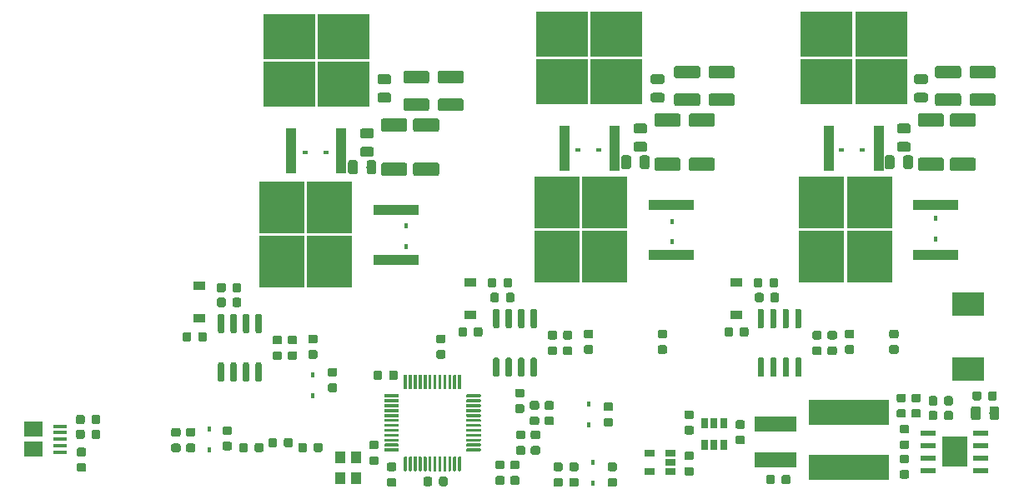
<source format=gbr>
G04 #@! TF.GenerationSoftware,KiCad,Pcbnew,(5.1.2)-2*
G04 #@! TF.CreationDate,2020-07-10T15:31:03+01:00*
G04 #@! TF.ProjectId,INV_Board,494e565f-426f-4617-9264-2e6b69636164,rev?*
G04 #@! TF.SameCoordinates,Original*
G04 #@! TF.FileFunction,Paste,Top*
G04 #@! TF.FilePolarity,Positive*
%FSLAX46Y46*%
G04 Gerber Fmt 4.6, Leading zero omitted, Abs format (unit mm)*
G04 Created by KiCad (PCBNEW (5.1.2)-2) date 2020-07-10 15:31:03*
%MOMM*%
%LPD*%
G04 APERTURE LIST*
%ADD10C,0.100000*%
%ADD11C,0.875000*%
%ADD12R,0.650000X1.060000*%
%ADD13C,0.975000*%
%ADD14R,1.060000X0.650000*%
%ADD15R,4.200000X1.500000*%
%ADD16C,1.250000*%
%ADD17R,3.300000X2.400000*%
%ADD18R,0.450000X0.600000*%
%ADD19R,0.600000X0.450000*%
%ADD20R,4.550000X5.250000*%
%ADD21R,4.600000X1.100000*%
%ADD22R,1.100000X1.300000*%
%ADD23R,1.900000X1.500000*%
%ADD24R,1.350000X0.400000*%
%ADD25C,1.350000*%
%ADD26R,1.200000X0.900000*%
%ADD27R,8.200000X2.600000*%
%ADD28C,0.600000*%
%ADD29R,5.250000X4.550000*%
%ADD30R,1.100000X4.600000*%
%ADD31C,0.300000*%
%ADD32R,2.600000X3.100000*%
%ADD33R,1.550000X0.600000*%
G04 APERTURE END LIST*
D10*
G36*
X108477691Y-74163553D02*
G01*
X108498926Y-74166703D01*
X108519750Y-74171919D01*
X108539962Y-74179151D01*
X108559368Y-74188330D01*
X108577781Y-74199366D01*
X108595024Y-74212154D01*
X108610930Y-74226570D01*
X108625346Y-74242476D01*
X108638134Y-74259719D01*
X108649170Y-74278132D01*
X108658349Y-74297538D01*
X108665581Y-74317750D01*
X108670797Y-74338574D01*
X108673947Y-74359809D01*
X108675000Y-74381250D01*
X108675000Y-74818750D01*
X108673947Y-74840191D01*
X108670797Y-74861426D01*
X108665581Y-74882250D01*
X108658349Y-74902462D01*
X108649170Y-74921868D01*
X108638134Y-74940281D01*
X108625346Y-74957524D01*
X108610930Y-74973430D01*
X108595024Y-74987846D01*
X108577781Y-75000634D01*
X108559368Y-75011670D01*
X108539962Y-75020849D01*
X108519750Y-75028081D01*
X108498926Y-75033297D01*
X108477691Y-75036447D01*
X108456250Y-75037500D01*
X107943750Y-75037500D01*
X107922309Y-75036447D01*
X107901074Y-75033297D01*
X107880250Y-75028081D01*
X107860038Y-75020849D01*
X107840632Y-75011670D01*
X107822219Y-75000634D01*
X107804976Y-74987846D01*
X107789070Y-74973430D01*
X107774654Y-74957524D01*
X107761866Y-74940281D01*
X107750830Y-74921868D01*
X107741651Y-74902462D01*
X107734419Y-74882250D01*
X107729203Y-74861426D01*
X107726053Y-74840191D01*
X107725000Y-74818750D01*
X107725000Y-74381250D01*
X107726053Y-74359809D01*
X107729203Y-74338574D01*
X107734419Y-74317750D01*
X107741651Y-74297538D01*
X107750830Y-74278132D01*
X107761866Y-74259719D01*
X107774654Y-74242476D01*
X107789070Y-74226570D01*
X107804976Y-74212154D01*
X107822219Y-74199366D01*
X107840632Y-74188330D01*
X107860038Y-74179151D01*
X107880250Y-74171919D01*
X107901074Y-74166703D01*
X107922309Y-74163553D01*
X107943750Y-74162500D01*
X108456250Y-74162500D01*
X108477691Y-74163553D01*
X108477691Y-74163553D01*
G37*
D11*
X108200000Y-74600000D03*
D10*
G36*
X108477691Y-75738553D02*
G01*
X108498926Y-75741703D01*
X108519750Y-75746919D01*
X108539962Y-75754151D01*
X108559368Y-75763330D01*
X108577781Y-75774366D01*
X108595024Y-75787154D01*
X108610930Y-75801570D01*
X108625346Y-75817476D01*
X108638134Y-75834719D01*
X108649170Y-75853132D01*
X108658349Y-75872538D01*
X108665581Y-75892750D01*
X108670797Y-75913574D01*
X108673947Y-75934809D01*
X108675000Y-75956250D01*
X108675000Y-76393750D01*
X108673947Y-76415191D01*
X108670797Y-76436426D01*
X108665581Y-76457250D01*
X108658349Y-76477462D01*
X108649170Y-76496868D01*
X108638134Y-76515281D01*
X108625346Y-76532524D01*
X108610930Y-76548430D01*
X108595024Y-76562846D01*
X108577781Y-76575634D01*
X108559368Y-76586670D01*
X108539962Y-76595849D01*
X108519750Y-76603081D01*
X108498926Y-76608297D01*
X108477691Y-76611447D01*
X108456250Y-76612500D01*
X107943750Y-76612500D01*
X107922309Y-76611447D01*
X107901074Y-76608297D01*
X107880250Y-76603081D01*
X107860038Y-76595849D01*
X107840632Y-76586670D01*
X107822219Y-76575634D01*
X107804976Y-76562846D01*
X107789070Y-76548430D01*
X107774654Y-76532524D01*
X107761866Y-76515281D01*
X107750830Y-76496868D01*
X107741651Y-76477462D01*
X107734419Y-76457250D01*
X107729203Y-76436426D01*
X107726053Y-76415191D01*
X107725000Y-76393750D01*
X107725000Y-75956250D01*
X107726053Y-75934809D01*
X107729203Y-75913574D01*
X107734419Y-75892750D01*
X107741651Y-75872538D01*
X107750830Y-75853132D01*
X107761866Y-75834719D01*
X107774654Y-75817476D01*
X107789070Y-75801570D01*
X107804976Y-75787154D01*
X107822219Y-75774366D01*
X107840632Y-75763330D01*
X107860038Y-75754151D01*
X107880250Y-75746919D01*
X107901074Y-75741703D01*
X107922309Y-75738553D01*
X107943750Y-75737500D01*
X108456250Y-75737500D01*
X108477691Y-75738553D01*
X108477691Y-75738553D01*
G37*
D11*
X108200000Y-76175000D03*
D10*
G36*
X108477691Y-71551053D02*
G01*
X108498926Y-71554203D01*
X108519750Y-71559419D01*
X108539962Y-71566651D01*
X108559368Y-71575830D01*
X108577781Y-71586866D01*
X108595024Y-71599654D01*
X108610930Y-71614070D01*
X108625346Y-71629976D01*
X108638134Y-71647219D01*
X108649170Y-71665632D01*
X108658349Y-71685038D01*
X108665581Y-71705250D01*
X108670797Y-71726074D01*
X108673947Y-71747309D01*
X108675000Y-71768750D01*
X108675000Y-72206250D01*
X108673947Y-72227691D01*
X108670797Y-72248926D01*
X108665581Y-72269750D01*
X108658349Y-72289962D01*
X108649170Y-72309368D01*
X108638134Y-72327781D01*
X108625346Y-72345024D01*
X108610930Y-72360930D01*
X108595024Y-72375346D01*
X108577781Y-72388134D01*
X108559368Y-72399170D01*
X108539962Y-72408349D01*
X108519750Y-72415581D01*
X108498926Y-72420797D01*
X108477691Y-72423947D01*
X108456250Y-72425000D01*
X107943750Y-72425000D01*
X107922309Y-72423947D01*
X107901074Y-72420797D01*
X107880250Y-72415581D01*
X107860038Y-72408349D01*
X107840632Y-72399170D01*
X107822219Y-72388134D01*
X107804976Y-72375346D01*
X107789070Y-72360930D01*
X107774654Y-72345024D01*
X107761866Y-72327781D01*
X107750830Y-72309368D01*
X107741651Y-72289962D01*
X107734419Y-72269750D01*
X107729203Y-72248926D01*
X107726053Y-72227691D01*
X107725000Y-72206250D01*
X107725000Y-71768750D01*
X107726053Y-71747309D01*
X107729203Y-71726074D01*
X107734419Y-71705250D01*
X107741651Y-71685038D01*
X107750830Y-71665632D01*
X107761866Y-71647219D01*
X107774654Y-71629976D01*
X107789070Y-71614070D01*
X107804976Y-71599654D01*
X107822219Y-71586866D01*
X107840632Y-71575830D01*
X107860038Y-71566651D01*
X107880250Y-71559419D01*
X107901074Y-71554203D01*
X107922309Y-71551053D01*
X107943750Y-71550000D01*
X108456250Y-71550000D01*
X108477691Y-71551053D01*
X108477691Y-71551053D01*
G37*
D11*
X108200000Y-71987500D03*
D10*
G36*
X108477691Y-69976053D02*
G01*
X108498926Y-69979203D01*
X108519750Y-69984419D01*
X108539962Y-69991651D01*
X108559368Y-70000830D01*
X108577781Y-70011866D01*
X108595024Y-70024654D01*
X108610930Y-70039070D01*
X108625346Y-70054976D01*
X108638134Y-70072219D01*
X108649170Y-70090632D01*
X108658349Y-70110038D01*
X108665581Y-70130250D01*
X108670797Y-70151074D01*
X108673947Y-70172309D01*
X108675000Y-70193750D01*
X108675000Y-70631250D01*
X108673947Y-70652691D01*
X108670797Y-70673926D01*
X108665581Y-70694750D01*
X108658349Y-70714962D01*
X108649170Y-70734368D01*
X108638134Y-70752781D01*
X108625346Y-70770024D01*
X108610930Y-70785930D01*
X108595024Y-70800346D01*
X108577781Y-70813134D01*
X108559368Y-70824170D01*
X108539962Y-70833349D01*
X108519750Y-70840581D01*
X108498926Y-70845797D01*
X108477691Y-70848947D01*
X108456250Y-70850000D01*
X107943750Y-70850000D01*
X107922309Y-70848947D01*
X107901074Y-70845797D01*
X107880250Y-70840581D01*
X107860038Y-70833349D01*
X107840632Y-70824170D01*
X107822219Y-70813134D01*
X107804976Y-70800346D01*
X107789070Y-70785930D01*
X107774654Y-70770024D01*
X107761866Y-70752781D01*
X107750830Y-70734368D01*
X107741651Y-70714962D01*
X107734419Y-70694750D01*
X107729203Y-70673926D01*
X107726053Y-70652691D01*
X107725000Y-70631250D01*
X107725000Y-70193750D01*
X107726053Y-70172309D01*
X107729203Y-70151074D01*
X107734419Y-70130250D01*
X107741651Y-70110038D01*
X107750830Y-70090632D01*
X107761866Y-70072219D01*
X107774654Y-70054976D01*
X107789070Y-70039070D01*
X107804976Y-70024654D01*
X107822219Y-70011866D01*
X107840632Y-70000830D01*
X107860038Y-69991651D01*
X107880250Y-69984419D01*
X107901074Y-69979203D01*
X107922309Y-69976053D01*
X107943750Y-69975000D01*
X108456250Y-69975000D01*
X108477691Y-69976053D01*
X108477691Y-69976053D01*
G37*
D11*
X108200000Y-70412500D03*
D10*
G36*
X113677691Y-70976053D02*
G01*
X113698926Y-70979203D01*
X113719750Y-70984419D01*
X113739962Y-70991651D01*
X113759368Y-71000830D01*
X113777781Y-71011866D01*
X113795024Y-71024654D01*
X113810930Y-71039070D01*
X113825346Y-71054976D01*
X113838134Y-71072219D01*
X113849170Y-71090632D01*
X113858349Y-71110038D01*
X113865581Y-71130250D01*
X113870797Y-71151074D01*
X113873947Y-71172309D01*
X113875000Y-71193750D01*
X113875000Y-71631250D01*
X113873947Y-71652691D01*
X113870797Y-71673926D01*
X113865581Y-71694750D01*
X113858349Y-71714962D01*
X113849170Y-71734368D01*
X113838134Y-71752781D01*
X113825346Y-71770024D01*
X113810930Y-71785930D01*
X113795024Y-71800346D01*
X113777781Y-71813134D01*
X113759368Y-71824170D01*
X113739962Y-71833349D01*
X113719750Y-71840581D01*
X113698926Y-71845797D01*
X113677691Y-71848947D01*
X113656250Y-71850000D01*
X113143750Y-71850000D01*
X113122309Y-71848947D01*
X113101074Y-71845797D01*
X113080250Y-71840581D01*
X113060038Y-71833349D01*
X113040632Y-71824170D01*
X113022219Y-71813134D01*
X113004976Y-71800346D01*
X112989070Y-71785930D01*
X112974654Y-71770024D01*
X112961866Y-71752781D01*
X112950830Y-71734368D01*
X112941651Y-71714962D01*
X112934419Y-71694750D01*
X112929203Y-71673926D01*
X112926053Y-71652691D01*
X112925000Y-71631250D01*
X112925000Y-71193750D01*
X112926053Y-71172309D01*
X112929203Y-71151074D01*
X112934419Y-71130250D01*
X112941651Y-71110038D01*
X112950830Y-71090632D01*
X112961866Y-71072219D01*
X112974654Y-71054976D01*
X112989070Y-71039070D01*
X113004976Y-71024654D01*
X113022219Y-71011866D01*
X113040632Y-71000830D01*
X113060038Y-70991651D01*
X113080250Y-70984419D01*
X113101074Y-70979203D01*
X113122309Y-70976053D01*
X113143750Y-70975000D01*
X113656250Y-70975000D01*
X113677691Y-70976053D01*
X113677691Y-70976053D01*
G37*
D11*
X113400000Y-71412500D03*
D10*
G36*
X113677691Y-72551053D02*
G01*
X113698926Y-72554203D01*
X113719750Y-72559419D01*
X113739962Y-72566651D01*
X113759368Y-72575830D01*
X113777781Y-72586866D01*
X113795024Y-72599654D01*
X113810930Y-72614070D01*
X113825346Y-72629976D01*
X113838134Y-72647219D01*
X113849170Y-72665632D01*
X113858349Y-72685038D01*
X113865581Y-72705250D01*
X113870797Y-72726074D01*
X113873947Y-72747309D01*
X113875000Y-72768750D01*
X113875000Y-73206250D01*
X113873947Y-73227691D01*
X113870797Y-73248926D01*
X113865581Y-73269750D01*
X113858349Y-73289962D01*
X113849170Y-73309368D01*
X113838134Y-73327781D01*
X113825346Y-73345024D01*
X113810930Y-73360930D01*
X113795024Y-73375346D01*
X113777781Y-73388134D01*
X113759368Y-73399170D01*
X113739962Y-73408349D01*
X113719750Y-73415581D01*
X113698926Y-73420797D01*
X113677691Y-73423947D01*
X113656250Y-73425000D01*
X113143750Y-73425000D01*
X113122309Y-73423947D01*
X113101074Y-73420797D01*
X113080250Y-73415581D01*
X113060038Y-73408349D01*
X113040632Y-73399170D01*
X113022219Y-73388134D01*
X113004976Y-73375346D01*
X112989070Y-73360930D01*
X112974654Y-73345024D01*
X112961866Y-73327781D01*
X112950830Y-73309368D01*
X112941651Y-73289962D01*
X112934419Y-73269750D01*
X112929203Y-73248926D01*
X112926053Y-73227691D01*
X112925000Y-73206250D01*
X112925000Y-72768750D01*
X112926053Y-72747309D01*
X112929203Y-72726074D01*
X112934419Y-72705250D01*
X112941651Y-72685038D01*
X112950830Y-72665632D01*
X112961866Y-72647219D01*
X112974654Y-72629976D01*
X112989070Y-72614070D01*
X113004976Y-72599654D01*
X113022219Y-72586866D01*
X113040632Y-72575830D01*
X113060038Y-72566651D01*
X113080250Y-72559419D01*
X113101074Y-72554203D01*
X113122309Y-72551053D01*
X113143750Y-72550000D01*
X113656250Y-72550000D01*
X113677691Y-72551053D01*
X113677691Y-72551053D01*
G37*
D11*
X113400000Y-72987500D03*
D12*
X110750000Y-71300000D03*
X109800000Y-71300000D03*
X111700000Y-71300000D03*
X111700000Y-73500000D03*
X110750000Y-73500000D03*
X109800000Y-73500000D03*
D10*
G36*
X74330142Y-44551174D02*
G01*
X74353803Y-44554684D01*
X74377007Y-44560496D01*
X74399529Y-44568554D01*
X74421153Y-44578782D01*
X74441670Y-44591079D01*
X74460883Y-44605329D01*
X74478607Y-44621393D01*
X74494671Y-44639117D01*
X74508921Y-44658330D01*
X74521218Y-44678847D01*
X74531446Y-44700471D01*
X74539504Y-44722993D01*
X74545316Y-44746197D01*
X74548826Y-44769858D01*
X74550000Y-44793750D01*
X74550000Y-45706250D01*
X74548826Y-45730142D01*
X74545316Y-45753803D01*
X74539504Y-45777007D01*
X74531446Y-45799529D01*
X74521218Y-45821153D01*
X74508921Y-45841670D01*
X74494671Y-45860883D01*
X74478607Y-45878607D01*
X74460883Y-45894671D01*
X74441670Y-45908921D01*
X74421153Y-45921218D01*
X74399529Y-45931446D01*
X74377007Y-45939504D01*
X74353803Y-45945316D01*
X74330142Y-45948826D01*
X74306250Y-45950000D01*
X73818750Y-45950000D01*
X73794858Y-45948826D01*
X73771197Y-45945316D01*
X73747993Y-45939504D01*
X73725471Y-45931446D01*
X73703847Y-45921218D01*
X73683330Y-45908921D01*
X73664117Y-45894671D01*
X73646393Y-45878607D01*
X73630329Y-45860883D01*
X73616079Y-45841670D01*
X73603782Y-45821153D01*
X73593554Y-45799529D01*
X73585496Y-45777007D01*
X73579684Y-45753803D01*
X73576174Y-45730142D01*
X73575000Y-45706250D01*
X73575000Y-44793750D01*
X73576174Y-44769858D01*
X73579684Y-44746197D01*
X73585496Y-44722993D01*
X73593554Y-44700471D01*
X73603782Y-44678847D01*
X73616079Y-44658330D01*
X73630329Y-44639117D01*
X73646393Y-44621393D01*
X73664117Y-44605329D01*
X73683330Y-44591079D01*
X73703847Y-44578782D01*
X73725471Y-44568554D01*
X73747993Y-44560496D01*
X73771197Y-44554684D01*
X73794858Y-44551174D01*
X73818750Y-44550000D01*
X74306250Y-44550000D01*
X74330142Y-44551174D01*
X74330142Y-44551174D01*
G37*
D13*
X74062500Y-45250000D03*
D10*
G36*
X76205142Y-44551174D02*
G01*
X76228803Y-44554684D01*
X76252007Y-44560496D01*
X76274529Y-44568554D01*
X76296153Y-44578782D01*
X76316670Y-44591079D01*
X76335883Y-44605329D01*
X76353607Y-44621393D01*
X76369671Y-44639117D01*
X76383921Y-44658330D01*
X76396218Y-44678847D01*
X76406446Y-44700471D01*
X76414504Y-44722993D01*
X76420316Y-44746197D01*
X76423826Y-44769858D01*
X76425000Y-44793750D01*
X76425000Y-45706250D01*
X76423826Y-45730142D01*
X76420316Y-45753803D01*
X76414504Y-45777007D01*
X76406446Y-45799529D01*
X76396218Y-45821153D01*
X76383921Y-45841670D01*
X76369671Y-45860883D01*
X76353607Y-45878607D01*
X76335883Y-45894671D01*
X76316670Y-45908921D01*
X76296153Y-45921218D01*
X76274529Y-45931446D01*
X76252007Y-45939504D01*
X76228803Y-45945316D01*
X76205142Y-45948826D01*
X76181250Y-45950000D01*
X75693750Y-45950000D01*
X75669858Y-45948826D01*
X75646197Y-45945316D01*
X75622993Y-45939504D01*
X75600471Y-45931446D01*
X75578847Y-45921218D01*
X75558330Y-45908921D01*
X75539117Y-45894671D01*
X75521393Y-45878607D01*
X75505329Y-45860883D01*
X75491079Y-45841670D01*
X75478782Y-45821153D01*
X75468554Y-45799529D01*
X75460496Y-45777007D01*
X75454684Y-45753803D01*
X75451174Y-45730142D01*
X75450000Y-45706250D01*
X75450000Y-44793750D01*
X75451174Y-44769858D01*
X75454684Y-44746197D01*
X75460496Y-44722993D01*
X75468554Y-44700471D01*
X75478782Y-44678847D01*
X75491079Y-44658330D01*
X75505329Y-44639117D01*
X75521393Y-44621393D01*
X75539117Y-44605329D01*
X75558330Y-44591079D01*
X75578847Y-44578782D01*
X75600471Y-44568554D01*
X75622993Y-44560496D01*
X75646197Y-44554684D01*
X75669858Y-44551174D01*
X75693750Y-44550000D01*
X76181250Y-44550000D01*
X76205142Y-44551174D01*
X76205142Y-44551174D01*
G37*
D13*
X75937500Y-45250000D03*
D10*
G36*
X102080142Y-44051174D02*
G01*
X102103803Y-44054684D01*
X102127007Y-44060496D01*
X102149529Y-44068554D01*
X102171153Y-44078782D01*
X102191670Y-44091079D01*
X102210883Y-44105329D01*
X102228607Y-44121393D01*
X102244671Y-44139117D01*
X102258921Y-44158330D01*
X102271218Y-44178847D01*
X102281446Y-44200471D01*
X102289504Y-44222993D01*
X102295316Y-44246197D01*
X102298826Y-44269858D01*
X102300000Y-44293750D01*
X102300000Y-45206250D01*
X102298826Y-45230142D01*
X102295316Y-45253803D01*
X102289504Y-45277007D01*
X102281446Y-45299529D01*
X102271218Y-45321153D01*
X102258921Y-45341670D01*
X102244671Y-45360883D01*
X102228607Y-45378607D01*
X102210883Y-45394671D01*
X102191670Y-45408921D01*
X102171153Y-45421218D01*
X102149529Y-45431446D01*
X102127007Y-45439504D01*
X102103803Y-45445316D01*
X102080142Y-45448826D01*
X102056250Y-45450000D01*
X101568750Y-45450000D01*
X101544858Y-45448826D01*
X101521197Y-45445316D01*
X101497993Y-45439504D01*
X101475471Y-45431446D01*
X101453847Y-45421218D01*
X101433330Y-45408921D01*
X101414117Y-45394671D01*
X101396393Y-45378607D01*
X101380329Y-45360883D01*
X101366079Y-45341670D01*
X101353782Y-45321153D01*
X101343554Y-45299529D01*
X101335496Y-45277007D01*
X101329684Y-45253803D01*
X101326174Y-45230142D01*
X101325000Y-45206250D01*
X101325000Y-44293750D01*
X101326174Y-44269858D01*
X101329684Y-44246197D01*
X101335496Y-44222993D01*
X101343554Y-44200471D01*
X101353782Y-44178847D01*
X101366079Y-44158330D01*
X101380329Y-44139117D01*
X101396393Y-44121393D01*
X101414117Y-44105329D01*
X101433330Y-44091079D01*
X101453847Y-44078782D01*
X101475471Y-44068554D01*
X101497993Y-44060496D01*
X101521197Y-44054684D01*
X101544858Y-44051174D01*
X101568750Y-44050000D01*
X102056250Y-44050000D01*
X102080142Y-44051174D01*
X102080142Y-44051174D01*
G37*
D13*
X101812500Y-44750000D03*
D10*
G36*
X103955142Y-44051174D02*
G01*
X103978803Y-44054684D01*
X104002007Y-44060496D01*
X104024529Y-44068554D01*
X104046153Y-44078782D01*
X104066670Y-44091079D01*
X104085883Y-44105329D01*
X104103607Y-44121393D01*
X104119671Y-44139117D01*
X104133921Y-44158330D01*
X104146218Y-44178847D01*
X104156446Y-44200471D01*
X104164504Y-44222993D01*
X104170316Y-44246197D01*
X104173826Y-44269858D01*
X104175000Y-44293750D01*
X104175000Y-45206250D01*
X104173826Y-45230142D01*
X104170316Y-45253803D01*
X104164504Y-45277007D01*
X104156446Y-45299529D01*
X104146218Y-45321153D01*
X104133921Y-45341670D01*
X104119671Y-45360883D01*
X104103607Y-45378607D01*
X104085883Y-45394671D01*
X104066670Y-45408921D01*
X104046153Y-45421218D01*
X104024529Y-45431446D01*
X104002007Y-45439504D01*
X103978803Y-45445316D01*
X103955142Y-45448826D01*
X103931250Y-45450000D01*
X103443750Y-45450000D01*
X103419858Y-45448826D01*
X103396197Y-45445316D01*
X103372993Y-45439504D01*
X103350471Y-45431446D01*
X103328847Y-45421218D01*
X103308330Y-45408921D01*
X103289117Y-45394671D01*
X103271393Y-45378607D01*
X103255329Y-45360883D01*
X103241079Y-45341670D01*
X103228782Y-45321153D01*
X103218554Y-45299529D01*
X103210496Y-45277007D01*
X103204684Y-45253803D01*
X103201174Y-45230142D01*
X103200000Y-45206250D01*
X103200000Y-44293750D01*
X103201174Y-44269858D01*
X103204684Y-44246197D01*
X103210496Y-44222993D01*
X103218554Y-44200471D01*
X103228782Y-44178847D01*
X103241079Y-44158330D01*
X103255329Y-44139117D01*
X103271393Y-44121393D01*
X103289117Y-44105329D01*
X103308330Y-44091079D01*
X103328847Y-44078782D01*
X103350471Y-44068554D01*
X103372993Y-44060496D01*
X103396197Y-44054684D01*
X103419858Y-44051174D01*
X103443750Y-44050000D01*
X103931250Y-44050000D01*
X103955142Y-44051174D01*
X103955142Y-44051174D01*
G37*
D13*
X103687500Y-44750000D03*
D10*
G36*
X128830142Y-44051174D02*
G01*
X128853803Y-44054684D01*
X128877007Y-44060496D01*
X128899529Y-44068554D01*
X128921153Y-44078782D01*
X128941670Y-44091079D01*
X128960883Y-44105329D01*
X128978607Y-44121393D01*
X128994671Y-44139117D01*
X129008921Y-44158330D01*
X129021218Y-44178847D01*
X129031446Y-44200471D01*
X129039504Y-44222993D01*
X129045316Y-44246197D01*
X129048826Y-44269858D01*
X129050000Y-44293750D01*
X129050000Y-45206250D01*
X129048826Y-45230142D01*
X129045316Y-45253803D01*
X129039504Y-45277007D01*
X129031446Y-45299529D01*
X129021218Y-45321153D01*
X129008921Y-45341670D01*
X128994671Y-45360883D01*
X128978607Y-45378607D01*
X128960883Y-45394671D01*
X128941670Y-45408921D01*
X128921153Y-45421218D01*
X128899529Y-45431446D01*
X128877007Y-45439504D01*
X128853803Y-45445316D01*
X128830142Y-45448826D01*
X128806250Y-45450000D01*
X128318750Y-45450000D01*
X128294858Y-45448826D01*
X128271197Y-45445316D01*
X128247993Y-45439504D01*
X128225471Y-45431446D01*
X128203847Y-45421218D01*
X128183330Y-45408921D01*
X128164117Y-45394671D01*
X128146393Y-45378607D01*
X128130329Y-45360883D01*
X128116079Y-45341670D01*
X128103782Y-45321153D01*
X128093554Y-45299529D01*
X128085496Y-45277007D01*
X128079684Y-45253803D01*
X128076174Y-45230142D01*
X128075000Y-45206250D01*
X128075000Y-44293750D01*
X128076174Y-44269858D01*
X128079684Y-44246197D01*
X128085496Y-44222993D01*
X128093554Y-44200471D01*
X128103782Y-44178847D01*
X128116079Y-44158330D01*
X128130329Y-44139117D01*
X128146393Y-44121393D01*
X128164117Y-44105329D01*
X128183330Y-44091079D01*
X128203847Y-44078782D01*
X128225471Y-44068554D01*
X128247993Y-44060496D01*
X128271197Y-44054684D01*
X128294858Y-44051174D01*
X128318750Y-44050000D01*
X128806250Y-44050000D01*
X128830142Y-44051174D01*
X128830142Y-44051174D01*
G37*
D13*
X128562500Y-44750000D03*
D10*
G36*
X130705142Y-44051174D02*
G01*
X130728803Y-44054684D01*
X130752007Y-44060496D01*
X130774529Y-44068554D01*
X130796153Y-44078782D01*
X130816670Y-44091079D01*
X130835883Y-44105329D01*
X130853607Y-44121393D01*
X130869671Y-44139117D01*
X130883921Y-44158330D01*
X130896218Y-44178847D01*
X130906446Y-44200471D01*
X130914504Y-44222993D01*
X130920316Y-44246197D01*
X130923826Y-44269858D01*
X130925000Y-44293750D01*
X130925000Y-45206250D01*
X130923826Y-45230142D01*
X130920316Y-45253803D01*
X130914504Y-45277007D01*
X130906446Y-45299529D01*
X130896218Y-45321153D01*
X130883921Y-45341670D01*
X130869671Y-45360883D01*
X130853607Y-45378607D01*
X130835883Y-45394671D01*
X130816670Y-45408921D01*
X130796153Y-45421218D01*
X130774529Y-45431446D01*
X130752007Y-45439504D01*
X130728803Y-45445316D01*
X130705142Y-45448826D01*
X130681250Y-45450000D01*
X130193750Y-45450000D01*
X130169858Y-45448826D01*
X130146197Y-45445316D01*
X130122993Y-45439504D01*
X130100471Y-45431446D01*
X130078847Y-45421218D01*
X130058330Y-45408921D01*
X130039117Y-45394671D01*
X130021393Y-45378607D01*
X130005329Y-45360883D01*
X129991079Y-45341670D01*
X129978782Y-45321153D01*
X129968554Y-45299529D01*
X129960496Y-45277007D01*
X129954684Y-45253803D01*
X129951174Y-45230142D01*
X129950000Y-45206250D01*
X129950000Y-44293750D01*
X129951174Y-44269858D01*
X129954684Y-44246197D01*
X129960496Y-44222993D01*
X129968554Y-44200471D01*
X129978782Y-44178847D01*
X129991079Y-44158330D01*
X130005329Y-44139117D01*
X130021393Y-44121393D01*
X130039117Y-44105329D01*
X130058330Y-44091079D01*
X130078847Y-44078782D01*
X130100471Y-44068554D01*
X130122993Y-44060496D01*
X130146197Y-44054684D01*
X130169858Y-44051174D01*
X130193750Y-44050000D01*
X130681250Y-44050000D01*
X130705142Y-44051174D01*
X130705142Y-44051174D01*
G37*
D13*
X130437500Y-44750000D03*
D10*
G36*
X137665191Y-68026053D02*
G01*
X137686426Y-68029203D01*
X137707250Y-68034419D01*
X137727462Y-68041651D01*
X137746868Y-68050830D01*
X137765281Y-68061866D01*
X137782524Y-68074654D01*
X137798430Y-68089070D01*
X137812846Y-68104976D01*
X137825634Y-68122219D01*
X137836670Y-68140632D01*
X137845849Y-68160038D01*
X137853081Y-68180250D01*
X137858297Y-68201074D01*
X137861447Y-68222309D01*
X137862500Y-68243750D01*
X137862500Y-68756250D01*
X137861447Y-68777691D01*
X137858297Y-68798926D01*
X137853081Y-68819750D01*
X137845849Y-68839962D01*
X137836670Y-68859368D01*
X137825634Y-68877781D01*
X137812846Y-68895024D01*
X137798430Y-68910930D01*
X137782524Y-68925346D01*
X137765281Y-68938134D01*
X137746868Y-68949170D01*
X137727462Y-68958349D01*
X137707250Y-68965581D01*
X137686426Y-68970797D01*
X137665191Y-68973947D01*
X137643750Y-68975000D01*
X137206250Y-68975000D01*
X137184809Y-68973947D01*
X137163574Y-68970797D01*
X137142750Y-68965581D01*
X137122538Y-68958349D01*
X137103132Y-68949170D01*
X137084719Y-68938134D01*
X137067476Y-68925346D01*
X137051570Y-68910930D01*
X137037154Y-68895024D01*
X137024366Y-68877781D01*
X137013330Y-68859368D01*
X137004151Y-68839962D01*
X136996919Y-68819750D01*
X136991703Y-68798926D01*
X136988553Y-68777691D01*
X136987500Y-68756250D01*
X136987500Y-68243750D01*
X136988553Y-68222309D01*
X136991703Y-68201074D01*
X136996919Y-68180250D01*
X137004151Y-68160038D01*
X137013330Y-68140632D01*
X137024366Y-68122219D01*
X137037154Y-68104976D01*
X137051570Y-68089070D01*
X137067476Y-68074654D01*
X137084719Y-68061866D01*
X137103132Y-68050830D01*
X137122538Y-68041651D01*
X137142750Y-68034419D01*
X137163574Y-68029203D01*
X137184809Y-68026053D01*
X137206250Y-68025000D01*
X137643750Y-68025000D01*
X137665191Y-68026053D01*
X137665191Y-68026053D01*
G37*
D11*
X137425000Y-68500000D03*
D10*
G36*
X139240191Y-68026053D02*
G01*
X139261426Y-68029203D01*
X139282250Y-68034419D01*
X139302462Y-68041651D01*
X139321868Y-68050830D01*
X139340281Y-68061866D01*
X139357524Y-68074654D01*
X139373430Y-68089070D01*
X139387846Y-68104976D01*
X139400634Y-68122219D01*
X139411670Y-68140632D01*
X139420849Y-68160038D01*
X139428081Y-68180250D01*
X139433297Y-68201074D01*
X139436447Y-68222309D01*
X139437500Y-68243750D01*
X139437500Y-68756250D01*
X139436447Y-68777691D01*
X139433297Y-68798926D01*
X139428081Y-68819750D01*
X139420849Y-68839962D01*
X139411670Y-68859368D01*
X139400634Y-68877781D01*
X139387846Y-68895024D01*
X139373430Y-68910930D01*
X139357524Y-68925346D01*
X139340281Y-68938134D01*
X139321868Y-68949170D01*
X139302462Y-68958349D01*
X139282250Y-68965581D01*
X139261426Y-68970797D01*
X139240191Y-68973947D01*
X139218750Y-68975000D01*
X138781250Y-68975000D01*
X138759809Y-68973947D01*
X138738574Y-68970797D01*
X138717750Y-68965581D01*
X138697538Y-68958349D01*
X138678132Y-68949170D01*
X138659719Y-68938134D01*
X138642476Y-68925346D01*
X138626570Y-68910930D01*
X138612154Y-68895024D01*
X138599366Y-68877781D01*
X138588330Y-68859368D01*
X138579151Y-68839962D01*
X138571919Y-68819750D01*
X138566703Y-68798926D01*
X138563553Y-68777691D01*
X138562500Y-68756250D01*
X138562500Y-68243750D01*
X138563553Y-68222309D01*
X138566703Y-68201074D01*
X138571919Y-68180250D01*
X138579151Y-68160038D01*
X138588330Y-68140632D01*
X138599366Y-68122219D01*
X138612154Y-68104976D01*
X138626570Y-68089070D01*
X138642476Y-68074654D01*
X138659719Y-68061866D01*
X138678132Y-68050830D01*
X138697538Y-68041651D01*
X138717750Y-68034419D01*
X138738574Y-68029203D01*
X138759809Y-68026053D01*
X138781250Y-68025000D01*
X139218750Y-68025000D01*
X139240191Y-68026053D01*
X139240191Y-68026053D01*
G37*
D11*
X139000000Y-68500000D03*
D10*
G36*
X75980142Y-43201174D02*
G01*
X76003803Y-43204684D01*
X76027007Y-43210496D01*
X76049529Y-43218554D01*
X76071153Y-43228782D01*
X76091670Y-43241079D01*
X76110883Y-43255329D01*
X76128607Y-43271393D01*
X76144671Y-43289117D01*
X76158921Y-43308330D01*
X76171218Y-43328847D01*
X76181446Y-43350471D01*
X76189504Y-43372993D01*
X76195316Y-43396197D01*
X76198826Y-43419858D01*
X76200000Y-43443750D01*
X76200000Y-43931250D01*
X76198826Y-43955142D01*
X76195316Y-43978803D01*
X76189504Y-44002007D01*
X76181446Y-44024529D01*
X76171218Y-44046153D01*
X76158921Y-44066670D01*
X76144671Y-44085883D01*
X76128607Y-44103607D01*
X76110883Y-44119671D01*
X76091670Y-44133921D01*
X76071153Y-44146218D01*
X76049529Y-44156446D01*
X76027007Y-44164504D01*
X76003803Y-44170316D01*
X75980142Y-44173826D01*
X75956250Y-44175000D01*
X75043750Y-44175000D01*
X75019858Y-44173826D01*
X74996197Y-44170316D01*
X74972993Y-44164504D01*
X74950471Y-44156446D01*
X74928847Y-44146218D01*
X74908330Y-44133921D01*
X74889117Y-44119671D01*
X74871393Y-44103607D01*
X74855329Y-44085883D01*
X74841079Y-44066670D01*
X74828782Y-44046153D01*
X74818554Y-44024529D01*
X74810496Y-44002007D01*
X74804684Y-43978803D01*
X74801174Y-43955142D01*
X74800000Y-43931250D01*
X74800000Y-43443750D01*
X74801174Y-43419858D01*
X74804684Y-43396197D01*
X74810496Y-43372993D01*
X74818554Y-43350471D01*
X74828782Y-43328847D01*
X74841079Y-43308330D01*
X74855329Y-43289117D01*
X74871393Y-43271393D01*
X74889117Y-43255329D01*
X74908330Y-43241079D01*
X74928847Y-43228782D01*
X74950471Y-43218554D01*
X74972993Y-43210496D01*
X74996197Y-43204684D01*
X75019858Y-43201174D01*
X75043750Y-43200000D01*
X75956250Y-43200000D01*
X75980142Y-43201174D01*
X75980142Y-43201174D01*
G37*
D13*
X75500000Y-43687500D03*
D10*
G36*
X75980142Y-41326174D02*
G01*
X76003803Y-41329684D01*
X76027007Y-41335496D01*
X76049529Y-41343554D01*
X76071153Y-41353782D01*
X76091670Y-41366079D01*
X76110883Y-41380329D01*
X76128607Y-41396393D01*
X76144671Y-41414117D01*
X76158921Y-41433330D01*
X76171218Y-41453847D01*
X76181446Y-41475471D01*
X76189504Y-41497993D01*
X76195316Y-41521197D01*
X76198826Y-41544858D01*
X76200000Y-41568750D01*
X76200000Y-42056250D01*
X76198826Y-42080142D01*
X76195316Y-42103803D01*
X76189504Y-42127007D01*
X76181446Y-42149529D01*
X76171218Y-42171153D01*
X76158921Y-42191670D01*
X76144671Y-42210883D01*
X76128607Y-42228607D01*
X76110883Y-42244671D01*
X76091670Y-42258921D01*
X76071153Y-42271218D01*
X76049529Y-42281446D01*
X76027007Y-42289504D01*
X76003803Y-42295316D01*
X75980142Y-42298826D01*
X75956250Y-42300000D01*
X75043750Y-42300000D01*
X75019858Y-42298826D01*
X74996197Y-42295316D01*
X74972993Y-42289504D01*
X74950471Y-42281446D01*
X74928847Y-42271218D01*
X74908330Y-42258921D01*
X74889117Y-42244671D01*
X74871393Y-42228607D01*
X74855329Y-42210883D01*
X74841079Y-42191670D01*
X74828782Y-42171153D01*
X74818554Y-42149529D01*
X74810496Y-42127007D01*
X74804684Y-42103803D01*
X74801174Y-42080142D01*
X74800000Y-42056250D01*
X74800000Y-41568750D01*
X74801174Y-41544858D01*
X74804684Y-41521197D01*
X74810496Y-41497993D01*
X74818554Y-41475471D01*
X74828782Y-41453847D01*
X74841079Y-41433330D01*
X74855329Y-41414117D01*
X74871393Y-41396393D01*
X74889117Y-41380329D01*
X74908330Y-41366079D01*
X74928847Y-41353782D01*
X74950471Y-41343554D01*
X74972993Y-41335496D01*
X74996197Y-41329684D01*
X75019858Y-41326174D01*
X75043750Y-41325000D01*
X75956250Y-41325000D01*
X75980142Y-41326174D01*
X75980142Y-41326174D01*
G37*
D13*
X75500000Y-41812500D03*
D10*
G36*
X103730142Y-42701174D02*
G01*
X103753803Y-42704684D01*
X103777007Y-42710496D01*
X103799529Y-42718554D01*
X103821153Y-42728782D01*
X103841670Y-42741079D01*
X103860883Y-42755329D01*
X103878607Y-42771393D01*
X103894671Y-42789117D01*
X103908921Y-42808330D01*
X103921218Y-42828847D01*
X103931446Y-42850471D01*
X103939504Y-42872993D01*
X103945316Y-42896197D01*
X103948826Y-42919858D01*
X103950000Y-42943750D01*
X103950000Y-43431250D01*
X103948826Y-43455142D01*
X103945316Y-43478803D01*
X103939504Y-43502007D01*
X103931446Y-43524529D01*
X103921218Y-43546153D01*
X103908921Y-43566670D01*
X103894671Y-43585883D01*
X103878607Y-43603607D01*
X103860883Y-43619671D01*
X103841670Y-43633921D01*
X103821153Y-43646218D01*
X103799529Y-43656446D01*
X103777007Y-43664504D01*
X103753803Y-43670316D01*
X103730142Y-43673826D01*
X103706250Y-43675000D01*
X102793750Y-43675000D01*
X102769858Y-43673826D01*
X102746197Y-43670316D01*
X102722993Y-43664504D01*
X102700471Y-43656446D01*
X102678847Y-43646218D01*
X102658330Y-43633921D01*
X102639117Y-43619671D01*
X102621393Y-43603607D01*
X102605329Y-43585883D01*
X102591079Y-43566670D01*
X102578782Y-43546153D01*
X102568554Y-43524529D01*
X102560496Y-43502007D01*
X102554684Y-43478803D01*
X102551174Y-43455142D01*
X102550000Y-43431250D01*
X102550000Y-42943750D01*
X102551174Y-42919858D01*
X102554684Y-42896197D01*
X102560496Y-42872993D01*
X102568554Y-42850471D01*
X102578782Y-42828847D01*
X102591079Y-42808330D01*
X102605329Y-42789117D01*
X102621393Y-42771393D01*
X102639117Y-42755329D01*
X102658330Y-42741079D01*
X102678847Y-42728782D01*
X102700471Y-42718554D01*
X102722993Y-42710496D01*
X102746197Y-42704684D01*
X102769858Y-42701174D01*
X102793750Y-42700000D01*
X103706250Y-42700000D01*
X103730142Y-42701174D01*
X103730142Y-42701174D01*
G37*
D13*
X103250000Y-43187500D03*
D10*
G36*
X103730142Y-40826174D02*
G01*
X103753803Y-40829684D01*
X103777007Y-40835496D01*
X103799529Y-40843554D01*
X103821153Y-40853782D01*
X103841670Y-40866079D01*
X103860883Y-40880329D01*
X103878607Y-40896393D01*
X103894671Y-40914117D01*
X103908921Y-40933330D01*
X103921218Y-40953847D01*
X103931446Y-40975471D01*
X103939504Y-40997993D01*
X103945316Y-41021197D01*
X103948826Y-41044858D01*
X103950000Y-41068750D01*
X103950000Y-41556250D01*
X103948826Y-41580142D01*
X103945316Y-41603803D01*
X103939504Y-41627007D01*
X103931446Y-41649529D01*
X103921218Y-41671153D01*
X103908921Y-41691670D01*
X103894671Y-41710883D01*
X103878607Y-41728607D01*
X103860883Y-41744671D01*
X103841670Y-41758921D01*
X103821153Y-41771218D01*
X103799529Y-41781446D01*
X103777007Y-41789504D01*
X103753803Y-41795316D01*
X103730142Y-41798826D01*
X103706250Y-41800000D01*
X102793750Y-41800000D01*
X102769858Y-41798826D01*
X102746197Y-41795316D01*
X102722993Y-41789504D01*
X102700471Y-41781446D01*
X102678847Y-41771218D01*
X102658330Y-41758921D01*
X102639117Y-41744671D01*
X102621393Y-41728607D01*
X102605329Y-41710883D01*
X102591079Y-41691670D01*
X102578782Y-41671153D01*
X102568554Y-41649529D01*
X102560496Y-41627007D01*
X102554684Y-41603803D01*
X102551174Y-41580142D01*
X102550000Y-41556250D01*
X102550000Y-41068750D01*
X102551174Y-41044858D01*
X102554684Y-41021197D01*
X102560496Y-40997993D01*
X102568554Y-40975471D01*
X102578782Y-40953847D01*
X102591079Y-40933330D01*
X102605329Y-40914117D01*
X102621393Y-40896393D01*
X102639117Y-40880329D01*
X102658330Y-40866079D01*
X102678847Y-40853782D01*
X102700471Y-40843554D01*
X102722993Y-40835496D01*
X102746197Y-40829684D01*
X102769858Y-40826174D01*
X102793750Y-40825000D01*
X103706250Y-40825000D01*
X103730142Y-40826174D01*
X103730142Y-40826174D01*
G37*
D13*
X103250000Y-41312500D03*
D10*
G36*
X130480142Y-40826174D02*
G01*
X130503803Y-40829684D01*
X130527007Y-40835496D01*
X130549529Y-40843554D01*
X130571153Y-40853782D01*
X130591670Y-40866079D01*
X130610883Y-40880329D01*
X130628607Y-40896393D01*
X130644671Y-40914117D01*
X130658921Y-40933330D01*
X130671218Y-40953847D01*
X130681446Y-40975471D01*
X130689504Y-40997993D01*
X130695316Y-41021197D01*
X130698826Y-41044858D01*
X130700000Y-41068750D01*
X130700000Y-41556250D01*
X130698826Y-41580142D01*
X130695316Y-41603803D01*
X130689504Y-41627007D01*
X130681446Y-41649529D01*
X130671218Y-41671153D01*
X130658921Y-41691670D01*
X130644671Y-41710883D01*
X130628607Y-41728607D01*
X130610883Y-41744671D01*
X130591670Y-41758921D01*
X130571153Y-41771218D01*
X130549529Y-41781446D01*
X130527007Y-41789504D01*
X130503803Y-41795316D01*
X130480142Y-41798826D01*
X130456250Y-41800000D01*
X129543750Y-41800000D01*
X129519858Y-41798826D01*
X129496197Y-41795316D01*
X129472993Y-41789504D01*
X129450471Y-41781446D01*
X129428847Y-41771218D01*
X129408330Y-41758921D01*
X129389117Y-41744671D01*
X129371393Y-41728607D01*
X129355329Y-41710883D01*
X129341079Y-41691670D01*
X129328782Y-41671153D01*
X129318554Y-41649529D01*
X129310496Y-41627007D01*
X129304684Y-41603803D01*
X129301174Y-41580142D01*
X129300000Y-41556250D01*
X129300000Y-41068750D01*
X129301174Y-41044858D01*
X129304684Y-41021197D01*
X129310496Y-40997993D01*
X129318554Y-40975471D01*
X129328782Y-40953847D01*
X129341079Y-40933330D01*
X129355329Y-40914117D01*
X129371393Y-40896393D01*
X129389117Y-40880329D01*
X129408330Y-40866079D01*
X129428847Y-40853782D01*
X129450471Y-40843554D01*
X129472993Y-40835496D01*
X129496197Y-40829684D01*
X129519858Y-40826174D01*
X129543750Y-40825000D01*
X130456250Y-40825000D01*
X130480142Y-40826174D01*
X130480142Y-40826174D01*
G37*
D13*
X130000000Y-41312500D03*
D10*
G36*
X130480142Y-42701174D02*
G01*
X130503803Y-42704684D01*
X130527007Y-42710496D01*
X130549529Y-42718554D01*
X130571153Y-42728782D01*
X130591670Y-42741079D01*
X130610883Y-42755329D01*
X130628607Y-42771393D01*
X130644671Y-42789117D01*
X130658921Y-42808330D01*
X130671218Y-42828847D01*
X130681446Y-42850471D01*
X130689504Y-42872993D01*
X130695316Y-42896197D01*
X130698826Y-42919858D01*
X130700000Y-42943750D01*
X130700000Y-43431250D01*
X130698826Y-43455142D01*
X130695316Y-43478803D01*
X130689504Y-43502007D01*
X130681446Y-43524529D01*
X130671218Y-43546153D01*
X130658921Y-43566670D01*
X130644671Y-43585883D01*
X130628607Y-43603607D01*
X130610883Y-43619671D01*
X130591670Y-43633921D01*
X130571153Y-43646218D01*
X130549529Y-43656446D01*
X130527007Y-43664504D01*
X130503803Y-43670316D01*
X130480142Y-43673826D01*
X130456250Y-43675000D01*
X129543750Y-43675000D01*
X129519858Y-43673826D01*
X129496197Y-43670316D01*
X129472993Y-43664504D01*
X129450471Y-43656446D01*
X129428847Y-43646218D01*
X129408330Y-43633921D01*
X129389117Y-43619671D01*
X129371393Y-43603607D01*
X129355329Y-43585883D01*
X129341079Y-43566670D01*
X129328782Y-43546153D01*
X129318554Y-43524529D01*
X129310496Y-43502007D01*
X129304684Y-43478803D01*
X129301174Y-43455142D01*
X129300000Y-43431250D01*
X129300000Y-42943750D01*
X129301174Y-42919858D01*
X129304684Y-42896197D01*
X129310496Y-42872993D01*
X129318554Y-42850471D01*
X129328782Y-42828847D01*
X129341079Y-42808330D01*
X129355329Y-42789117D01*
X129371393Y-42771393D01*
X129389117Y-42755329D01*
X129408330Y-42741079D01*
X129428847Y-42728782D01*
X129450471Y-42718554D01*
X129472993Y-42710496D01*
X129496197Y-42704684D01*
X129519858Y-42701174D01*
X129543750Y-42700000D01*
X130456250Y-42700000D01*
X130480142Y-42701174D01*
X130480142Y-42701174D01*
G37*
D13*
X130000000Y-43187500D03*
D10*
G36*
X70777691Y-73276053D02*
G01*
X70798926Y-73279203D01*
X70819750Y-73284419D01*
X70839962Y-73291651D01*
X70859368Y-73300830D01*
X70877781Y-73311866D01*
X70895024Y-73324654D01*
X70910930Y-73339070D01*
X70925346Y-73354976D01*
X70938134Y-73372219D01*
X70949170Y-73390632D01*
X70958349Y-73410038D01*
X70965581Y-73430250D01*
X70970797Y-73451074D01*
X70973947Y-73472309D01*
X70975000Y-73493750D01*
X70975000Y-74006250D01*
X70973947Y-74027691D01*
X70970797Y-74048926D01*
X70965581Y-74069750D01*
X70958349Y-74089962D01*
X70949170Y-74109368D01*
X70938134Y-74127781D01*
X70925346Y-74145024D01*
X70910930Y-74160930D01*
X70895024Y-74175346D01*
X70877781Y-74188134D01*
X70859368Y-74199170D01*
X70839962Y-74208349D01*
X70819750Y-74215581D01*
X70798926Y-74220797D01*
X70777691Y-74223947D01*
X70756250Y-74225000D01*
X70318750Y-74225000D01*
X70297309Y-74223947D01*
X70276074Y-74220797D01*
X70255250Y-74215581D01*
X70235038Y-74208349D01*
X70215632Y-74199170D01*
X70197219Y-74188134D01*
X70179976Y-74175346D01*
X70164070Y-74160930D01*
X70149654Y-74145024D01*
X70136866Y-74127781D01*
X70125830Y-74109368D01*
X70116651Y-74089962D01*
X70109419Y-74069750D01*
X70104203Y-74048926D01*
X70101053Y-74027691D01*
X70100000Y-74006250D01*
X70100000Y-73493750D01*
X70101053Y-73472309D01*
X70104203Y-73451074D01*
X70109419Y-73430250D01*
X70116651Y-73410038D01*
X70125830Y-73390632D01*
X70136866Y-73372219D01*
X70149654Y-73354976D01*
X70164070Y-73339070D01*
X70179976Y-73324654D01*
X70197219Y-73311866D01*
X70215632Y-73300830D01*
X70235038Y-73291651D01*
X70255250Y-73284419D01*
X70276074Y-73279203D01*
X70297309Y-73276053D01*
X70318750Y-73275000D01*
X70756250Y-73275000D01*
X70777691Y-73276053D01*
X70777691Y-73276053D01*
G37*
D11*
X70537500Y-73750000D03*
D10*
G36*
X69202691Y-73276053D02*
G01*
X69223926Y-73279203D01*
X69244750Y-73284419D01*
X69264962Y-73291651D01*
X69284368Y-73300830D01*
X69302781Y-73311866D01*
X69320024Y-73324654D01*
X69335930Y-73339070D01*
X69350346Y-73354976D01*
X69363134Y-73372219D01*
X69374170Y-73390632D01*
X69383349Y-73410038D01*
X69390581Y-73430250D01*
X69395797Y-73451074D01*
X69398947Y-73472309D01*
X69400000Y-73493750D01*
X69400000Y-74006250D01*
X69398947Y-74027691D01*
X69395797Y-74048926D01*
X69390581Y-74069750D01*
X69383349Y-74089962D01*
X69374170Y-74109368D01*
X69363134Y-74127781D01*
X69350346Y-74145024D01*
X69335930Y-74160930D01*
X69320024Y-74175346D01*
X69302781Y-74188134D01*
X69284368Y-74199170D01*
X69264962Y-74208349D01*
X69244750Y-74215581D01*
X69223926Y-74220797D01*
X69202691Y-74223947D01*
X69181250Y-74225000D01*
X68743750Y-74225000D01*
X68722309Y-74223947D01*
X68701074Y-74220797D01*
X68680250Y-74215581D01*
X68660038Y-74208349D01*
X68640632Y-74199170D01*
X68622219Y-74188134D01*
X68604976Y-74175346D01*
X68589070Y-74160930D01*
X68574654Y-74145024D01*
X68561866Y-74127781D01*
X68550830Y-74109368D01*
X68541651Y-74089962D01*
X68534419Y-74069750D01*
X68529203Y-74048926D01*
X68526053Y-74027691D01*
X68525000Y-74006250D01*
X68525000Y-73493750D01*
X68526053Y-73472309D01*
X68529203Y-73451074D01*
X68534419Y-73430250D01*
X68541651Y-73410038D01*
X68550830Y-73390632D01*
X68561866Y-73372219D01*
X68574654Y-73354976D01*
X68589070Y-73339070D01*
X68604976Y-73324654D01*
X68622219Y-73311866D01*
X68640632Y-73300830D01*
X68660038Y-73291651D01*
X68680250Y-73284419D01*
X68701074Y-73279203D01*
X68722309Y-73276053D01*
X68743750Y-73275000D01*
X69181250Y-73275000D01*
X69202691Y-73276053D01*
X69202691Y-73276053D01*
G37*
D11*
X68962500Y-73750000D03*
D10*
G36*
X67740191Y-72776053D02*
G01*
X67761426Y-72779203D01*
X67782250Y-72784419D01*
X67802462Y-72791651D01*
X67821868Y-72800830D01*
X67840281Y-72811866D01*
X67857524Y-72824654D01*
X67873430Y-72839070D01*
X67887846Y-72854976D01*
X67900634Y-72872219D01*
X67911670Y-72890632D01*
X67920849Y-72910038D01*
X67928081Y-72930250D01*
X67933297Y-72951074D01*
X67936447Y-72972309D01*
X67937500Y-72993750D01*
X67937500Y-73506250D01*
X67936447Y-73527691D01*
X67933297Y-73548926D01*
X67928081Y-73569750D01*
X67920849Y-73589962D01*
X67911670Y-73609368D01*
X67900634Y-73627781D01*
X67887846Y-73645024D01*
X67873430Y-73660930D01*
X67857524Y-73675346D01*
X67840281Y-73688134D01*
X67821868Y-73699170D01*
X67802462Y-73708349D01*
X67782250Y-73715581D01*
X67761426Y-73720797D01*
X67740191Y-73723947D01*
X67718750Y-73725000D01*
X67281250Y-73725000D01*
X67259809Y-73723947D01*
X67238574Y-73720797D01*
X67217750Y-73715581D01*
X67197538Y-73708349D01*
X67178132Y-73699170D01*
X67159719Y-73688134D01*
X67142476Y-73675346D01*
X67126570Y-73660930D01*
X67112154Y-73645024D01*
X67099366Y-73627781D01*
X67088330Y-73609368D01*
X67079151Y-73589962D01*
X67071919Y-73569750D01*
X67066703Y-73548926D01*
X67063553Y-73527691D01*
X67062500Y-73506250D01*
X67062500Y-72993750D01*
X67063553Y-72972309D01*
X67066703Y-72951074D01*
X67071919Y-72930250D01*
X67079151Y-72910038D01*
X67088330Y-72890632D01*
X67099366Y-72872219D01*
X67112154Y-72854976D01*
X67126570Y-72839070D01*
X67142476Y-72824654D01*
X67159719Y-72811866D01*
X67178132Y-72800830D01*
X67197538Y-72791651D01*
X67217750Y-72784419D01*
X67238574Y-72779203D01*
X67259809Y-72776053D01*
X67281250Y-72775000D01*
X67718750Y-72775000D01*
X67740191Y-72776053D01*
X67740191Y-72776053D01*
G37*
D11*
X67500000Y-73250000D03*
D10*
G36*
X66165191Y-72776053D02*
G01*
X66186426Y-72779203D01*
X66207250Y-72784419D01*
X66227462Y-72791651D01*
X66246868Y-72800830D01*
X66265281Y-72811866D01*
X66282524Y-72824654D01*
X66298430Y-72839070D01*
X66312846Y-72854976D01*
X66325634Y-72872219D01*
X66336670Y-72890632D01*
X66345849Y-72910038D01*
X66353081Y-72930250D01*
X66358297Y-72951074D01*
X66361447Y-72972309D01*
X66362500Y-72993750D01*
X66362500Y-73506250D01*
X66361447Y-73527691D01*
X66358297Y-73548926D01*
X66353081Y-73569750D01*
X66345849Y-73589962D01*
X66336670Y-73609368D01*
X66325634Y-73627781D01*
X66312846Y-73645024D01*
X66298430Y-73660930D01*
X66282524Y-73675346D01*
X66265281Y-73688134D01*
X66246868Y-73699170D01*
X66227462Y-73708349D01*
X66207250Y-73715581D01*
X66186426Y-73720797D01*
X66165191Y-73723947D01*
X66143750Y-73725000D01*
X65706250Y-73725000D01*
X65684809Y-73723947D01*
X65663574Y-73720797D01*
X65642750Y-73715581D01*
X65622538Y-73708349D01*
X65603132Y-73699170D01*
X65584719Y-73688134D01*
X65567476Y-73675346D01*
X65551570Y-73660930D01*
X65537154Y-73645024D01*
X65524366Y-73627781D01*
X65513330Y-73609368D01*
X65504151Y-73589962D01*
X65496919Y-73569750D01*
X65491703Y-73548926D01*
X65488553Y-73527691D01*
X65487500Y-73506250D01*
X65487500Y-72993750D01*
X65488553Y-72972309D01*
X65491703Y-72951074D01*
X65496919Y-72930250D01*
X65504151Y-72910038D01*
X65513330Y-72890632D01*
X65524366Y-72872219D01*
X65537154Y-72854976D01*
X65551570Y-72839070D01*
X65567476Y-72824654D01*
X65584719Y-72811866D01*
X65603132Y-72800830D01*
X65622538Y-72791651D01*
X65642750Y-72784419D01*
X65663574Y-72779203D01*
X65684809Y-72776053D01*
X65706250Y-72775000D01*
X66143750Y-72775000D01*
X66165191Y-72776053D01*
X66165191Y-72776053D01*
G37*
D11*
X65925000Y-73250000D03*
D10*
G36*
X64777691Y-73276053D02*
G01*
X64798926Y-73279203D01*
X64819750Y-73284419D01*
X64839962Y-73291651D01*
X64859368Y-73300830D01*
X64877781Y-73311866D01*
X64895024Y-73324654D01*
X64910930Y-73339070D01*
X64925346Y-73354976D01*
X64938134Y-73372219D01*
X64949170Y-73390632D01*
X64958349Y-73410038D01*
X64965581Y-73430250D01*
X64970797Y-73451074D01*
X64973947Y-73472309D01*
X64975000Y-73493750D01*
X64975000Y-74006250D01*
X64973947Y-74027691D01*
X64970797Y-74048926D01*
X64965581Y-74069750D01*
X64958349Y-74089962D01*
X64949170Y-74109368D01*
X64938134Y-74127781D01*
X64925346Y-74145024D01*
X64910930Y-74160930D01*
X64895024Y-74175346D01*
X64877781Y-74188134D01*
X64859368Y-74199170D01*
X64839962Y-74208349D01*
X64819750Y-74215581D01*
X64798926Y-74220797D01*
X64777691Y-74223947D01*
X64756250Y-74225000D01*
X64318750Y-74225000D01*
X64297309Y-74223947D01*
X64276074Y-74220797D01*
X64255250Y-74215581D01*
X64235038Y-74208349D01*
X64215632Y-74199170D01*
X64197219Y-74188134D01*
X64179976Y-74175346D01*
X64164070Y-74160930D01*
X64149654Y-74145024D01*
X64136866Y-74127781D01*
X64125830Y-74109368D01*
X64116651Y-74089962D01*
X64109419Y-74069750D01*
X64104203Y-74048926D01*
X64101053Y-74027691D01*
X64100000Y-74006250D01*
X64100000Y-73493750D01*
X64101053Y-73472309D01*
X64104203Y-73451074D01*
X64109419Y-73430250D01*
X64116651Y-73410038D01*
X64125830Y-73390632D01*
X64136866Y-73372219D01*
X64149654Y-73354976D01*
X64164070Y-73339070D01*
X64179976Y-73324654D01*
X64197219Y-73311866D01*
X64215632Y-73300830D01*
X64235038Y-73291651D01*
X64255250Y-73284419D01*
X64276074Y-73279203D01*
X64297309Y-73276053D01*
X64318750Y-73275000D01*
X64756250Y-73275000D01*
X64777691Y-73276053D01*
X64777691Y-73276053D01*
G37*
D11*
X64537500Y-73750000D03*
D10*
G36*
X63202691Y-73276053D02*
G01*
X63223926Y-73279203D01*
X63244750Y-73284419D01*
X63264962Y-73291651D01*
X63284368Y-73300830D01*
X63302781Y-73311866D01*
X63320024Y-73324654D01*
X63335930Y-73339070D01*
X63350346Y-73354976D01*
X63363134Y-73372219D01*
X63374170Y-73390632D01*
X63383349Y-73410038D01*
X63390581Y-73430250D01*
X63395797Y-73451074D01*
X63398947Y-73472309D01*
X63400000Y-73493750D01*
X63400000Y-74006250D01*
X63398947Y-74027691D01*
X63395797Y-74048926D01*
X63390581Y-74069750D01*
X63383349Y-74089962D01*
X63374170Y-74109368D01*
X63363134Y-74127781D01*
X63350346Y-74145024D01*
X63335930Y-74160930D01*
X63320024Y-74175346D01*
X63302781Y-74188134D01*
X63284368Y-74199170D01*
X63264962Y-74208349D01*
X63244750Y-74215581D01*
X63223926Y-74220797D01*
X63202691Y-74223947D01*
X63181250Y-74225000D01*
X62743750Y-74225000D01*
X62722309Y-74223947D01*
X62701074Y-74220797D01*
X62680250Y-74215581D01*
X62660038Y-74208349D01*
X62640632Y-74199170D01*
X62622219Y-74188134D01*
X62604976Y-74175346D01*
X62589070Y-74160930D01*
X62574654Y-74145024D01*
X62561866Y-74127781D01*
X62550830Y-74109368D01*
X62541651Y-74089962D01*
X62534419Y-74069750D01*
X62529203Y-74048926D01*
X62526053Y-74027691D01*
X62525000Y-74006250D01*
X62525000Y-73493750D01*
X62526053Y-73472309D01*
X62529203Y-73451074D01*
X62534419Y-73430250D01*
X62541651Y-73410038D01*
X62550830Y-73390632D01*
X62561866Y-73372219D01*
X62574654Y-73354976D01*
X62589070Y-73339070D01*
X62604976Y-73324654D01*
X62622219Y-73311866D01*
X62640632Y-73300830D01*
X62660038Y-73291651D01*
X62680250Y-73284419D01*
X62701074Y-73279203D01*
X62722309Y-73276053D01*
X62743750Y-73275000D01*
X63181250Y-73275000D01*
X63202691Y-73276053D01*
X63202691Y-73276053D01*
G37*
D11*
X62962500Y-73750000D03*
D14*
X104150000Y-76200000D03*
X104150000Y-74300000D03*
X106350000Y-74300000D03*
X106350000Y-75250000D03*
X106350000Y-76200000D03*
D10*
G36*
X56377691Y-73351053D02*
G01*
X56398926Y-73354203D01*
X56419750Y-73359419D01*
X56439962Y-73366651D01*
X56459368Y-73375830D01*
X56477781Y-73386866D01*
X56495024Y-73399654D01*
X56510930Y-73414070D01*
X56525346Y-73429976D01*
X56538134Y-73447219D01*
X56549170Y-73465632D01*
X56558349Y-73485038D01*
X56565581Y-73505250D01*
X56570797Y-73526074D01*
X56573947Y-73547309D01*
X56575000Y-73568750D01*
X56575000Y-74006250D01*
X56573947Y-74027691D01*
X56570797Y-74048926D01*
X56565581Y-74069750D01*
X56558349Y-74089962D01*
X56549170Y-74109368D01*
X56538134Y-74127781D01*
X56525346Y-74145024D01*
X56510930Y-74160930D01*
X56495024Y-74175346D01*
X56477781Y-74188134D01*
X56459368Y-74199170D01*
X56439962Y-74208349D01*
X56419750Y-74215581D01*
X56398926Y-74220797D01*
X56377691Y-74223947D01*
X56356250Y-74225000D01*
X55843750Y-74225000D01*
X55822309Y-74223947D01*
X55801074Y-74220797D01*
X55780250Y-74215581D01*
X55760038Y-74208349D01*
X55740632Y-74199170D01*
X55722219Y-74188134D01*
X55704976Y-74175346D01*
X55689070Y-74160930D01*
X55674654Y-74145024D01*
X55661866Y-74127781D01*
X55650830Y-74109368D01*
X55641651Y-74089962D01*
X55634419Y-74069750D01*
X55629203Y-74048926D01*
X55626053Y-74027691D01*
X55625000Y-74006250D01*
X55625000Y-73568750D01*
X55626053Y-73547309D01*
X55629203Y-73526074D01*
X55634419Y-73505250D01*
X55641651Y-73485038D01*
X55650830Y-73465632D01*
X55661866Y-73447219D01*
X55674654Y-73429976D01*
X55689070Y-73414070D01*
X55704976Y-73399654D01*
X55722219Y-73386866D01*
X55740632Y-73375830D01*
X55760038Y-73366651D01*
X55780250Y-73359419D01*
X55801074Y-73354203D01*
X55822309Y-73351053D01*
X55843750Y-73350000D01*
X56356250Y-73350000D01*
X56377691Y-73351053D01*
X56377691Y-73351053D01*
G37*
D11*
X56100000Y-73787500D03*
D10*
G36*
X56377691Y-71776053D02*
G01*
X56398926Y-71779203D01*
X56419750Y-71784419D01*
X56439962Y-71791651D01*
X56459368Y-71800830D01*
X56477781Y-71811866D01*
X56495024Y-71824654D01*
X56510930Y-71839070D01*
X56525346Y-71854976D01*
X56538134Y-71872219D01*
X56549170Y-71890632D01*
X56558349Y-71910038D01*
X56565581Y-71930250D01*
X56570797Y-71951074D01*
X56573947Y-71972309D01*
X56575000Y-71993750D01*
X56575000Y-72431250D01*
X56573947Y-72452691D01*
X56570797Y-72473926D01*
X56565581Y-72494750D01*
X56558349Y-72514962D01*
X56549170Y-72534368D01*
X56538134Y-72552781D01*
X56525346Y-72570024D01*
X56510930Y-72585930D01*
X56495024Y-72600346D01*
X56477781Y-72613134D01*
X56459368Y-72624170D01*
X56439962Y-72633349D01*
X56419750Y-72640581D01*
X56398926Y-72645797D01*
X56377691Y-72648947D01*
X56356250Y-72650000D01*
X55843750Y-72650000D01*
X55822309Y-72648947D01*
X55801074Y-72645797D01*
X55780250Y-72640581D01*
X55760038Y-72633349D01*
X55740632Y-72624170D01*
X55722219Y-72613134D01*
X55704976Y-72600346D01*
X55689070Y-72585930D01*
X55674654Y-72570024D01*
X55661866Y-72552781D01*
X55650830Y-72534368D01*
X55641651Y-72514962D01*
X55634419Y-72494750D01*
X55629203Y-72473926D01*
X55626053Y-72452691D01*
X55625000Y-72431250D01*
X55625000Y-71993750D01*
X55626053Y-71972309D01*
X55629203Y-71951074D01*
X55634419Y-71930250D01*
X55641651Y-71910038D01*
X55650830Y-71890632D01*
X55661866Y-71872219D01*
X55674654Y-71854976D01*
X55689070Y-71839070D01*
X55704976Y-71824654D01*
X55722219Y-71811866D01*
X55740632Y-71800830D01*
X55760038Y-71791651D01*
X55780250Y-71784419D01*
X55801074Y-71779203D01*
X55822309Y-71776053D01*
X55843750Y-71775000D01*
X56356250Y-71775000D01*
X56377691Y-71776053D01*
X56377691Y-71776053D01*
G37*
D11*
X56100000Y-72212500D03*
D10*
G36*
X57877691Y-73338553D02*
G01*
X57898926Y-73341703D01*
X57919750Y-73346919D01*
X57939962Y-73354151D01*
X57959368Y-73363330D01*
X57977781Y-73374366D01*
X57995024Y-73387154D01*
X58010930Y-73401570D01*
X58025346Y-73417476D01*
X58038134Y-73434719D01*
X58049170Y-73453132D01*
X58058349Y-73472538D01*
X58065581Y-73492750D01*
X58070797Y-73513574D01*
X58073947Y-73534809D01*
X58075000Y-73556250D01*
X58075000Y-73993750D01*
X58073947Y-74015191D01*
X58070797Y-74036426D01*
X58065581Y-74057250D01*
X58058349Y-74077462D01*
X58049170Y-74096868D01*
X58038134Y-74115281D01*
X58025346Y-74132524D01*
X58010930Y-74148430D01*
X57995024Y-74162846D01*
X57977781Y-74175634D01*
X57959368Y-74186670D01*
X57939962Y-74195849D01*
X57919750Y-74203081D01*
X57898926Y-74208297D01*
X57877691Y-74211447D01*
X57856250Y-74212500D01*
X57343750Y-74212500D01*
X57322309Y-74211447D01*
X57301074Y-74208297D01*
X57280250Y-74203081D01*
X57260038Y-74195849D01*
X57240632Y-74186670D01*
X57222219Y-74175634D01*
X57204976Y-74162846D01*
X57189070Y-74148430D01*
X57174654Y-74132524D01*
X57161866Y-74115281D01*
X57150830Y-74096868D01*
X57141651Y-74077462D01*
X57134419Y-74057250D01*
X57129203Y-74036426D01*
X57126053Y-74015191D01*
X57125000Y-73993750D01*
X57125000Y-73556250D01*
X57126053Y-73534809D01*
X57129203Y-73513574D01*
X57134419Y-73492750D01*
X57141651Y-73472538D01*
X57150830Y-73453132D01*
X57161866Y-73434719D01*
X57174654Y-73417476D01*
X57189070Y-73401570D01*
X57204976Y-73387154D01*
X57222219Y-73374366D01*
X57240632Y-73363330D01*
X57260038Y-73354151D01*
X57280250Y-73346919D01*
X57301074Y-73341703D01*
X57322309Y-73338553D01*
X57343750Y-73337500D01*
X57856250Y-73337500D01*
X57877691Y-73338553D01*
X57877691Y-73338553D01*
G37*
D11*
X57600000Y-73775000D03*
D10*
G36*
X57877691Y-71763553D02*
G01*
X57898926Y-71766703D01*
X57919750Y-71771919D01*
X57939962Y-71779151D01*
X57959368Y-71788330D01*
X57977781Y-71799366D01*
X57995024Y-71812154D01*
X58010930Y-71826570D01*
X58025346Y-71842476D01*
X58038134Y-71859719D01*
X58049170Y-71878132D01*
X58058349Y-71897538D01*
X58065581Y-71917750D01*
X58070797Y-71938574D01*
X58073947Y-71959809D01*
X58075000Y-71981250D01*
X58075000Y-72418750D01*
X58073947Y-72440191D01*
X58070797Y-72461426D01*
X58065581Y-72482250D01*
X58058349Y-72502462D01*
X58049170Y-72521868D01*
X58038134Y-72540281D01*
X58025346Y-72557524D01*
X58010930Y-72573430D01*
X57995024Y-72587846D01*
X57977781Y-72600634D01*
X57959368Y-72611670D01*
X57939962Y-72620849D01*
X57919750Y-72628081D01*
X57898926Y-72633297D01*
X57877691Y-72636447D01*
X57856250Y-72637500D01*
X57343750Y-72637500D01*
X57322309Y-72636447D01*
X57301074Y-72633297D01*
X57280250Y-72628081D01*
X57260038Y-72620849D01*
X57240632Y-72611670D01*
X57222219Y-72600634D01*
X57204976Y-72587846D01*
X57189070Y-72573430D01*
X57174654Y-72557524D01*
X57161866Y-72540281D01*
X57150830Y-72521868D01*
X57141651Y-72502462D01*
X57134419Y-72482250D01*
X57129203Y-72461426D01*
X57126053Y-72440191D01*
X57125000Y-72418750D01*
X57125000Y-71981250D01*
X57126053Y-71959809D01*
X57129203Y-71938574D01*
X57134419Y-71917750D01*
X57141651Y-71897538D01*
X57150830Y-71878132D01*
X57161866Y-71859719D01*
X57174654Y-71842476D01*
X57189070Y-71826570D01*
X57204976Y-71812154D01*
X57222219Y-71799366D01*
X57240632Y-71788330D01*
X57260038Y-71779151D01*
X57280250Y-71771919D01*
X57301074Y-71766703D01*
X57322309Y-71763553D01*
X57343750Y-71762500D01*
X57856250Y-71762500D01*
X57877691Y-71763553D01*
X57877691Y-71763553D01*
G37*
D11*
X57600000Y-72200000D03*
D10*
G36*
X61577691Y-73163553D02*
G01*
X61598926Y-73166703D01*
X61619750Y-73171919D01*
X61639962Y-73179151D01*
X61659368Y-73188330D01*
X61677781Y-73199366D01*
X61695024Y-73212154D01*
X61710930Y-73226570D01*
X61725346Y-73242476D01*
X61738134Y-73259719D01*
X61749170Y-73278132D01*
X61758349Y-73297538D01*
X61765581Y-73317750D01*
X61770797Y-73338574D01*
X61773947Y-73359809D01*
X61775000Y-73381250D01*
X61775000Y-73818750D01*
X61773947Y-73840191D01*
X61770797Y-73861426D01*
X61765581Y-73882250D01*
X61758349Y-73902462D01*
X61749170Y-73921868D01*
X61738134Y-73940281D01*
X61725346Y-73957524D01*
X61710930Y-73973430D01*
X61695024Y-73987846D01*
X61677781Y-74000634D01*
X61659368Y-74011670D01*
X61639962Y-74020849D01*
X61619750Y-74028081D01*
X61598926Y-74033297D01*
X61577691Y-74036447D01*
X61556250Y-74037500D01*
X61043750Y-74037500D01*
X61022309Y-74036447D01*
X61001074Y-74033297D01*
X60980250Y-74028081D01*
X60960038Y-74020849D01*
X60940632Y-74011670D01*
X60922219Y-74000634D01*
X60904976Y-73987846D01*
X60889070Y-73973430D01*
X60874654Y-73957524D01*
X60861866Y-73940281D01*
X60850830Y-73921868D01*
X60841651Y-73902462D01*
X60834419Y-73882250D01*
X60829203Y-73861426D01*
X60826053Y-73840191D01*
X60825000Y-73818750D01*
X60825000Y-73381250D01*
X60826053Y-73359809D01*
X60829203Y-73338574D01*
X60834419Y-73317750D01*
X60841651Y-73297538D01*
X60850830Y-73278132D01*
X60861866Y-73259719D01*
X60874654Y-73242476D01*
X60889070Y-73226570D01*
X60904976Y-73212154D01*
X60922219Y-73199366D01*
X60940632Y-73188330D01*
X60960038Y-73179151D01*
X60980250Y-73171919D01*
X61001074Y-73166703D01*
X61022309Y-73163553D01*
X61043750Y-73162500D01*
X61556250Y-73162500D01*
X61577691Y-73163553D01*
X61577691Y-73163553D01*
G37*
D11*
X61300000Y-73600000D03*
D10*
G36*
X61577691Y-71588553D02*
G01*
X61598926Y-71591703D01*
X61619750Y-71596919D01*
X61639962Y-71604151D01*
X61659368Y-71613330D01*
X61677781Y-71624366D01*
X61695024Y-71637154D01*
X61710930Y-71651570D01*
X61725346Y-71667476D01*
X61738134Y-71684719D01*
X61749170Y-71703132D01*
X61758349Y-71722538D01*
X61765581Y-71742750D01*
X61770797Y-71763574D01*
X61773947Y-71784809D01*
X61775000Y-71806250D01*
X61775000Y-72243750D01*
X61773947Y-72265191D01*
X61770797Y-72286426D01*
X61765581Y-72307250D01*
X61758349Y-72327462D01*
X61749170Y-72346868D01*
X61738134Y-72365281D01*
X61725346Y-72382524D01*
X61710930Y-72398430D01*
X61695024Y-72412846D01*
X61677781Y-72425634D01*
X61659368Y-72436670D01*
X61639962Y-72445849D01*
X61619750Y-72453081D01*
X61598926Y-72458297D01*
X61577691Y-72461447D01*
X61556250Y-72462500D01*
X61043750Y-72462500D01*
X61022309Y-72461447D01*
X61001074Y-72458297D01*
X60980250Y-72453081D01*
X60960038Y-72445849D01*
X60940632Y-72436670D01*
X60922219Y-72425634D01*
X60904976Y-72412846D01*
X60889070Y-72398430D01*
X60874654Y-72382524D01*
X60861866Y-72365281D01*
X60850830Y-72346868D01*
X60841651Y-72327462D01*
X60834419Y-72307250D01*
X60829203Y-72286426D01*
X60826053Y-72265191D01*
X60825000Y-72243750D01*
X60825000Y-71806250D01*
X60826053Y-71784809D01*
X60829203Y-71763574D01*
X60834419Y-71742750D01*
X60841651Y-71722538D01*
X60850830Y-71703132D01*
X60861866Y-71684719D01*
X60874654Y-71667476D01*
X60889070Y-71651570D01*
X60904976Y-71637154D01*
X60922219Y-71624366D01*
X60940632Y-71613330D01*
X60960038Y-71604151D01*
X60980250Y-71596919D01*
X61001074Y-71591703D01*
X61022309Y-71588553D01*
X61043750Y-71587500D01*
X61556250Y-71587500D01*
X61577691Y-71588553D01*
X61577691Y-71588553D01*
G37*
D11*
X61300000Y-72025000D03*
D10*
G36*
X46777691Y-73776053D02*
G01*
X46798926Y-73779203D01*
X46819750Y-73784419D01*
X46839962Y-73791651D01*
X46859368Y-73800830D01*
X46877781Y-73811866D01*
X46895024Y-73824654D01*
X46910930Y-73839070D01*
X46925346Y-73854976D01*
X46938134Y-73872219D01*
X46949170Y-73890632D01*
X46958349Y-73910038D01*
X46965581Y-73930250D01*
X46970797Y-73951074D01*
X46973947Y-73972309D01*
X46975000Y-73993750D01*
X46975000Y-74431250D01*
X46973947Y-74452691D01*
X46970797Y-74473926D01*
X46965581Y-74494750D01*
X46958349Y-74514962D01*
X46949170Y-74534368D01*
X46938134Y-74552781D01*
X46925346Y-74570024D01*
X46910930Y-74585930D01*
X46895024Y-74600346D01*
X46877781Y-74613134D01*
X46859368Y-74624170D01*
X46839962Y-74633349D01*
X46819750Y-74640581D01*
X46798926Y-74645797D01*
X46777691Y-74648947D01*
X46756250Y-74650000D01*
X46243750Y-74650000D01*
X46222309Y-74648947D01*
X46201074Y-74645797D01*
X46180250Y-74640581D01*
X46160038Y-74633349D01*
X46140632Y-74624170D01*
X46122219Y-74613134D01*
X46104976Y-74600346D01*
X46089070Y-74585930D01*
X46074654Y-74570024D01*
X46061866Y-74552781D01*
X46050830Y-74534368D01*
X46041651Y-74514962D01*
X46034419Y-74494750D01*
X46029203Y-74473926D01*
X46026053Y-74452691D01*
X46025000Y-74431250D01*
X46025000Y-73993750D01*
X46026053Y-73972309D01*
X46029203Y-73951074D01*
X46034419Y-73930250D01*
X46041651Y-73910038D01*
X46050830Y-73890632D01*
X46061866Y-73872219D01*
X46074654Y-73854976D01*
X46089070Y-73839070D01*
X46104976Y-73824654D01*
X46122219Y-73811866D01*
X46140632Y-73800830D01*
X46160038Y-73791651D01*
X46180250Y-73784419D01*
X46201074Y-73779203D01*
X46222309Y-73776053D01*
X46243750Y-73775000D01*
X46756250Y-73775000D01*
X46777691Y-73776053D01*
X46777691Y-73776053D01*
G37*
D11*
X46500000Y-74212500D03*
D10*
G36*
X46777691Y-75351053D02*
G01*
X46798926Y-75354203D01*
X46819750Y-75359419D01*
X46839962Y-75366651D01*
X46859368Y-75375830D01*
X46877781Y-75386866D01*
X46895024Y-75399654D01*
X46910930Y-75414070D01*
X46925346Y-75429976D01*
X46938134Y-75447219D01*
X46949170Y-75465632D01*
X46958349Y-75485038D01*
X46965581Y-75505250D01*
X46970797Y-75526074D01*
X46973947Y-75547309D01*
X46975000Y-75568750D01*
X46975000Y-76006250D01*
X46973947Y-76027691D01*
X46970797Y-76048926D01*
X46965581Y-76069750D01*
X46958349Y-76089962D01*
X46949170Y-76109368D01*
X46938134Y-76127781D01*
X46925346Y-76145024D01*
X46910930Y-76160930D01*
X46895024Y-76175346D01*
X46877781Y-76188134D01*
X46859368Y-76199170D01*
X46839962Y-76208349D01*
X46819750Y-76215581D01*
X46798926Y-76220797D01*
X46777691Y-76223947D01*
X46756250Y-76225000D01*
X46243750Y-76225000D01*
X46222309Y-76223947D01*
X46201074Y-76220797D01*
X46180250Y-76215581D01*
X46160038Y-76208349D01*
X46140632Y-76199170D01*
X46122219Y-76188134D01*
X46104976Y-76175346D01*
X46089070Y-76160930D01*
X46074654Y-76145024D01*
X46061866Y-76127781D01*
X46050830Y-76109368D01*
X46041651Y-76089962D01*
X46034419Y-76069750D01*
X46029203Y-76048926D01*
X46026053Y-76027691D01*
X46025000Y-76006250D01*
X46025000Y-75568750D01*
X46026053Y-75547309D01*
X46029203Y-75526074D01*
X46034419Y-75505250D01*
X46041651Y-75485038D01*
X46050830Y-75465632D01*
X46061866Y-75447219D01*
X46074654Y-75429976D01*
X46089070Y-75414070D01*
X46104976Y-75399654D01*
X46122219Y-75386866D01*
X46140632Y-75375830D01*
X46160038Y-75366651D01*
X46180250Y-75359419D01*
X46201074Y-75354203D01*
X46222309Y-75351053D01*
X46243750Y-75350000D01*
X46756250Y-75350000D01*
X46777691Y-75351053D01*
X46777691Y-75351053D01*
G37*
D11*
X46500000Y-75787500D03*
D15*
X117000000Y-75000000D03*
X117000000Y-71400000D03*
D10*
G36*
X139099504Y-37776204D02*
G01*
X139123773Y-37779804D01*
X139147571Y-37785765D01*
X139170671Y-37794030D01*
X139192849Y-37804520D01*
X139213893Y-37817133D01*
X139233598Y-37831747D01*
X139251777Y-37848223D01*
X139268253Y-37866402D01*
X139282867Y-37886107D01*
X139295480Y-37907151D01*
X139305970Y-37929329D01*
X139314235Y-37952429D01*
X139320196Y-37976227D01*
X139323796Y-38000496D01*
X139325000Y-38025000D01*
X139325000Y-38775000D01*
X139323796Y-38799504D01*
X139320196Y-38823773D01*
X139314235Y-38847571D01*
X139305970Y-38870671D01*
X139295480Y-38892849D01*
X139282867Y-38913893D01*
X139268253Y-38933598D01*
X139251777Y-38951777D01*
X139233598Y-38968253D01*
X139213893Y-38982867D01*
X139192849Y-38995480D01*
X139170671Y-39005970D01*
X139147571Y-39014235D01*
X139123773Y-39020196D01*
X139099504Y-39023796D01*
X139075000Y-39025000D01*
X136925000Y-39025000D01*
X136900496Y-39023796D01*
X136876227Y-39020196D01*
X136852429Y-39014235D01*
X136829329Y-39005970D01*
X136807151Y-38995480D01*
X136786107Y-38982867D01*
X136766402Y-38968253D01*
X136748223Y-38951777D01*
X136731747Y-38933598D01*
X136717133Y-38913893D01*
X136704520Y-38892849D01*
X136694030Y-38870671D01*
X136685765Y-38847571D01*
X136679804Y-38823773D01*
X136676204Y-38799504D01*
X136675000Y-38775000D01*
X136675000Y-38025000D01*
X136676204Y-38000496D01*
X136679804Y-37976227D01*
X136685765Y-37952429D01*
X136694030Y-37929329D01*
X136704520Y-37907151D01*
X136717133Y-37886107D01*
X136731747Y-37866402D01*
X136748223Y-37848223D01*
X136766402Y-37831747D01*
X136786107Y-37817133D01*
X136807151Y-37804520D01*
X136829329Y-37794030D01*
X136852429Y-37785765D01*
X136876227Y-37779804D01*
X136900496Y-37776204D01*
X136925000Y-37775000D01*
X139075000Y-37775000D01*
X139099504Y-37776204D01*
X139099504Y-37776204D01*
G37*
D16*
X138000000Y-38400000D03*
D10*
G36*
X139099504Y-34976204D02*
G01*
X139123773Y-34979804D01*
X139147571Y-34985765D01*
X139170671Y-34994030D01*
X139192849Y-35004520D01*
X139213893Y-35017133D01*
X139233598Y-35031747D01*
X139251777Y-35048223D01*
X139268253Y-35066402D01*
X139282867Y-35086107D01*
X139295480Y-35107151D01*
X139305970Y-35129329D01*
X139314235Y-35152429D01*
X139320196Y-35176227D01*
X139323796Y-35200496D01*
X139325000Y-35225000D01*
X139325000Y-35975000D01*
X139323796Y-35999504D01*
X139320196Y-36023773D01*
X139314235Y-36047571D01*
X139305970Y-36070671D01*
X139295480Y-36092849D01*
X139282867Y-36113893D01*
X139268253Y-36133598D01*
X139251777Y-36151777D01*
X139233598Y-36168253D01*
X139213893Y-36182867D01*
X139192849Y-36195480D01*
X139170671Y-36205970D01*
X139147571Y-36214235D01*
X139123773Y-36220196D01*
X139099504Y-36223796D01*
X139075000Y-36225000D01*
X136925000Y-36225000D01*
X136900496Y-36223796D01*
X136876227Y-36220196D01*
X136852429Y-36214235D01*
X136829329Y-36205970D01*
X136807151Y-36195480D01*
X136786107Y-36182867D01*
X136766402Y-36168253D01*
X136748223Y-36151777D01*
X136731747Y-36133598D01*
X136717133Y-36113893D01*
X136704520Y-36092849D01*
X136694030Y-36070671D01*
X136685765Y-36047571D01*
X136679804Y-36023773D01*
X136676204Y-35999504D01*
X136675000Y-35975000D01*
X136675000Y-35225000D01*
X136676204Y-35200496D01*
X136679804Y-35176227D01*
X136685765Y-35152429D01*
X136694030Y-35129329D01*
X136704520Y-35107151D01*
X136717133Y-35086107D01*
X136731747Y-35066402D01*
X136748223Y-35048223D01*
X136766402Y-35031747D01*
X136786107Y-35017133D01*
X136807151Y-35004520D01*
X136829329Y-34994030D01*
X136852429Y-34985765D01*
X136876227Y-34979804D01*
X136900496Y-34976204D01*
X136925000Y-34975000D01*
X139075000Y-34975000D01*
X139099504Y-34976204D01*
X139099504Y-34976204D01*
G37*
D16*
X138000000Y-35600000D03*
D10*
G36*
X112599504Y-37776204D02*
G01*
X112623773Y-37779804D01*
X112647571Y-37785765D01*
X112670671Y-37794030D01*
X112692849Y-37804520D01*
X112713893Y-37817133D01*
X112733598Y-37831747D01*
X112751777Y-37848223D01*
X112768253Y-37866402D01*
X112782867Y-37886107D01*
X112795480Y-37907151D01*
X112805970Y-37929329D01*
X112814235Y-37952429D01*
X112820196Y-37976227D01*
X112823796Y-38000496D01*
X112825000Y-38025000D01*
X112825000Y-38775000D01*
X112823796Y-38799504D01*
X112820196Y-38823773D01*
X112814235Y-38847571D01*
X112805970Y-38870671D01*
X112795480Y-38892849D01*
X112782867Y-38913893D01*
X112768253Y-38933598D01*
X112751777Y-38951777D01*
X112733598Y-38968253D01*
X112713893Y-38982867D01*
X112692849Y-38995480D01*
X112670671Y-39005970D01*
X112647571Y-39014235D01*
X112623773Y-39020196D01*
X112599504Y-39023796D01*
X112575000Y-39025000D01*
X110425000Y-39025000D01*
X110400496Y-39023796D01*
X110376227Y-39020196D01*
X110352429Y-39014235D01*
X110329329Y-39005970D01*
X110307151Y-38995480D01*
X110286107Y-38982867D01*
X110266402Y-38968253D01*
X110248223Y-38951777D01*
X110231747Y-38933598D01*
X110217133Y-38913893D01*
X110204520Y-38892849D01*
X110194030Y-38870671D01*
X110185765Y-38847571D01*
X110179804Y-38823773D01*
X110176204Y-38799504D01*
X110175000Y-38775000D01*
X110175000Y-38025000D01*
X110176204Y-38000496D01*
X110179804Y-37976227D01*
X110185765Y-37952429D01*
X110194030Y-37929329D01*
X110204520Y-37907151D01*
X110217133Y-37886107D01*
X110231747Y-37866402D01*
X110248223Y-37848223D01*
X110266402Y-37831747D01*
X110286107Y-37817133D01*
X110307151Y-37804520D01*
X110329329Y-37794030D01*
X110352429Y-37785765D01*
X110376227Y-37779804D01*
X110400496Y-37776204D01*
X110425000Y-37775000D01*
X112575000Y-37775000D01*
X112599504Y-37776204D01*
X112599504Y-37776204D01*
G37*
D16*
X111500000Y-38400000D03*
D10*
G36*
X112599504Y-34976204D02*
G01*
X112623773Y-34979804D01*
X112647571Y-34985765D01*
X112670671Y-34994030D01*
X112692849Y-35004520D01*
X112713893Y-35017133D01*
X112733598Y-35031747D01*
X112751777Y-35048223D01*
X112768253Y-35066402D01*
X112782867Y-35086107D01*
X112795480Y-35107151D01*
X112805970Y-35129329D01*
X112814235Y-35152429D01*
X112820196Y-35176227D01*
X112823796Y-35200496D01*
X112825000Y-35225000D01*
X112825000Y-35975000D01*
X112823796Y-35999504D01*
X112820196Y-36023773D01*
X112814235Y-36047571D01*
X112805970Y-36070671D01*
X112795480Y-36092849D01*
X112782867Y-36113893D01*
X112768253Y-36133598D01*
X112751777Y-36151777D01*
X112733598Y-36168253D01*
X112713893Y-36182867D01*
X112692849Y-36195480D01*
X112670671Y-36205970D01*
X112647571Y-36214235D01*
X112623773Y-36220196D01*
X112599504Y-36223796D01*
X112575000Y-36225000D01*
X110425000Y-36225000D01*
X110400496Y-36223796D01*
X110376227Y-36220196D01*
X110352429Y-36214235D01*
X110329329Y-36205970D01*
X110307151Y-36195480D01*
X110286107Y-36182867D01*
X110266402Y-36168253D01*
X110248223Y-36151777D01*
X110231747Y-36133598D01*
X110217133Y-36113893D01*
X110204520Y-36092849D01*
X110194030Y-36070671D01*
X110185765Y-36047571D01*
X110179804Y-36023773D01*
X110176204Y-35999504D01*
X110175000Y-35975000D01*
X110175000Y-35225000D01*
X110176204Y-35200496D01*
X110179804Y-35176227D01*
X110185765Y-35152429D01*
X110194030Y-35129329D01*
X110204520Y-35107151D01*
X110217133Y-35086107D01*
X110231747Y-35066402D01*
X110248223Y-35048223D01*
X110266402Y-35031747D01*
X110286107Y-35017133D01*
X110307151Y-35004520D01*
X110329329Y-34994030D01*
X110352429Y-34985765D01*
X110376227Y-34979804D01*
X110400496Y-34976204D01*
X110425000Y-34975000D01*
X112575000Y-34975000D01*
X112599504Y-34976204D01*
X112599504Y-34976204D01*
G37*
D16*
X111500000Y-35600000D03*
D10*
G36*
X85099504Y-38276204D02*
G01*
X85123773Y-38279804D01*
X85147571Y-38285765D01*
X85170671Y-38294030D01*
X85192849Y-38304520D01*
X85213893Y-38317133D01*
X85233598Y-38331747D01*
X85251777Y-38348223D01*
X85268253Y-38366402D01*
X85282867Y-38386107D01*
X85295480Y-38407151D01*
X85305970Y-38429329D01*
X85314235Y-38452429D01*
X85320196Y-38476227D01*
X85323796Y-38500496D01*
X85325000Y-38525000D01*
X85325000Y-39275000D01*
X85323796Y-39299504D01*
X85320196Y-39323773D01*
X85314235Y-39347571D01*
X85305970Y-39370671D01*
X85295480Y-39392849D01*
X85282867Y-39413893D01*
X85268253Y-39433598D01*
X85251777Y-39451777D01*
X85233598Y-39468253D01*
X85213893Y-39482867D01*
X85192849Y-39495480D01*
X85170671Y-39505970D01*
X85147571Y-39514235D01*
X85123773Y-39520196D01*
X85099504Y-39523796D01*
X85075000Y-39525000D01*
X82925000Y-39525000D01*
X82900496Y-39523796D01*
X82876227Y-39520196D01*
X82852429Y-39514235D01*
X82829329Y-39505970D01*
X82807151Y-39495480D01*
X82786107Y-39482867D01*
X82766402Y-39468253D01*
X82748223Y-39451777D01*
X82731747Y-39433598D01*
X82717133Y-39413893D01*
X82704520Y-39392849D01*
X82694030Y-39370671D01*
X82685765Y-39347571D01*
X82679804Y-39323773D01*
X82676204Y-39299504D01*
X82675000Y-39275000D01*
X82675000Y-38525000D01*
X82676204Y-38500496D01*
X82679804Y-38476227D01*
X82685765Y-38452429D01*
X82694030Y-38429329D01*
X82704520Y-38407151D01*
X82717133Y-38386107D01*
X82731747Y-38366402D01*
X82748223Y-38348223D01*
X82766402Y-38331747D01*
X82786107Y-38317133D01*
X82807151Y-38304520D01*
X82829329Y-38294030D01*
X82852429Y-38285765D01*
X82876227Y-38279804D01*
X82900496Y-38276204D01*
X82925000Y-38275000D01*
X85075000Y-38275000D01*
X85099504Y-38276204D01*
X85099504Y-38276204D01*
G37*
D16*
X84000000Y-38900000D03*
D10*
G36*
X85099504Y-35476204D02*
G01*
X85123773Y-35479804D01*
X85147571Y-35485765D01*
X85170671Y-35494030D01*
X85192849Y-35504520D01*
X85213893Y-35517133D01*
X85233598Y-35531747D01*
X85251777Y-35548223D01*
X85268253Y-35566402D01*
X85282867Y-35586107D01*
X85295480Y-35607151D01*
X85305970Y-35629329D01*
X85314235Y-35652429D01*
X85320196Y-35676227D01*
X85323796Y-35700496D01*
X85325000Y-35725000D01*
X85325000Y-36475000D01*
X85323796Y-36499504D01*
X85320196Y-36523773D01*
X85314235Y-36547571D01*
X85305970Y-36570671D01*
X85295480Y-36592849D01*
X85282867Y-36613893D01*
X85268253Y-36633598D01*
X85251777Y-36651777D01*
X85233598Y-36668253D01*
X85213893Y-36682867D01*
X85192849Y-36695480D01*
X85170671Y-36705970D01*
X85147571Y-36714235D01*
X85123773Y-36720196D01*
X85099504Y-36723796D01*
X85075000Y-36725000D01*
X82925000Y-36725000D01*
X82900496Y-36723796D01*
X82876227Y-36720196D01*
X82852429Y-36714235D01*
X82829329Y-36705970D01*
X82807151Y-36695480D01*
X82786107Y-36682867D01*
X82766402Y-36668253D01*
X82748223Y-36651777D01*
X82731747Y-36633598D01*
X82717133Y-36613893D01*
X82704520Y-36592849D01*
X82694030Y-36570671D01*
X82685765Y-36547571D01*
X82679804Y-36523773D01*
X82676204Y-36499504D01*
X82675000Y-36475000D01*
X82675000Y-35725000D01*
X82676204Y-35700496D01*
X82679804Y-35676227D01*
X82685765Y-35652429D01*
X82694030Y-35629329D01*
X82704520Y-35607151D01*
X82717133Y-35586107D01*
X82731747Y-35566402D01*
X82748223Y-35548223D01*
X82766402Y-35531747D01*
X82786107Y-35517133D01*
X82807151Y-35504520D01*
X82829329Y-35494030D01*
X82852429Y-35485765D01*
X82876227Y-35479804D01*
X82900496Y-35476204D01*
X82925000Y-35475000D01*
X85075000Y-35475000D01*
X85099504Y-35476204D01*
X85099504Y-35476204D01*
G37*
D16*
X84000000Y-36100000D03*
D17*
X136500000Y-65800000D03*
X136500000Y-59200000D03*
D10*
G36*
X76477691Y-73063553D02*
G01*
X76498926Y-73066703D01*
X76519750Y-73071919D01*
X76539962Y-73079151D01*
X76559368Y-73088330D01*
X76577781Y-73099366D01*
X76595024Y-73112154D01*
X76610930Y-73126570D01*
X76625346Y-73142476D01*
X76638134Y-73159719D01*
X76649170Y-73178132D01*
X76658349Y-73197538D01*
X76665581Y-73217750D01*
X76670797Y-73238574D01*
X76673947Y-73259809D01*
X76675000Y-73281250D01*
X76675000Y-73718750D01*
X76673947Y-73740191D01*
X76670797Y-73761426D01*
X76665581Y-73782250D01*
X76658349Y-73802462D01*
X76649170Y-73821868D01*
X76638134Y-73840281D01*
X76625346Y-73857524D01*
X76610930Y-73873430D01*
X76595024Y-73887846D01*
X76577781Y-73900634D01*
X76559368Y-73911670D01*
X76539962Y-73920849D01*
X76519750Y-73928081D01*
X76498926Y-73933297D01*
X76477691Y-73936447D01*
X76456250Y-73937500D01*
X75943750Y-73937500D01*
X75922309Y-73936447D01*
X75901074Y-73933297D01*
X75880250Y-73928081D01*
X75860038Y-73920849D01*
X75840632Y-73911670D01*
X75822219Y-73900634D01*
X75804976Y-73887846D01*
X75789070Y-73873430D01*
X75774654Y-73857524D01*
X75761866Y-73840281D01*
X75750830Y-73821868D01*
X75741651Y-73802462D01*
X75734419Y-73782250D01*
X75729203Y-73761426D01*
X75726053Y-73740191D01*
X75725000Y-73718750D01*
X75725000Y-73281250D01*
X75726053Y-73259809D01*
X75729203Y-73238574D01*
X75734419Y-73217750D01*
X75741651Y-73197538D01*
X75750830Y-73178132D01*
X75761866Y-73159719D01*
X75774654Y-73142476D01*
X75789070Y-73126570D01*
X75804976Y-73112154D01*
X75822219Y-73099366D01*
X75840632Y-73088330D01*
X75860038Y-73079151D01*
X75880250Y-73071919D01*
X75901074Y-73066703D01*
X75922309Y-73063553D01*
X75943750Y-73062500D01*
X76456250Y-73062500D01*
X76477691Y-73063553D01*
X76477691Y-73063553D01*
G37*
D11*
X76200000Y-73500000D03*
D10*
G36*
X76477691Y-74638553D02*
G01*
X76498926Y-74641703D01*
X76519750Y-74646919D01*
X76539962Y-74654151D01*
X76559368Y-74663330D01*
X76577781Y-74674366D01*
X76595024Y-74687154D01*
X76610930Y-74701570D01*
X76625346Y-74717476D01*
X76638134Y-74734719D01*
X76649170Y-74753132D01*
X76658349Y-74772538D01*
X76665581Y-74792750D01*
X76670797Y-74813574D01*
X76673947Y-74834809D01*
X76675000Y-74856250D01*
X76675000Y-75293750D01*
X76673947Y-75315191D01*
X76670797Y-75336426D01*
X76665581Y-75357250D01*
X76658349Y-75377462D01*
X76649170Y-75396868D01*
X76638134Y-75415281D01*
X76625346Y-75432524D01*
X76610930Y-75448430D01*
X76595024Y-75462846D01*
X76577781Y-75475634D01*
X76559368Y-75486670D01*
X76539962Y-75495849D01*
X76519750Y-75503081D01*
X76498926Y-75508297D01*
X76477691Y-75511447D01*
X76456250Y-75512500D01*
X75943750Y-75512500D01*
X75922309Y-75511447D01*
X75901074Y-75508297D01*
X75880250Y-75503081D01*
X75860038Y-75495849D01*
X75840632Y-75486670D01*
X75822219Y-75475634D01*
X75804976Y-75462846D01*
X75789070Y-75448430D01*
X75774654Y-75432524D01*
X75761866Y-75415281D01*
X75750830Y-75396868D01*
X75741651Y-75377462D01*
X75734419Y-75357250D01*
X75729203Y-75336426D01*
X75726053Y-75315191D01*
X75725000Y-75293750D01*
X75725000Y-74856250D01*
X75726053Y-74834809D01*
X75729203Y-74813574D01*
X75734419Y-74792750D01*
X75741651Y-74772538D01*
X75750830Y-74753132D01*
X75761866Y-74734719D01*
X75774654Y-74717476D01*
X75789070Y-74701570D01*
X75804976Y-74687154D01*
X75822219Y-74674366D01*
X75840632Y-74663330D01*
X75860038Y-74654151D01*
X75880250Y-74646919D01*
X75901074Y-74641703D01*
X75922309Y-74638553D01*
X75943750Y-74637500D01*
X76456250Y-74637500D01*
X76477691Y-74638553D01*
X76477691Y-74638553D01*
G37*
D11*
X76200000Y-75075000D03*
D18*
X79500000Y-51200000D03*
X79500000Y-53300000D03*
D19*
X71300000Y-43750000D03*
X69200000Y-43750000D03*
D18*
X106500000Y-50750000D03*
X106500000Y-52850000D03*
D19*
X99050000Y-43500000D03*
X96950000Y-43500000D03*
D18*
X133250000Y-50450000D03*
X133250000Y-52550000D03*
D19*
X125800000Y-43500000D03*
X123700000Y-43500000D03*
D20*
X71710000Y-49335000D03*
X66860000Y-54885000D03*
X71710000Y-54885000D03*
X66860000Y-49335000D03*
D21*
X78435000Y-49570000D03*
X78435000Y-54650000D03*
D10*
G36*
X78277691Y-76851053D02*
G01*
X78298926Y-76854203D01*
X78319750Y-76859419D01*
X78339962Y-76866651D01*
X78359368Y-76875830D01*
X78377781Y-76886866D01*
X78395024Y-76899654D01*
X78410930Y-76914070D01*
X78425346Y-76929976D01*
X78438134Y-76947219D01*
X78449170Y-76965632D01*
X78458349Y-76985038D01*
X78465581Y-77005250D01*
X78470797Y-77026074D01*
X78473947Y-77047309D01*
X78475000Y-77068750D01*
X78475000Y-77506250D01*
X78473947Y-77527691D01*
X78470797Y-77548926D01*
X78465581Y-77569750D01*
X78458349Y-77589962D01*
X78449170Y-77609368D01*
X78438134Y-77627781D01*
X78425346Y-77645024D01*
X78410930Y-77660930D01*
X78395024Y-77675346D01*
X78377781Y-77688134D01*
X78359368Y-77699170D01*
X78339962Y-77708349D01*
X78319750Y-77715581D01*
X78298926Y-77720797D01*
X78277691Y-77723947D01*
X78256250Y-77725000D01*
X77743750Y-77725000D01*
X77722309Y-77723947D01*
X77701074Y-77720797D01*
X77680250Y-77715581D01*
X77660038Y-77708349D01*
X77640632Y-77699170D01*
X77622219Y-77688134D01*
X77604976Y-77675346D01*
X77589070Y-77660930D01*
X77574654Y-77645024D01*
X77561866Y-77627781D01*
X77550830Y-77609368D01*
X77541651Y-77589962D01*
X77534419Y-77569750D01*
X77529203Y-77548926D01*
X77526053Y-77527691D01*
X77525000Y-77506250D01*
X77525000Y-77068750D01*
X77526053Y-77047309D01*
X77529203Y-77026074D01*
X77534419Y-77005250D01*
X77541651Y-76985038D01*
X77550830Y-76965632D01*
X77561866Y-76947219D01*
X77574654Y-76929976D01*
X77589070Y-76914070D01*
X77604976Y-76899654D01*
X77622219Y-76886866D01*
X77640632Y-76875830D01*
X77660038Y-76866651D01*
X77680250Y-76859419D01*
X77701074Y-76854203D01*
X77722309Y-76851053D01*
X77743750Y-76850000D01*
X78256250Y-76850000D01*
X78277691Y-76851053D01*
X78277691Y-76851053D01*
G37*
D11*
X78000000Y-77287500D03*
D10*
G36*
X78277691Y-75276053D02*
G01*
X78298926Y-75279203D01*
X78319750Y-75284419D01*
X78339962Y-75291651D01*
X78359368Y-75300830D01*
X78377781Y-75311866D01*
X78395024Y-75324654D01*
X78410930Y-75339070D01*
X78425346Y-75354976D01*
X78438134Y-75372219D01*
X78449170Y-75390632D01*
X78458349Y-75410038D01*
X78465581Y-75430250D01*
X78470797Y-75451074D01*
X78473947Y-75472309D01*
X78475000Y-75493750D01*
X78475000Y-75931250D01*
X78473947Y-75952691D01*
X78470797Y-75973926D01*
X78465581Y-75994750D01*
X78458349Y-76014962D01*
X78449170Y-76034368D01*
X78438134Y-76052781D01*
X78425346Y-76070024D01*
X78410930Y-76085930D01*
X78395024Y-76100346D01*
X78377781Y-76113134D01*
X78359368Y-76124170D01*
X78339962Y-76133349D01*
X78319750Y-76140581D01*
X78298926Y-76145797D01*
X78277691Y-76148947D01*
X78256250Y-76150000D01*
X77743750Y-76150000D01*
X77722309Y-76148947D01*
X77701074Y-76145797D01*
X77680250Y-76140581D01*
X77660038Y-76133349D01*
X77640632Y-76124170D01*
X77622219Y-76113134D01*
X77604976Y-76100346D01*
X77589070Y-76085930D01*
X77574654Y-76070024D01*
X77561866Y-76052781D01*
X77550830Y-76034368D01*
X77541651Y-76014962D01*
X77534419Y-75994750D01*
X77529203Y-75973926D01*
X77526053Y-75952691D01*
X77525000Y-75931250D01*
X77525000Y-75493750D01*
X77526053Y-75472309D01*
X77529203Y-75451074D01*
X77534419Y-75430250D01*
X77541651Y-75410038D01*
X77550830Y-75390632D01*
X77561866Y-75372219D01*
X77574654Y-75354976D01*
X77589070Y-75339070D01*
X77604976Y-75324654D01*
X77622219Y-75311866D01*
X77640632Y-75300830D01*
X77660038Y-75291651D01*
X77680250Y-75284419D01*
X77701074Y-75279203D01*
X77722309Y-75276053D01*
X77743750Y-75275000D01*
X78256250Y-75275000D01*
X78277691Y-75276053D01*
X78277691Y-75276053D01*
G37*
D11*
X78000000Y-75712500D03*
D10*
G36*
X78415191Y-65926053D02*
G01*
X78436426Y-65929203D01*
X78457250Y-65934419D01*
X78477462Y-65941651D01*
X78496868Y-65950830D01*
X78515281Y-65961866D01*
X78532524Y-65974654D01*
X78548430Y-65989070D01*
X78562846Y-66004976D01*
X78575634Y-66022219D01*
X78586670Y-66040632D01*
X78595849Y-66060038D01*
X78603081Y-66080250D01*
X78608297Y-66101074D01*
X78611447Y-66122309D01*
X78612500Y-66143750D01*
X78612500Y-66656250D01*
X78611447Y-66677691D01*
X78608297Y-66698926D01*
X78603081Y-66719750D01*
X78595849Y-66739962D01*
X78586670Y-66759368D01*
X78575634Y-66777781D01*
X78562846Y-66795024D01*
X78548430Y-66810930D01*
X78532524Y-66825346D01*
X78515281Y-66838134D01*
X78496868Y-66849170D01*
X78477462Y-66858349D01*
X78457250Y-66865581D01*
X78436426Y-66870797D01*
X78415191Y-66873947D01*
X78393750Y-66875000D01*
X77956250Y-66875000D01*
X77934809Y-66873947D01*
X77913574Y-66870797D01*
X77892750Y-66865581D01*
X77872538Y-66858349D01*
X77853132Y-66849170D01*
X77834719Y-66838134D01*
X77817476Y-66825346D01*
X77801570Y-66810930D01*
X77787154Y-66795024D01*
X77774366Y-66777781D01*
X77763330Y-66759368D01*
X77754151Y-66739962D01*
X77746919Y-66719750D01*
X77741703Y-66698926D01*
X77738553Y-66677691D01*
X77737500Y-66656250D01*
X77737500Y-66143750D01*
X77738553Y-66122309D01*
X77741703Y-66101074D01*
X77746919Y-66080250D01*
X77754151Y-66060038D01*
X77763330Y-66040632D01*
X77774366Y-66022219D01*
X77787154Y-66004976D01*
X77801570Y-65989070D01*
X77817476Y-65974654D01*
X77834719Y-65961866D01*
X77853132Y-65950830D01*
X77872538Y-65941651D01*
X77892750Y-65934419D01*
X77913574Y-65929203D01*
X77934809Y-65926053D01*
X77956250Y-65925000D01*
X78393750Y-65925000D01*
X78415191Y-65926053D01*
X78415191Y-65926053D01*
G37*
D11*
X78175000Y-66400000D03*
D10*
G36*
X76840191Y-65926053D02*
G01*
X76861426Y-65929203D01*
X76882250Y-65934419D01*
X76902462Y-65941651D01*
X76921868Y-65950830D01*
X76940281Y-65961866D01*
X76957524Y-65974654D01*
X76973430Y-65989070D01*
X76987846Y-66004976D01*
X77000634Y-66022219D01*
X77011670Y-66040632D01*
X77020849Y-66060038D01*
X77028081Y-66080250D01*
X77033297Y-66101074D01*
X77036447Y-66122309D01*
X77037500Y-66143750D01*
X77037500Y-66656250D01*
X77036447Y-66677691D01*
X77033297Y-66698926D01*
X77028081Y-66719750D01*
X77020849Y-66739962D01*
X77011670Y-66759368D01*
X77000634Y-66777781D01*
X76987846Y-66795024D01*
X76973430Y-66810930D01*
X76957524Y-66825346D01*
X76940281Y-66838134D01*
X76921868Y-66849170D01*
X76902462Y-66858349D01*
X76882250Y-66865581D01*
X76861426Y-66870797D01*
X76840191Y-66873947D01*
X76818750Y-66875000D01*
X76381250Y-66875000D01*
X76359809Y-66873947D01*
X76338574Y-66870797D01*
X76317750Y-66865581D01*
X76297538Y-66858349D01*
X76278132Y-66849170D01*
X76259719Y-66838134D01*
X76242476Y-66825346D01*
X76226570Y-66810930D01*
X76212154Y-66795024D01*
X76199366Y-66777781D01*
X76188330Y-66759368D01*
X76179151Y-66739962D01*
X76171919Y-66719750D01*
X76166703Y-66698926D01*
X76163553Y-66677691D01*
X76162500Y-66656250D01*
X76162500Y-66143750D01*
X76163553Y-66122309D01*
X76166703Y-66101074D01*
X76171919Y-66080250D01*
X76179151Y-66060038D01*
X76188330Y-66040632D01*
X76199366Y-66022219D01*
X76212154Y-66004976D01*
X76226570Y-65989070D01*
X76242476Y-65974654D01*
X76259719Y-65961866D01*
X76278132Y-65950830D01*
X76297538Y-65941651D01*
X76317750Y-65934419D01*
X76338574Y-65929203D01*
X76359809Y-65926053D01*
X76381250Y-65925000D01*
X76818750Y-65925000D01*
X76840191Y-65926053D01*
X76840191Y-65926053D01*
G37*
D11*
X76600000Y-66400000D03*
D10*
G36*
X95177691Y-75276053D02*
G01*
X95198926Y-75279203D01*
X95219750Y-75284419D01*
X95239962Y-75291651D01*
X95259368Y-75300830D01*
X95277781Y-75311866D01*
X95295024Y-75324654D01*
X95310930Y-75339070D01*
X95325346Y-75354976D01*
X95338134Y-75372219D01*
X95349170Y-75390632D01*
X95358349Y-75410038D01*
X95365581Y-75430250D01*
X95370797Y-75451074D01*
X95373947Y-75472309D01*
X95375000Y-75493750D01*
X95375000Y-75931250D01*
X95373947Y-75952691D01*
X95370797Y-75973926D01*
X95365581Y-75994750D01*
X95358349Y-76014962D01*
X95349170Y-76034368D01*
X95338134Y-76052781D01*
X95325346Y-76070024D01*
X95310930Y-76085930D01*
X95295024Y-76100346D01*
X95277781Y-76113134D01*
X95259368Y-76124170D01*
X95239962Y-76133349D01*
X95219750Y-76140581D01*
X95198926Y-76145797D01*
X95177691Y-76148947D01*
X95156250Y-76150000D01*
X94643750Y-76150000D01*
X94622309Y-76148947D01*
X94601074Y-76145797D01*
X94580250Y-76140581D01*
X94560038Y-76133349D01*
X94540632Y-76124170D01*
X94522219Y-76113134D01*
X94504976Y-76100346D01*
X94489070Y-76085930D01*
X94474654Y-76070024D01*
X94461866Y-76052781D01*
X94450830Y-76034368D01*
X94441651Y-76014962D01*
X94434419Y-75994750D01*
X94429203Y-75973926D01*
X94426053Y-75952691D01*
X94425000Y-75931250D01*
X94425000Y-75493750D01*
X94426053Y-75472309D01*
X94429203Y-75451074D01*
X94434419Y-75430250D01*
X94441651Y-75410038D01*
X94450830Y-75390632D01*
X94461866Y-75372219D01*
X94474654Y-75354976D01*
X94489070Y-75339070D01*
X94504976Y-75324654D01*
X94522219Y-75311866D01*
X94540632Y-75300830D01*
X94560038Y-75291651D01*
X94580250Y-75284419D01*
X94601074Y-75279203D01*
X94622309Y-75276053D01*
X94643750Y-75275000D01*
X95156250Y-75275000D01*
X95177691Y-75276053D01*
X95177691Y-75276053D01*
G37*
D11*
X94900000Y-75712500D03*
D10*
G36*
X95177691Y-76851053D02*
G01*
X95198926Y-76854203D01*
X95219750Y-76859419D01*
X95239962Y-76866651D01*
X95259368Y-76875830D01*
X95277781Y-76886866D01*
X95295024Y-76899654D01*
X95310930Y-76914070D01*
X95325346Y-76929976D01*
X95338134Y-76947219D01*
X95349170Y-76965632D01*
X95358349Y-76985038D01*
X95365581Y-77005250D01*
X95370797Y-77026074D01*
X95373947Y-77047309D01*
X95375000Y-77068750D01*
X95375000Y-77506250D01*
X95373947Y-77527691D01*
X95370797Y-77548926D01*
X95365581Y-77569750D01*
X95358349Y-77589962D01*
X95349170Y-77609368D01*
X95338134Y-77627781D01*
X95325346Y-77645024D01*
X95310930Y-77660930D01*
X95295024Y-77675346D01*
X95277781Y-77688134D01*
X95259368Y-77699170D01*
X95239962Y-77708349D01*
X95219750Y-77715581D01*
X95198926Y-77720797D01*
X95177691Y-77723947D01*
X95156250Y-77725000D01*
X94643750Y-77725000D01*
X94622309Y-77723947D01*
X94601074Y-77720797D01*
X94580250Y-77715581D01*
X94560038Y-77708349D01*
X94540632Y-77699170D01*
X94522219Y-77688134D01*
X94504976Y-77675346D01*
X94489070Y-77660930D01*
X94474654Y-77645024D01*
X94461866Y-77627781D01*
X94450830Y-77609368D01*
X94441651Y-77589962D01*
X94434419Y-77569750D01*
X94429203Y-77548926D01*
X94426053Y-77527691D01*
X94425000Y-77506250D01*
X94425000Y-77068750D01*
X94426053Y-77047309D01*
X94429203Y-77026074D01*
X94434419Y-77005250D01*
X94441651Y-76985038D01*
X94450830Y-76965632D01*
X94461866Y-76947219D01*
X94474654Y-76929976D01*
X94489070Y-76914070D01*
X94504976Y-76899654D01*
X94522219Y-76886866D01*
X94540632Y-76875830D01*
X94560038Y-76866651D01*
X94580250Y-76859419D01*
X94601074Y-76854203D01*
X94622309Y-76851053D01*
X94643750Y-76850000D01*
X95156250Y-76850000D01*
X95177691Y-76851053D01*
X95177691Y-76851053D01*
G37*
D11*
X94900000Y-77287500D03*
D22*
X74425000Y-74750000D03*
X74425000Y-76850000D03*
X72775000Y-76850000D03*
X72775000Y-74750000D03*
D10*
G36*
X116702691Y-76526053D02*
G01*
X116723926Y-76529203D01*
X116744750Y-76534419D01*
X116764962Y-76541651D01*
X116784368Y-76550830D01*
X116802781Y-76561866D01*
X116820024Y-76574654D01*
X116835930Y-76589070D01*
X116850346Y-76604976D01*
X116863134Y-76622219D01*
X116874170Y-76640632D01*
X116883349Y-76660038D01*
X116890581Y-76680250D01*
X116895797Y-76701074D01*
X116898947Y-76722309D01*
X116900000Y-76743750D01*
X116900000Y-77256250D01*
X116898947Y-77277691D01*
X116895797Y-77298926D01*
X116890581Y-77319750D01*
X116883349Y-77339962D01*
X116874170Y-77359368D01*
X116863134Y-77377781D01*
X116850346Y-77395024D01*
X116835930Y-77410930D01*
X116820024Y-77425346D01*
X116802781Y-77438134D01*
X116784368Y-77449170D01*
X116764962Y-77458349D01*
X116744750Y-77465581D01*
X116723926Y-77470797D01*
X116702691Y-77473947D01*
X116681250Y-77475000D01*
X116243750Y-77475000D01*
X116222309Y-77473947D01*
X116201074Y-77470797D01*
X116180250Y-77465581D01*
X116160038Y-77458349D01*
X116140632Y-77449170D01*
X116122219Y-77438134D01*
X116104976Y-77425346D01*
X116089070Y-77410930D01*
X116074654Y-77395024D01*
X116061866Y-77377781D01*
X116050830Y-77359368D01*
X116041651Y-77339962D01*
X116034419Y-77319750D01*
X116029203Y-77298926D01*
X116026053Y-77277691D01*
X116025000Y-77256250D01*
X116025000Y-76743750D01*
X116026053Y-76722309D01*
X116029203Y-76701074D01*
X116034419Y-76680250D01*
X116041651Y-76660038D01*
X116050830Y-76640632D01*
X116061866Y-76622219D01*
X116074654Y-76604976D01*
X116089070Y-76589070D01*
X116104976Y-76574654D01*
X116122219Y-76561866D01*
X116140632Y-76550830D01*
X116160038Y-76541651D01*
X116180250Y-76534419D01*
X116201074Y-76529203D01*
X116222309Y-76526053D01*
X116243750Y-76525000D01*
X116681250Y-76525000D01*
X116702691Y-76526053D01*
X116702691Y-76526053D01*
G37*
D11*
X116462500Y-77000000D03*
D10*
G36*
X118277691Y-76526053D02*
G01*
X118298926Y-76529203D01*
X118319750Y-76534419D01*
X118339962Y-76541651D01*
X118359368Y-76550830D01*
X118377781Y-76561866D01*
X118395024Y-76574654D01*
X118410930Y-76589070D01*
X118425346Y-76604976D01*
X118438134Y-76622219D01*
X118449170Y-76640632D01*
X118458349Y-76660038D01*
X118465581Y-76680250D01*
X118470797Y-76701074D01*
X118473947Y-76722309D01*
X118475000Y-76743750D01*
X118475000Y-77256250D01*
X118473947Y-77277691D01*
X118470797Y-77298926D01*
X118465581Y-77319750D01*
X118458349Y-77339962D01*
X118449170Y-77359368D01*
X118438134Y-77377781D01*
X118425346Y-77395024D01*
X118410930Y-77410930D01*
X118395024Y-77425346D01*
X118377781Y-77438134D01*
X118359368Y-77449170D01*
X118339962Y-77458349D01*
X118319750Y-77465581D01*
X118298926Y-77470797D01*
X118277691Y-77473947D01*
X118256250Y-77475000D01*
X117818750Y-77475000D01*
X117797309Y-77473947D01*
X117776074Y-77470797D01*
X117755250Y-77465581D01*
X117735038Y-77458349D01*
X117715632Y-77449170D01*
X117697219Y-77438134D01*
X117679976Y-77425346D01*
X117664070Y-77410930D01*
X117649654Y-77395024D01*
X117636866Y-77377781D01*
X117625830Y-77359368D01*
X117616651Y-77339962D01*
X117609419Y-77319750D01*
X117604203Y-77298926D01*
X117601053Y-77277691D01*
X117600000Y-77256250D01*
X117600000Y-76743750D01*
X117601053Y-76722309D01*
X117604203Y-76701074D01*
X117609419Y-76680250D01*
X117616651Y-76660038D01*
X117625830Y-76640632D01*
X117636866Y-76622219D01*
X117649654Y-76604976D01*
X117664070Y-76589070D01*
X117679976Y-76574654D01*
X117697219Y-76561866D01*
X117715632Y-76550830D01*
X117735038Y-76541651D01*
X117755250Y-76534419D01*
X117776074Y-76529203D01*
X117797309Y-76526053D01*
X117818750Y-76525000D01*
X118256250Y-76525000D01*
X118277691Y-76526053D01*
X118277691Y-76526053D01*
G37*
D11*
X118037500Y-77000000D03*
D10*
G36*
X70277691Y-63851053D02*
G01*
X70298926Y-63854203D01*
X70319750Y-63859419D01*
X70339962Y-63866651D01*
X70359368Y-63875830D01*
X70377781Y-63886866D01*
X70395024Y-63899654D01*
X70410930Y-63914070D01*
X70425346Y-63929976D01*
X70438134Y-63947219D01*
X70449170Y-63965632D01*
X70458349Y-63985038D01*
X70465581Y-64005250D01*
X70470797Y-64026074D01*
X70473947Y-64047309D01*
X70475000Y-64068750D01*
X70475000Y-64506250D01*
X70473947Y-64527691D01*
X70470797Y-64548926D01*
X70465581Y-64569750D01*
X70458349Y-64589962D01*
X70449170Y-64609368D01*
X70438134Y-64627781D01*
X70425346Y-64645024D01*
X70410930Y-64660930D01*
X70395024Y-64675346D01*
X70377781Y-64688134D01*
X70359368Y-64699170D01*
X70339962Y-64708349D01*
X70319750Y-64715581D01*
X70298926Y-64720797D01*
X70277691Y-64723947D01*
X70256250Y-64725000D01*
X69743750Y-64725000D01*
X69722309Y-64723947D01*
X69701074Y-64720797D01*
X69680250Y-64715581D01*
X69660038Y-64708349D01*
X69640632Y-64699170D01*
X69622219Y-64688134D01*
X69604976Y-64675346D01*
X69589070Y-64660930D01*
X69574654Y-64645024D01*
X69561866Y-64627781D01*
X69550830Y-64609368D01*
X69541651Y-64589962D01*
X69534419Y-64569750D01*
X69529203Y-64548926D01*
X69526053Y-64527691D01*
X69525000Y-64506250D01*
X69525000Y-64068750D01*
X69526053Y-64047309D01*
X69529203Y-64026074D01*
X69534419Y-64005250D01*
X69541651Y-63985038D01*
X69550830Y-63965632D01*
X69561866Y-63947219D01*
X69574654Y-63929976D01*
X69589070Y-63914070D01*
X69604976Y-63899654D01*
X69622219Y-63886866D01*
X69640632Y-63875830D01*
X69660038Y-63866651D01*
X69680250Y-63859419D01*
X69701074Y-63854203D01*
X69722309Y-63851053D01*
X69743750Y-63850000D01*
X70256250Y-63850000D01*
X70277691Y-63851053D01*
X70277691Y-63851053D01*
G37*
D11*
X70000000Y-64287500D03*
D10*
G36*
X70277691Y-62276053D02*
G01*
X70298926Y-62279203D01*
X70319750Y-62284419D01*
X70339962Y-62291651D01*
X70359368Y-62300830D01*
X70377781Y-62311866D01*
X70395024Y-62324654D01*
X70410930Y-62339070D01*
X70425346Y-62354976D01*
X70438134Y-62372219D01*
X70449170Y-62390632D01*
X70458349Y-62410038D01*
X70465581Y-62430250D01*
X70470797Y-62451074D01*
X70473947Y-62472309D01*
X70475000Y-62493750D01*
X70475000Y-62931250D01*
X70473947Y-62952691D01*
X70470797Y-62973926D01*
X70465581Y-62994750D01*
X70458349Y-63014962D01*
X70449170Y-63034368D01*
X70438134Y-63052781D01*
X70425346Y-63070024D01*
X70410930Y-63085930D01*
X70395024Y-63100346D01*
X70377781Y-63113134D01*
X70359368Y-63124170D01*
X70339962Y-63133349D01*
X70319750Y-63140581D01*
X70298926Y-63145797D01*
X70277691Y-63148947D01*
X70256250Y-63150000D01*
X69743750Y-63150000D01*
X69722309Y-63148947D01*
X69701074Y-63145797D01*
X69680250Y-63140581D01*
X69660038Y-63133349D01*
X69640632Y-63124170D01*
X69622219Y-63113134D01*
X69604976Y-63100346D01*
X69589070Y-63085930D01*
X69574654Y-63070024D01*
X69561866Y-63052781D01*
X69550830Y-63034368D01*
X69541651Y-63014962D01*
X69534419Y-62994750D01*
X69529203Y-62973926D01*
X69526053Y-62952691D01*
X69525000Y-62931250D01*
X69525000Y-62493750D01*
X69526053Y-62472309D01*
X69529203Y-62451074D01*
X69534419Y-62430250D01*
X69541651Y-62410038D01*
X69550830Y-62390632D01*
X69561866Y-62372219D01*
X69574654Y-62354976D01*
X69589070Y-62339070D01*
X69604976Y-62324654D01*
X69622219Y-62311866D01*
X69640632Y-62300830D01*
X69660038Y-62291651D01*
X69680250Y-62284419D01*
X69701074Y-62279203D01*
X69722309Y-62276053D01*
X69743750Y-62275000D01*
X70256250Y-62275000D01*
X70277691Y-62276053D01*
X70277691Y-62276053D01*
G37*
D11*
X70000000Y-62712500D03*
D10*
G36*
X72277691Y-67238553D02*
G01*
X72298926Y-67241703D01*
X72319750Y-67246919D01*
X72339962Y-67254151D01*
X72359368Y-67263330D01*
X72377781Y-67274366D01*
X72395024Y-67287154D01*
X72410930Y-67301570D01*
X72425346Y-67317476D01*
X72438134Y-67334719D01*
X72449170Y-67353132D01*
X72458349Y-67372538D01*
X72465581Y-67392750D01*
X72470797Y-67413574D01*
X72473947Y-67434809D01*
X72475000Y-67456250D01*
X72475000Y-67893750D01*
X72473947Y-67915191D01*
X72470797Y-67936426D01*
X72465581Y-67957250D01*
X72458349Y-67977462D01*
X72449170Y-67996868D01*
X72438134Y-68015281D01*
X72425346Y-68032524D01*
X72410930Y-68048430D01*
X72395024Y-68062846D01*
X72377781Y-68075634D01*
X72359368Y-68086670D01*
X72339962Y-68095849D01*
X72319750Y-68103081D01*
X72298926Y-68108297D01*
X72277691Y-68111447D01*
X72256250Y-68112500D01*
X71743750Y-68112500D01*
X71722309Y-68111447D01*
X71701074Y-68108297D01*
X71680250Y-68103081D01*
X71660038Y-68095849D01*
X71640632Y-68086670D01*
X71622219Y-68075634D01*
X71604976Y-68062846D01*
X71589070Y-68048430D01*
X71574654Y-68032524D01*
X71561866Y-68015281D01*
X71550830Y-67996868D01*
X71541651Y-67977462D01*
X71534419Y-67957250D01*
X71529203Y-67936426D01*
X71526053Y-67915191D01*
X71525000Y-67893750D01*
X71525000Y-67456250D01*
X71526053Y-67434809D01*
X71529203Y-67413574D01*
X71534419Y-67392750D01*
X71541651Y-67372538D01*
X71550830Y-67353132D01*
X71561866Y-67334719D01*
X71574654Y-67317476D01*
X71589070Y-67301570D01*
X71604976Y-67287154D01*
X71622219Y-67274366D01*
X71640632Y-67263330D01*
X71660038Y-67254151D01*
X71680250Y-67246919D01*
X71701074Y-67241703D01*
X71722309Y-67238553D01*
X71743750Y-67237500D01*
X72256250Y-67237500D01*
X72277691Y-67238553D01*
X72277691Y-67238553D01*
G37*
D11*
X72000000Y-67675000D03*
D10*
G36*
X72277691Y-65663553D02*
G01*
X72298926Y-65666703D01*
X72319750Y-65671919D01*
X72339962Y-65679151D01*
X72359368Y-65688330D01*
X72377781Y-65699366D01*
X72395024Y-65712154D01*
X72410930Y-65726570D01*
X72425346Y-65742476D01*
X72438134Y-65759719D01*
X72449170Y-65778132D01*
X72458349Y-65797538D01*
X72465581Y-65817750D01*
X72470797Y-65838574D01*
X72473947Y-65859809D01*
X72475000Y-65881250D01*
X72475000Y-66318750D01*
X72473947Y-66340191D01*
X72470797Y-66361426D01*
X72465581Y-66382250D01*
X72458349Y-66402462D01*
X72449170Y-66421868D01*
X72438134Y-66440281D01*
X72425346Y-66457524D01*
X72410930Y-66473430D01*
X72395024Y-66487846D01*
X72377781Y-66500634D01*
X72359368Y-66511670D01*
X72339962Y-66520849D01*
X72319750Y-66528081D01*
X72298926Y-66533297D01*
X72277691Y-66536447D01*
X72256250Y-66537500D01*
X71743750Y-66537500D01*
X71722309Y-66536447D01*
X71701074Y-66533297D01*
X71680250Y-66528081D01*
X71660038Y-66520849D01*
X71640632Y-66511670D01*
X71622219Y-66500634D01*
X71604976Y-66487846D01*
X71589070Y-66473430D01*
X71574654Y-66457524D01*
X71561866Y-66440281D01*
X71550830Y-66421868D01*
X71541651Y-66402462D01*
X71534419Y-66382250D01*
X71529203Y-66361426D01*
X71526053Y-66340191D01*
X71525000Y-66318750D01*
X71525000Y-65881250D01*
X71526053Y-65859809D01*
X71529203Y-65838574D01*
X71534419Y-65817750D01*
X71541651Y-65797538D01*
X71550830Y-65778132D01*
X71561866Y-65759719D01*
X71574654Y-65742476D01*
X71589070Y-65726570D01*
X71604976Y-65712154D01*
X71622219Y-65699366D01*
X71640632Y-65688330D01*
X71660038Y-65679151D01*
X71680250Y-65671919D01*
X71701074Y-65666703D01*
X71722309Y-65663553D01*
X71743750Y-65662500D01*
X72256250Y-65662500D01*
X72277691Y-65663553D01*
X72277691Y-65663553D01*
G37*
D11*
X72000000Y-66100000D03*
D10*
G36*
X98277691Y-63351053D02*
G01*
X98298926Y-63354203D01*
X98319750Y-63359419D01*
X98339962Y-63366651D01*
X98359368Y-63375830D01*
X98377781Y-63386866D01*
X98395024Y-63399654D01*
X98410930Y-63414070D01*
X98425346Y-63429976D01*
X98438134Y-63447219D01*
X98449170Y-63465632D01*
X98458349Y-63485038D01*
X98465581Y-63505250D01*
X98470797Y-63526074D01*
X98473947Y-63547309D01*
X98475000Y-63568750D01*
X98475000Y-64006250D01*
X98473947Y-64027691D01*
X98470797Y-64048926D01*
X98465581Y-64069750D01*
X98458349Y-64089962D01*
X98449170Y-64109368D01*
X98438134Y-64127781D01*
X98425346Y-64145024D01*
X98410930Y-64160930D01*
X98395024Y-64175346D01*
X98377781Y-64188134D01*
X98359368Y-64199170D01*
X98339962Y-64208349D01*
X98319750Y-64215581D01*
X98298926Y-64220797D01*
X98277691Y-64223947D01*
X98256250Y-64225000D01*
X97743750Y-64225000D01*
X97722309Y-64223947D01*
X97701074Y-64220797D01*
X97680250Y-64215581D01*
X97660038Y-64208349D01*
X97640632Y-64199170D01*
X97622219Y-64188134D01*
X97604976Y-64175346D01*
X97589070Y-64160930D01*
X97574654Y-64145024D01*
X97561866Y-64127781D01*
X97550830Y-64109368D01*
X97541651Y-64089962D01*
X97534419Y-64069750D01*
X97529203Y-64048926D01*
X97526053Y-64027691D01*
X97525000Y-64006250D01*
X97525000Y-63568750D01*
X97526053Y-63547309D01*
X97529203Y-63526074D01*
X97534419Y-63505250D01*
X97541651Y-63485038D01*
X97550830Y-63465632D01*
X97561866Y-63447219D01*
X97574654Y-63429976D01*
X97589070Y-63414070D01*
X97604976Y-63399654D01*
X97622219Y-63386866D01*
X97640632Y-63375830D01*
X97660038Y-63366651D01*
X97680250Y-63359419D01*
X97701074Y-63354203D01*
X97722309Y-63351053D01*
X97743750Y-63350000D01*
X98256250Y-63350000D01*
X98277691Y-63351053D01*
X98277691Y-63351053D01*
G37*
D11*
X98000000Y-63787500D03*
D10*
G36*
X98277691Y-61776053D02*
G01*
X98298926Y-61779203D01*
X98319750Y-61784419D01*
X98339962Y-61791651D01*
X98359368Y-61800830D01*
X98377781Y-61811866D01*
X98395024Y-61824654D01*
X98410930Y-61839070D01*
X98425346Y-61854976D01*
X98438134Y-61872219D01*
X98449170Y-61890632D01*
X98458349Y-61910038D01*
X98465581Y-61930250D01*
X98470797Y-61951074D01*
X98473947Y-61972309D01*
X98475000Y-61993750D01*
X98475000Y-62431250D01*
X98473947Y-62452691D01*
X98470797Y-62473926D01*
X98465581Y-62494750D01*
X98458349Y-62514962D01*
X98449170Y-62534368D01*
X98438134Y-62552781D01*
X98425346Y-62570024D01*
X98410930Y-62585930D01*
X98395024Y-62600346D01*
X98377781Y-62613134D01*
X98359368Y-62624170D01*
X98339962Y-62633349D01*
X98319750Y-62640581D01*
X98298926Y-62645797D01*
X98277691Y-62648947D01*
X98256250Y-62650000D01*
X97743750Y-62650000D01*
X97722309Y-62648947D01*
X97701074Y-62645797D01*
X97680250Y-62640581D01*
X97660038Y-62633349D01*
X97640632Y-62624170D01*
X97622219Y-62613134D01*
X97604976Y-62600346D01*
X97589070Y-62585930D01*
X97574654Y-62570024D01*
X97561866Y-62552781D01*
X97550830Y-62534368D01*
X97541651Y-62514962D01*
X97534419Y-62494750D01*
X97529203Y-62473926D01*
X97526053Y-62452691D01*
X97525000Y-62431250D01*
X97525000Y-61993750D01*
X97526053Y-61972309D01*
X97529203Y-61951074D01*
X97534419Y-61930250D01*
X97541651Y-61910038D01*
X97550830Y-61890632D01*
X97561866Y-61872219D01*
X97574654Y-61854976D01*
X97589070Y-61839070D01*
X97604976Y-61824654D01*
X97622219Y-61811866D01*
X97640632Y-61800830D01*
X97660038Y-61791651D01*
X97680250Y-61784419D01*
X97701074Y-61779203D01*
X97722309Y-61776053D01*
X97743750Y-61775000D01*
X98256250Y-61775000D01*
X98277691Y-61776053D01*
X98277691Y-61776053D01*
G37*
D11*
X98000000Y-62212500D03*
D10*
G36*
X100277691Y-70751053D02*
G01*
X100298926Y-70754203D01*
X100319750Y-70759419D01*
X100339962Y-70766651D01*
X100359368Y-70775830D01*
X100377781Y-70786866D01*
X100395024Y-70799654D01*
X100410930Y-70814070D01*
X100425346Y-70829976D01*
X100438134Y-70847219D01*
X100449170Y-70865632D01*
X100458349Y-70885038D01*
X100465581Y-70905250D01*
X100470797Y-70926074D01*
X100473947Y-70947309D01*
X100475000Y-70968750D01*
X100475000Y-71406250D01*
X100473947Y-71427691D01*
X100470797Y-71448926D01*
X100465581Y-71469750D01*
X100458349Y-71489962D01*
X100449170Y-71509368D01*
X100438134Y-71527781D01*
X100425346Y-71545024D01*
X100410930Y-71560930D01*
X100395024Y-71575346D01*
X100377781Y-71588134D01*
X100359368Y-71599170D01*
X100339962Y-71608349D01*
X100319750Y-71615581D01*
X100298926Y-71620797D01*
X100277691Y-71623947D01*
X100256250Y-71625000D01*
X99743750Y-71625000D01*
X99722309Y-71623947D01*
X99701074Y-71620797D01*
X99680250Y-71615581D01*
X99660038Y-71608349D01*
X99640632Y-71599170D01*
X99622219Y-71588134D01*
X99604976Y-71575346D01*
X99589070Y-71560930D01*
X99574654Y-71545024D01*
X99561866Y-71527781D01*
X99550830Y-71509368D01*
X99541651Y-71489962D01*
X99534419Y-71469750D01*
X99529203Y-71448926D01*
X99526053Y-71427691D01*
X99525000Y-71406250D01*
X99525000Y-70968750D01*
X99526053Y-70947309D01*
X99529203Y-70926074D01*
X99534419Y-70905250D01*
X99541651Y-70885038D01*
X99550830Y-70865632D01*
X99561866Y-70847219D01*
X99574654Y-70829976D01*
X99589070Y-70814070D01*
X99604976Y-70799654D01*
X99622219Y-70786866D01*
X99640632Y-70775830D01*
X99660038Y-70766651D01*
X99680250Y-70759419D01*
X99701074Y-70754203D01*
X99722309Y-70751053D01*
X99743750Y-70750000D01*
X100256250Y-70750000D01*
X100277691Y-70751053D01*
X100277691Y-70751053D01*
G37*
D11*
X100000000Y-71187500D03*
D10*
G36*
X100277691Y-69176053D02*
G01*
X100298926Y-69179203D01*
X100319750Y-69184419D01*
X100339962Y-69191651D01*
X100359368Y-69200830D01*
X100377781Y-69211866D01*
X100395024Y-69224654D01*
X100410930Y-69239070D01*
X100425346Y-69254976D01*
X100438134Y-69272219D01*
X100449170Y-69290632D01*
X100458349Y-69310038D01*
X100465581Y-69330250D01*
X100470797Y-69351074D01*
X100473947Y-69372309D01*
X100475000Y-69393750D01*
X100475000Y-69831250D01*
X100473947Y-69852691D01*
X100470797Y-69873926D01*
X100465581Y-69894750D01*
X100458349Y-69914962D01*
X100449170Y-69934368D01*
X100438134Y-69952781D01*
X100425346Y-69970024D01*
X100410930Y-69985930D01*
X100395024Y-70000346D01*
X100377781Y-70013134D01*
X100359368Y-70024170D01*
X100339962Y-70033349D01*
X100319750Y-70040581D01*
X100298926Y-70045797D01*
X100277691Y-70048947D01*
X100256250Y-70050000D01*
X99743750Y-70050000D01*
X99722309Y-70048947D01*
X99701074Y-70045797D01*
X99680250Y-70040581D01*
X99660038Y-70033349D01*
X99640632Y-70024170D01*
X99622219Y-70013134D01*
X99604976Y-70000346D01*
X99589070Y-69985930D01*
X99574654Y-69970024D01*
X99561866Y-69952781D01*
X99550830Y-69934368D01*
X99541651Y-69914962D01*
X99534419Y-69894750D01*
X99529203Y-69873926D01*
X99526053Y-69852691D01*
X99525000Y-69831250D01*
X99525000Y-69393750D01*
X99526053Y-69372309D01*
X99529203Y-69351074D01*
X99534419Y-69330250D01*
X99541651Y-69310038D01*
X99550830Y-69290632D01*
X99561866Y-69272219D01*
X99574654Y-69254976D01*
X99589070Y-69239070D01*
X99604976Y-69224654D01*
X99622219Y-69211866D01*
X99640632Y-69200830D01*
X99660038Y-69191651D01*
X99680250Y-69184419D01*
X99701074Y-69179203D01*
X99722309Y-69176053D01*
X99743750Y-69175000D01*
X100256250Y-69175000D01*
X100277691Y-69176053D01*
X100277691Y-69176053D01*
G37*
D11*
X100000000Y-69612500D03*
D10*
G36*
X124777691Y-63351053D02*
G01*
X124798926Y-63354203D01*
X124819750Y-63359419D01*
X124839962Y-63366651D01*
X124859368Y-63375830D01*
X124877781Y-63386866D01*
X124895024Y-63399654D01*
X124910930Y-63414070D01*
X124925346Y-63429976D01*
X124938134Y-63447219D01*
X124949170Y-63465632D01*
X124958349Y-63485038D01*
X124965581Y-63505250D01*
X124970797Y-63526074D01*
X124973947Y-63547309D01*
X124975000Y-63568750D01*
X124975000Y-64006250D01*
X124973947Y-64027691D01*
X124970797Y-64048926D01*
X124965581Y-64069750D01*
X124958349Y-64089962D01*
X124949170Y-64109368D01*
X124938134Y-64127781D01*
X124925346Y-64145024D01*
X124910930Y-64160930D01*
X124895024Y-64175346D01*
X124877781Y-64188134D01*
X124859368Y-64199170D01*
X124839962Y-64208349D01*
X124819750Y-64215581D01*
X124798926Y-64220797D01*
X124777691Y-64223947D01*
X124756250Y-64225000D01*
X124243750Y-64225000D01*
X124222309Y-64223947D01*
X124201074Y-64220797D01*
X124180250Y-64215581D01*
X124160038Y-64208349D01*
X124140632Y-64199170D01*
X124122219Y-64188134D01*
X124104976Y-64175346D01*
X124089070Y-64160930D01*
X124074654Y-64145024D01*
X124061866Y-64127781D01*
X124050830Y-64109368D01*
X124041651Y-64089962D01*
X124034419Y-64069750D01*
X124029203Y-64048926D01*
X124026053Y-64027691D01*
X124025000Y-64006250D01*
X124025000Y-63568750D01*
X124026053Y-63547309D01*
X124029203Y-63526074D01*
X124034419Y-63505250D01*
X124041651Y-63485038D01*
X124050830Y-63465632D01*
X124061866Y-63447219D01*
X124074654Y-63429976D01*
X124089070Y-63414070D01*
X124104976Y-63399654D01*
X124122219Y-63386866D01*
X124140632Y-63375830D01*
X124160038Y-63366651D01*
X124180250Y-63359419D01*
X124201074Y-63354203D01*
X124222309Y-63351053D01*
X124243750Y-63350000D01*
X124756250Y-63350000D01*
X124777691Y-63351053D01*
X124777691Y-63351053D01*
G37*
D11*
X124500000Y-63787500D03*
D10*
G36*
X124777691Y-61776053D02*
G01*
X124798926Y-61779203D01*
X124819750Y-61784419D01*
X124839962Y-61791651D01*
X124859368Y-61800830D01*
X124877781Y-61811866D01*
X124895024Y-61824654D01*
X124910930Y-61839070D01*
X124925346Y-61854976D01*
X124938134Y-61872219D01*
X124949170Y-61890632D01*
X124958349Y-61910038D01*
X124965581Y-61930250D01*
X124970797Y-61951074D01*
X124973947Y-61972309D01*
X124975000Y-61993750D01*
X124975000Y-62431250D01*
X124973947Y-62452691D01*
X124970797Y-62473926D01*
X124965581Y-62494750D01*
X124958349Y-62514962D01*
X124949170Y-62534368D01*
X124938134Y-62552781D01*
X124925346Y-62570024D01*
X124910930Y-62585930D01*
X124895024Y-62600346D01*
X124877781Y-62613134D01*
X124859368Y-62624170D01*
X124839962Y-62633349D01*
X124819750Y-62640581D01*
X124798926Y-62645797D01*
X124777691Y-62648947D01*
X124756250Y-62650000D01*
X124243750Y-62650000D01*
X124222309Y-62648947D01*
X124201074Y-62645797D01*
X124180250Y-62640581D01*
X124160038Y-62633349D01*
X124140632Y-62624170D01*
X124122219Y-62613134D01*
X124104976Y-62600346D01*
X124089070Y-62585930D01*
X124074654Y-62570024D01*
X124061866Y-62552781D01*
X124050830Y-62534368D01*
X124041651Y-62514962D01*
X124034419Y-62494750D01*
X124029203Y-62473926D01*
X124026053Y-62452691D01*
X124025000Y-62431250D01*
X124025000Y-61993750D01*
X124026053Y-61972309D01*
X124029203Y-61951074D01*
X124034419Y-61930250D01*
X124041651Y-61910038D01*
X124050830Y-61890632D01*
X124061866Y-61872219D01*
X124074654Y-61854976D01*
X124089070Y-61839070D01*
X124104976Y-61824654D01*
X124122219Y-61811866D01*
X124140632Y-61800830D01*
X124160038Y-61791651D01*
X124180250Y-61784419D01*
X124201074Y-61779203D01*
X124222309Y-61776053D01*
X124243750Y-61775000D01*
X124756250Y-61775000D01*
X124777691Y-61776053D01*
X124777691Y-61776053D01*
G37*
D11*
X124500000Y-62212500D03*
D10*
G36*
X100677691Y-76851053D02*
G01*
X100698926Y-76854203D01*
X100719750Y-76859419D01*
X100739962Y-76866651D01*
X100759368Y-76875830D01*
X100777781Y-76886866D01*
X100795024Y-76899654D01*
X100810930Y-76914070D01*
X100825346Y-76929976D01*
X100838134Y-76947219D01*
X100849170Y-76965632D01*
X100858349Y-76985038D01*
X100865581Y-77005250D01*
X100870797Y-77026074D01*
X100873947Y-77047309D01*
X100875000Y-77068750D01*
X100875000Y-77506250D01*
X100873947Y-77527691D01*
X100870797Y-77548926D01*
X100865581Y-77569750D01*
X100858349Y-77589962D01*
X100849170Y-77609368D01*
X100838134Y-77627781D01*
X100825346Y-77645024D01*
X100810930Y-77660930D01*
X100795024Y-77675346D01*
X100777781Y-77688134D01*
X100759368Y-77699170D01*
X100739962Y-77708349D01*
X100719750Y-77715581D01*
X100698926Y-77720797D01*
X100677691Y-77723947D01*
X100656250Y-77725000D01*
X100143750Y-77725000D01*
X100122309Y-77723947D01*
X100101074Y-77720797D01*
X100080250Y-77715581D01*
X100060038Y-77708349D01*
X100040632Y-77699170D01*
X100022219Y-77688134D01*
X100004976Y-77675346D01*
X99989070Y-77660930D01*
X99974654Y-77645024D01*
X99961866Y-77627781D01*
X99950830Y-77609368D01*
X99941651Y-77589962D01*
X99934419Y-77569750D01*
X99929203Y-77548926D01*
X99926053Y-77527691D01*
X99925000Y-77506250D01*
X99925000Y-77068750D01*
X99926053Y-77047309D01*
X99929203Y-77026074D01*
X99934419Y-77005250D01*
X99941651Y-76985038D01*
X99950830Y-76965632D01*
X99961866Y-76947219D01*
X99974654Y-76929976D01*
X99989070Y-76914070D01*
X100004976Y-76899654D01*
X100022219Y-76886866D01*
X100040632Y-76875830D01*
X100060038Y-76866651D01*
X100080250Y-76859419D01*
X100101074Y-76854203D01*
X100122309Y-76851053D01*
X100143750Y-76850000D01*
X100656250Y-76850000D01*
X100677691Y-76851053D01*
X100677691Y-76851053D01*
G37*
D11*
X100400000Y-77287500D03*
D10*
G36*
X100677691Y-75276053D02*
G01*
X100698926Y-75279203D01*
X100719750Y-75284419D01*
X100739962Y-75291651D01*
X100759368Y-75300830D01*
X100777781Y-75311866D01*
X100795024Y-75324654D01*
X100810930Y-75339070D01*
X100825346Y-75354976D01*
X100838134Y-75372219D01*
X100849170Y-75390632D01*
X100858349Y-75410038D01*
X100865581Y-75430250D01*
X100870797Y-75451074D01*
X100873947Y-75472309D01*
X100875000Y-75493750D01*
X100875000Y-75931250D01*
X100873947Y-75952691D01*
X100870797Y-75973926D01*
X100865581Y-75994750D01*
X100858349Y-76014962D01*
X100849170Y-76034368D01*
X100838134Y-76052781D01*
X100825346Y-76070024D01*
X100810930Y-76085930D01*
X100795024Y-76100346D01*
X100777781Y-76113134D01*
X100759368Y-76124170D01*
X100739962Y-76133349D01*
X100719750Y-76140581D01*
X100698926Y-76145797D01*
X100677691Y-76148947D01*
X100656250Y-76150000D01*
X100143750Y-76150000D01*
X100122309Y-76148947D01*
X100101074Y-76145797D01*
X100080250Y-76140581D01*
X100060038Y-76133349D01*
X100040632Y-76124170D01*
X100022219Y-76113134D01*
X100004976Y-76100346D01*
X99989070Y-76085930D01*
X99974654Y-76070024D01*
X99961866Y-76052781D01*
X99950830Y-76034368D01*
X99941651Y-76014962D01*
X99934419Y-75994750D01*
X99929203Y-75973926D01*
X99926053Y-75952691D01*
X99925000Y-75931250D01*
X99925000Y-75493750D01*
X99926053Y-75472309D01*
X99929203Y-75451074D01*
X99934419Y-75430250D01*
X99941651Y-75410038D01*
X99950830Y-75390632D01*
X99961866Y-75372219D01*
X99974654Y-75354976D01*
X99989070Y-75339070D01*
X100004976Y-75324654D01*
X100022219Y-75311866D01*
X100040632Y-75300830D01*
X100060038Y-75291651D01*
X100080250Y-75284419D01*
X100101074Y-75279203D01*
X100122309Y-75276053D01*
X100143750Y-75275000D01*
X100656250Y-75275000D01*
X100677691Y-75276053D01*
X100677691Y-75276053D01*
G37*
D11*
X100400000Y-75712500D03*
D18*
X70000000Y-68450000D03*
X70000000Y-66350000D03*
X98000000Y-71450000D03*
X98000000Y-69350000D03*
X98400000Y-77400000D03*
X98400000Y-75300000D03*
X59500000Y-73950000D03*
X59500000Y-71850000D03*
D10*
G36*
X92777691Y-69026053D02*
G01*
X92798926Y-69029203D01*
X92819750Y-69034419D01*
X92839962Y-69041651D01*
X92859368Y-69050830D01*
X92877781Y-69061866D01*
X92895024Y-69074654D01*
X92910930Y-69089070D01*
X92925346Y-69104976D01*
X92938134Y-69122219D01*
X92949170Y-69140632D01*
X92958349Y-69160038D01*
X92965581Y-69180250D01*
X92970797Y-69201074D01*
X92973947Y-69222309D01*
X92975000Y-69243750D01*
X92975000Y-69681250D01*
X92973947Y-69702691D01*
X92970797Y-69723926D01*
X92965581Y-69744750D01*
X92958349Y-69764962D01*
X92949170Y-69784368D01*
X92938134Y-69802781D01*
X92925346Y-69820024D01*
X92910930Y-69835930D01*
X92895024Y-69850346D01*
X92877781Y-69863134D01*
X92859368Y-69874170D01*
X92839962Y-69883349D01*
X92819750Y-69890581D01*
X92798926Y-69895797D01*
X92777691Y-69898947D01*
X92756250Y-69900000D01*
X92243750Y-69900000D01*
X92222309Y-69898947D01*
X92201074Y-69895797D01*
X92180250Y-69890581D01*
X92160038Y-69883349D01*
X92140632Y-69874170D01*
X92122219Y-69863134D01*
X92104976Y-69850346D01*
X92089070Y-69835930D01*
X92074654Y-69820024D01*
X92061866Y-69802781D01*
X92050830Y-69784368D01*
X92041651Y-69764962D01*
X92034419Y-69744750D01*
X92029203Y-69723926D01*
X92026053Y-69702691D01*
X92025000Y-69681250D01*
X92025000Y-69243750D01*
X92026053Y-69222309D01*
X92029203Y-69201074D01*
X92034419Y-69180250D01*
X92041651Y-69160038D01*
X92050830Y-69140632D01*
X92061866Y-69122219D01*
X92074654Y-69104976D01*
X92089070Y-69089070D01*
X92104976Y-69074654D01*
X92122219Y-69061866D01*
X92140632Y-69050830D01*
X92160038Y-69041651D01*
X92180250Y-69034419D01*
X92201074Y-69029203D01*
X92222309Y-69026053D01*
X92243750Y-69025000D01*
X92756250Y-69025000D01*
X92777691Y-69026053D01*
X92777691Y-69026053D01*
G37*
D11*
X92500000Y-69462500D03*
D10*
G36*
X92777691Y-70601053D02*
G01*
X92798926Y-70604203D01*
X92819750Y-70609419D01*
X92839962Y-70616651D01*
X92859368Y-70625830D01*
X92877781Y-70636866D01*
X92895024Y-70649654D01*
X92910930Y-70664070D01*
X92925346Y-70679976D01*
X92938134Y-70697219D01*
X92949170Y-70715632D01*
X92958349Y-70735038D01*
X92965581Y-70755250D01*
X92970797Y-70776074D01*
X92973947Y-70797309D01*
X92975000Y-70818750D01*
X92975000Y-71256250D01*
X92973947Y-71277691D01*
X92970797Y-71298926D01*
X92965581Y-71319750D01*
X92958349Y-71339962D01*
X92949170Y-71359368D01*
X92938134Y-71377781D01*
X92925346Y-71395024D01*
X92910930Y-71410930D01*
X92895024Y-71425346D01*
X92877781Y-71438134D01*
X92859368Y-71449170D01*
X92839962Y-71458349D01*
X92819750Y-71465581D01*
X92798926Y-71470797D01*
X92777691Y-71473947D01*
X92756250Y-71475000D01*
X92243750Y-71475000D01*
X92222309Y-71473947D01*
X92201074Y-71470797D01*
X92180250Y-71465581D01*
X92160038Y-71458349D01*
X92140632Y-71449170D01*
X92122219Y-71438134D01*
X92104976Y-71425346D01*
X92089070Y-71410930D01*
X92074654Y-71395024D01*
X92061866Y-71377781D01*
X92050830Y-71359368D01*
X92041651Y-71339962D01*
X92034419Y-71319750D01*
X92029203Y-71298926D01*
X92026053Y-71277691D01*
X92025000Y-71256250D01*
X92025000Y-70818750D01*
X92026053Y-70797309D01*
X92029203Y-70776074D01*
X92034419Y-70755250D01*
X92041651Y-70735038D01*
X92050830Y-70715632D01*
X92061866Y-70697219D01*
X92074654Y-70679976D01*
X92089070Y-70664070D01*
X92104976Y-70649654D01*
X92122219Y-70636866D01*
X92140632Y-70625830D01*
X92160038Y-70616651D01*
X92180250Y-70609419D01*
X92201074Y-70604203D01*
X92222309Y-70601053D01*
X92243750Y-70600000D01*
X92756250Y-70600000D01*
X92777691Y-70601053D01*
X92777691Y-70601053D01*
G37*
D11*
X92500000Y-71037500D03*
D10*
G36*
X91377691Y-73601053D02*
G01*
X91398926Y-73604203D01*
X91419750Y-73609419D01*
X91439962Y-73616651D01*
X91459368Y-73625830D01*
X91477781Y-73636866D01*
X91495024Y-73649654D01*
X91510930Y-73664070D01*
X91525346Y-73679976D01*
X91538134Y-73697219D01*
X91549170Y-73715632D01*
X91558349Y-73735038D01*
X91565581Y-73755250D01*
X91570797Y-73776074D01*
X91573947Y-73797309D01*
X91575000Y-73818750D01*
X91575000Y-74256250D01*
X91573947Y-74277691D01*
X91570797Y-74298926D01*
X91565581Y-74319750D01*
X91558349Y-74339962D01*
X91549170Y-74359368D01*
X91538134Y-74377781D01*
X91525346Y-74395024D01*
X91510930Y-74410930D01*
X91495024Y-74425346D01*
X91477781Y-74438134D01*
X91459368Y-74449170D01*
X91439962Y-74458349D01*
X91419750Y-74465581D01*
X91398926Y-74470797D01*
X91377691Y-74473947D01*
X91356250Y-74475000D01*
X90843750Y-74475000D01*
X90822309Y-74473947D01*
X90801074Y-74470797D01*
X90780250Y-74465581D01*
X90760038Y-74458349D01*
X90740632Y-74449170D01*
X90722219Y-74438134D01*
X90704976Y-74425346D01*
X90689070Y-74410930D01*
X90674654Y-74395024D01*
X90661866Y-74377781D01*
X90650830Y-74359368D01*
X90641651Y-74339962D01*
X90634419Y-74319750D01*
X90629203Y-74298926D01*
X90626053Y-74277691D01*
X90625000Y-74256250D01*
X90625000Y-73818750D01*
X90626053Y-73797309D01*
X90629203Y-73776074D01*
X90634419Y-73755250D01*
X90641651Y-73735038D01*
X90650830Y-73715632D01*
X90661866Y-73697219D01*
X90674654Y-73679976D01*
X90689070Y-73664070D01*
X90704976Y-73649654D01*
X90722219Y-73636866D01*
X90740632Y-73625830D01*
X90760038Y-73616651D01*
X90780250Y-73609419D01*
X90801074Y-73604203D01*
X90822309Y-73601053D01*
X90843750Y-73600000D01*
X91356250Y-73600000D01*
X91377691Y-73601053D01*
X91377691Y-73601053D01*
G37*
D11*
X91100000Y-74037500D03*
D10*
G36*
X91377691Y-72026053D02*
G01*
X91398926Y-72029203D01*
X91419750Y-72034419D01*
X91439962Y-72041651D01*
X91459368Y-72050830D01*
X91477781Y-72061866D01*
X91495024Y-72074654D01*
X91510930Y-72089070D01*
X91525346Y-72104976D01*
X91538134Y-72122219D01*
X91549170Y-72140632D01*
X91558349Y-72160038D01*
X91565581Y-72180250D01*
X91570797Y-72201074D01*
X91573947Y-72222309D01*
X91575000Y-72243750D01*
X91575000Y-72681250D01*
X91573947Y-72702691D01*
X91570797Y-72723926D01*
X91565581Y-72744750D01*
X91558349Y-72764962D01*
X91549170Y-72784368D01*
X91538134Y-72802781D01*
X91525346Y-72820024D01*
X91510930Y-72835930D01*
X91495024Y-72850346D01*
X91477781Y-72863134D01*
X91459368Y-72874170D01*
X91439962Y-72883349D01*
X91419750Y-72890581D01*
X91398926Y-72895797D01*
X91377691Y-72898947D01*
X91356250Y-72900000D01*
X90843750Y-72900000D01*
X90822309Y-72898947D01*
X90801074Y-72895797D01*
X90780250Y-72890581D01*
X90760038Y-72883349D01*
X90740632Y-72874170D01*
X90722219Y-72863134D01*
X90704976Y-72850346D01*
X90689070Y-72835930D01*
X90674654Y-72820024D01*
X90661866Y-72802781D01*
X90650830Y-72784368D01*
X90641651Y-72764962D01*
X90634419Y-72744750D01*
X90629203Y-72723926D01*
X90626053Y-72702691D01*
X90625000Y-72681250D01*
X90625000Y-72243750D01*
X90626053Y-72222309D01*
X90629203Y-72201074D01*
X90634419Y-72180250D01*
X90641651Y-72160038D01*
X90650830Y-72140632D01*
X90661866Y-72122219D01*
X90674654Y-72104976D01*
X90689070Y-72089070D01*
X90704976Y-72074654D01*
X90722219Y-72061866D01*
X90740632Y-72050830D01*
X90760038Y-72041651D01*
X90780250Y-72034419D01*
X90801074Y-72029203D01*
X90822309Y-72026053D01*
X90843750Y-72025000D01*
X91356250Y-72025000D01*
X91377691Y-72026053D01*
X91377691Y-72026053D01*
G37*
D11*
X91100000Y-72462500D03*
D10*
G36*
X89277691Y-75076053D02*
G01*
X89298926Y-75079203D01*
X89319750Y-75084419D01*
X89339962Y-75091651D01*
X89359368Y-75100830D01*
X89377781Y-75111866D01*
X89395024Y-75124654D01*
X89410930Y-75139070D01*
X89425346Y-75154976D01*
X89438134Y-75172219D01*
X89449170Y-75190632D01*
X89458349Y-75210038D01*
X89465581Y-75230250D01*
X89470797Y-75251074D01*
X89473947Y-75272309D01*
X89475000Y-75293750D01*
X89475000Y-75731250D01*
X89473947Y-75752691D01*
X89470797Y-75773926D01*
X89465581Y-75794750D01*
X89458349Y-75814962D01*
X89449170Y-75834368D01*
X89438134Y-75852781D01*
X89425346Y-75870024D01*
X89410930Y-75885930D01*
X89395024Y-75900346D01*
X89377781Y-75913134D01*
X89359368Y-75924170D01*
X89339962Y-75933349D01*
X89319750Y-75940581D01*
X89298926Y-75945797D01*
X89277691Y-75948947D01*
X89256250Y-75950000D01*
X88743750Y-75950000D01*
X88722309Y-75948947D01*
X88701074Y-75945797D01*
X88680250Y-75940581D01*
X88660038Y-75933349D01*
X88640632Y-75924170D01*
X88622219Y-75913134D01*
X88604976Y-75900346D01*
X88589070Y-75885930D01*
X88574654Y-75870024D01*
X88561866Y-75852781D01*
X88550830Y-75834368D01*
X88541651Y-75814962D01*
X88534419Y-75794750D01*
X88529203Y-75773926D01*
X88526053Y-75752691D01*
X88525000Y-75731250D01*
X88525000Y-75293750D01*
X88526053Y-75272309D01*
X88529203Y-75251074D01*
X88534419Y-75230250D01*
X88541651Y-75210038D01*
X88550830Y-75190632D01*
X88561866Y-75172219D01*
X88574654Y-75154976D01*
X88589070Y-75139070D01*
X88604976Y-75124654D01*
X88622219Y-75111866D01*
X88640632Y-75100830D01*
X88660038Y-75091651D01*
X88680250Y-75084419D01*
X88701074Y-75079203D01*
X88722309Y-75076053D01*
X88743750Y-75075000D01*
X89256250Y-75075000D01*
X89277691Y-75076053D01*
X89277691Y-75076053D01*
G37*
D11*
X89000000Y-75512500D03*
D10*
G36*
X89277691Y-76651053D02*
G01*
X89298926Y-76654203D01*
X89319750Y-76659419D01*
X89339962Y-76666651D01*
X89359368Y-76675830D01*
X89377781Y-76686866D01*
X89395024Y-76699654D01*
X89410930Y-76714070D01*
X89425346Y-76729976D01*
X89438134Y-76747219D01*
X89449170Y-76765632D01*
X89458349Y-76785038D01*
X89465581Y-76805250D01*
X89470797Y-76826074D01*
X89473947Y-76847309D01*
X89475000Y-76868750D01*
X89475000Y-77306250D01*
X89473947Y-77327691D01*
X89470797Y-77348926D01*
X89465581Y-77369750D01*
X89458349Y-77389962D01*
X89449170Y-77409368D01*
X89438134Y-77427781D01*
X89425346Y-77445024D01*
X89410930Y-77460930D01*
X89395024Y-77475346D01*
X89377781Y-77488134D01*
X89359368Y-77499170D01*
X89339962Y-77508349D01*
X89319750Y-77515581D01*
X89298926Y-77520797D01*
X89277691Y-77523947D01*
X89256250Y-77525000D01*
X88743750Y-77525000D01*
X88722309Y-77523947D01*
X88701074Y-77520797D01*
X88680250Y-77515581D01*
X88660038Y-77508349D01*
X88640632Y-77499170D01*
X88622219Y-77488134D01*
X88604976Y-77475346D01*
X88589070Y-77460930D01*
X88574654Y-77445024D01*
X88561866Y-77427781D01*
X88550830Y-77409368D01*
X88541651Y-77389962D01*
X88534419Y-77369750D01*
X88529203Y-77348926D01*
X88526053Y-77327691D01*
X88525000Y-77306250D01*
X88525000Y-76868750D01*
X88526053Y-76847309D01*
X88529203Y-76826074D01*
X88534419Y-76805250D01*
X88541651Y-76785038D01*
X88550830Y-76765632D01*
X88561866Y-76747219D01*
X88574654Y-76729976D01*
X88589070Y-76714070D01*
X88604976Y-76699654D01*
X88622219Y-76686866D01*
X88640632Y-76675830D01*
X88660038Y-76666651D01*
X88680250Y-76659419D01*
X88701074Y-76654203D01*
X88722309Y-76651053D01*
X88743750Y-76650000D01*
X89256250Y-76650000D01*
X89277691Y-76651053D01*
X89277691Y-76651053D01*
G37*
D11*
X89000000Y-77087500D03*
D10*
G36*
X81915191Y-76726053D02*
G01*
X81936426Y-76729203D01*
X81957250Y-76734419D01*
X81977462Y-76741651D01*
X81996868Y-76750830D01*
X82015281Y-76761866D01*
X82032524Y-76774654D01*
X82048430Y-76789070D01*
X82062846Y-76804976D01*
X82075634Y-76822219D01*
X82086670Y-76840632D01*
X82095849Y-76860038D01*
X82103081Y-76880250D01*
X82108297Y-76901074D01*
X82111447Y-76922309D01*
X82112500Y-76943750D01*
X82112500Y-77456250D01*
X82111447Y-77477691D01*
X82108297Y-77498926D01*
X82103081Y-77519750D01*
X82095849Y-77539962D01*
X82086670Y-77559368D01*
X82075634Y-77577781D01*
X82062846Y-77595024D01*
X82048430Y-77610930D01*
X82032524Y-77625346D01*
X82015281Y-77638134D01*
X81996868Y-77649170D01*
X81977462Y-77658349D01*
X81957250Y-77665581D01*
X81936426Y-77670797D01*
X81915191Y-77673947D01*
X81893750Y-77675000D01*
X81456250Y-77675000D01*
X81434809Y-77673947D01*
X81413574Y-77670797D01*
X81392750Y-77665581D01*
X81372538Y-77658349D01*
X81353132Y-77649170D01*
X81334719Y-77638134D01*
X81317476Y-77625346D01*
X81301570Y-77610930D01*
X81287154Y-77595024D01*
X81274366Y-77577781D01*
X81263330Y-77559368D01*
X81254151Y-77539962D01*
X81246919Y-77519750D01*
X81241703Y-77498926D01*
X81238553Y-77477691D01*
X81237500Y-77456250D01*
X81237500Y-76943750D01*
X81238553Y-76922309D01*
X81241703Y-76901074D01*
X81246919Y-76880250D01*
X81254151Y-76860038D01*
X81263330Y-76840632D01*
X81274366Y-76822219D01*
X81287154Y-76804976D01*
X81301570Y-76789070D01*
X81317476Y-76774654D01*
X81334719Y-76761866D01*
X81353132Y-76750830D01*
X81372538Y-76741651D01*
X81392750Y-76734419D01*
X81413574Y-76729203D01*
X81434809Y-76726053D01*
X81456250Y-76725000D01*
X81893750Y-76725000D01*
X81915191Y-76726053D01*
X81915191Y-76726053D01*
G37*
D11*
X81675000Y-77200000D03*
D10*
G36*
X83490191Y-76726053D02*
G01*
X83511426Y-76729203D01*
X83532250Y-76734419D01*
X83552462Y-76741651D01*
X83571868Y-76750830D01*
X83590281Y-76761866D01*
X83607524Y-76774654D01*
X83623430Y-76789070D01*
X83637846Y-76804976D01*
X83650634Y-76822219D01*
X83661670Y-76840632D01*
X83670849Y-76860038D01*
X83678081Y-76880250D01*
X83683297Y-76901074D01*
X83686447Y-76922309D01*
X83687500Y-76943750D01*
X83687500Y-77456250D01*
X83686447Y-77477691D01*
X83683297Y-77498926D01*
X83678081Y-77519750D01*
X83670849Y-77539962D01*
X83661670Y-77559368D01*
X83650634Y-77577781D01*
X83637846Y-77595024D01*
X83623430Y-77610930D01*
X83607524Y-77625346D01*
X83590281Y-77638134D01*
X83571868Y-77649170D01*
X83552462Y-77658349D01*
X83532250Y-77665581D01*
X83511426Y-77670797D01*
X83490191Y-77673947D01*
X83468750Y-77675000D01*
X83031250Y-77675000D01*
X83009809Y-77673947D01*
X82988574Y-77670797D01*
X82967750Y-77665581D01*
X82947538Y-77658349D01*
X82928132Y-77649170D01*
X82909719Y-77638134D01*
X82892476Y-77625346D01*
X82876570Y-77610930D01*
X82862154Y-77595024D01*
X82849366Y-77577781D01*
X82838330Y-77559368D01*
X82829151Y-77539962D01*
X82821919Y-77519750D01*
X82816703Y-77498926D01*
X82813553Y-77477691D01*
X82812500Y-77456250D01*
X82812500Y-76943750D01*
X82813553Y-76922309D01*
X82816703Y-76901074D01*
X82821919Y-76880250D01*
X82829151Y-76860038D01*
X82838330Y-76840632D01*
X82849366Y-76822219D01*
X82862154Y-76804976D01*
X82876570Y-76789070D01*
X82892476Y-76774654D01*
X82909719Y-76761866D01*
X82928132Y-76750830D01*
X82947538Y-76741651D01*
X82967750Y-76734419D01*
X82988574Y-76729203D01*
X83009809Y-76726053D01*
X83031250Y-76725000D01*
X83468750Y-76725000D01*
X83490191Y-76726053D01*
X83490191Y-76726053D01*
G37*
D11*
X83250000Y-77200000D03*
D23*
X41662500Y-71900000D03*
D24*
X44362500Y-72900000D03*
X44362500Y-73550000D03*
X44362500Y-74200000D03*
X44362500Y-71600000D03*
X44362500Y-72250000D03*
D23*
X41662500Y-73900000D03*
D10*
G36*
X82599505Y-40296204D02*
G01*
X82623773Y-40299804D01*
X82647572Y-40305765D01*
X82670671Y-40314030D01*
X82692850Y-40324520D01*
X82713893Y-40337132D01*
X82733599Y-40351747D01*
X82751777Y-40368223D01*
X82768253Y-40386401D01*
X82782868Y-40406107D01*
X82795480Y-40427150D01*
X82805970Y-40449329D01*
X82814235Y-40472428D01*
X82820196Y-40496227D01*
X82823796Y-40520495D01*
X82825000Y-40544999D01*
X82825000Y-41395001D01*
X82823796Y-41419505D01*
X82820196Y-41443773D01*
X82814235Y-41467572D01*
X82805970Y-41490671D01*
X82795480Y-41512850D01*
X82782868Y-41533893D01*
X82768253Y-41553599D01*
X82751777Y-41571777D01*
X82733599Y-41588253D01*
X82713893Y-41602868D01*
X82692850Y-41615480D01*
X82670671Y-41625970D01*
X82647572Y-41634235D01*
X82623773Y-41640196D01*
X82599505Y-41643796D01*
X82575001Y-41645000D01*
X80424999Y-41645000D01*
X80400495Y-41643796D01*
X80376227Y-41640196D01*
X80352428Y-41634235D01*
X80329329Y-41625970D01*
X80307150Y-41615480D01*
X80286107Y-41602868D01*
X80266401Y-41588253D01*
X80248223Y-41571777D01*
X80231747Y-41553599D01*
X80217132Y-41533893D01*
X80204520Y-41512850D01*
X80194030Y-41490671D01*
X80185765Y-41467572D01*
X80179804Y-41443773D01*
X80176204Y-41419505D01*
X80175000Y-41395001D01*
X80175000Y-40544999D01*
X80176204Y-40520495D01*
X80179804Y-40496227D01*
X80185765Y-40472428D01*
X80194030Y-40449329D01*
X80204520Y-40427150D01*
X80217132Y-40406107D01*
X80231747Y-40386401D01*
X80248223Y-40368223D01*
X80266401Y-40351747D01*
X80286107Y-40337132D01*
X80307150Y-40324520D01*
X80329329Y-40314030D01*
X80352428Y-40305765D01*
X80376227Y-40299804D01*
X80400495Y-40296204D01*
X80424999Y-40295000D01*
X82575001Y-40295000D01*
X82599505Y-40296204D01*
X82599505Y-40296204D01*
G37*
D25*
X81500000Y-40970000D03*
D10*
G36*
X82599505Y-44796204D02*
G01*
X82623773Y-44799804D01*
X82647572Y-44805765D01*
X82670671Y-44814030D01*
X82692850Y-44824520D01*
X82713893Y-44837132D01*
X82733599Y-44851747D01*
X82751777Y-44868223D01*
X82768253Y-44886401D01*
X82782868Y-44906107D01*
X82795480Y-44927150D01*
X82805970Y-44949329D01*
X82814235Y-44972428D01*
X82820196Y-44996227D01*
X82823796Y-45020495D01*
X82825000Y-45044999D01*
X82825000Y-45895001D01*
X82823796Y-45919505D01*
X82820196Y-45943773D01*
X82814235Y-45967572D01*
X82805970Y-45990671D01*
X82795480Y-46012850D01*
X82782868Y-46033893D01*
X82768253Y-46053599D01*
X82751777Y-46071777D01*
X82733599Y-46088253D01*
X82713893Y-46102868D01*
X82692850Y-46115480D01*
X82670671Y-46125970D01*
X82647572Y-46134235D01*
X82623773Y-46140196D01*
X82599505Y-46143796D01*
X82575001Y-46145000D01*
X80424999Y-46145000D01*
X80400495Y-46143796D01*
X80376227Y-46140196D01*
X80352428Y-46134235D01*
X80329329Y-46125970D01*
X80307150Y-46115480D01*
X80286107Y-46102868D01*
X80266401Y-46088253D01*
X80248223Y-46071777D01*
X80231747Y-46053599D01*
X80217132Y-46033893D01*
X80204520Y-46012850D01*
X80194030Y-45990671D01*
X80185765Y-45967572D01*
X80179804Y-45943773D01*
X80176204Y-45919505D01*
X80175000Y-45895001D01*
X80175000Y-45044999D01*
X80176204Y-45020495D01*
X80179804Y-44996227D01*
X80185765Y-44972428D01*
X80194030Y-44949329D01*
X80204520Y-44927150D01*
X80217132Y-44906107D01*
X80231747Y-44886401D01*
X80248223Y-44868223D01*
X80266401Y-44851747D01*
X80286107Y-44837132D01*
X80307150Y-44824520D01*
X80329329Y-44814030D01*
X80352428Y-44805765D01*
X80376227Y-44799804D01*
X80400495Y-44796204D01*
X80424999Y-44795000D01*
X82575001Y-44795000D01*
X82599505Y-44796204D01*
X82599505Y-44796204D01*
G37*
D25*
X81500000Y-45470000D03*
D10*
G36*
X110599505Y-39796204D02*
G01*
X110623773Y-39799804D01*
X110647572Y-39805765D01*
X110670671Y-39814030D01*
X110692850Y-39824520D01*
X110713893Y-39837132D01*
X110733599Y-39851747D01*
X110751777Y-39868223D01*
X110768253Y-39886401D01*
X110782868Y-39906107D01*
X110795480Y-39927150D01*
X110805970Y-39949329D01*
X110814235Y-39972428D01*
X110820196Y-39996227D01*
X110823796Y-40020495D01*
X110825000Y-40044999D01*
X110825000Y-40895001D01*
X110823796Y-40919505D01*
X110820196Y-40943773D01*
X110814235Y-40967572D01*
X110805970Y-40990671D01*
X110795480Y-41012850D01*
X110782868Y-41033893D01*
X110768253Y-41053599D01*
X110751777Y-41071777D01*
X110733599Y-41088253D01*
X110713893Y-41102868D01*
X110692850Y-41115480D01*
X110670671Y-41125970D01*
X110647572Y-41134235D01*
X110623773Y-41140196D01*
X110599505Y-41143796D01*
X110575001Y-41145000D01*
X108424999Y-41145000D01*
X108400495Y-41143796D01*
X108376227Y-41140196D01*
X108352428Y-41134235D01*
X108329329Y-41125970D01*
X108307150Y-41115480D01*
X108286107Y-41102868D01*
X108266401Y-41088253D01*
X108248223Y-41071777D01*
X108231747Y-41053599D01*
X108217132Y-41033893D01*
X108204520Y-41012850D01*
X108194030Y-40990671D01*
X108185765Y-40967572D01*
X108179804Y-40943773D01*
X108176204Y-40919505D01*
X108175000Y-40895001D01*
X108175000Y-40044999D01*
X108176204Y-40020495D01*
X108179804Y-39996227D01*
X108185765Y-39972428D01*
X108194030Y-39949329D01*
X108204520Y-39927150D01*
X108217132Y-39906107D01*
X108231747Y-39886401D01*
X108248223Y-39868223D01*
X108266401Y-39851747D01*
X108286107Y-39837132D01*
X108307150Y-39824520D01*
X108329329Y-39814030D01*
X108352428Y-39805765D01*
X108376227Y-39799804D01*
X108400495Y-39796204D01*
X108424999Y-39795000D01*
X110575001Y-39795000D01*
X110599505Y-39796204D01*
X110599505Y-39796204D01*
G37*
D25*
X109500000Y-40470000D03*
D10*
G36*
X110599505Y-44296204D02*
G01*
X110623773Y-44299804D01*
X110647572Y-44305765D01*
X110670671Y-44314030D01*
X110692850Y-44324520D01*
X110713893Y-44337132D01*
X110733599Y-44351747D01*
X110751777Y-44368223D01*
X110768253Y-44386401D01*
X110782868Y-44406107D01*
X110795480Y-44427150D01*
X110805970Y-44449329D01*
X110814235Y-44472428D01*
X110820196Y-44496227D01*
X110823796Y-44520495D01*
X110825000Y-44544999D01*
X110825000Y-45395001D01*
X110823796Y-45419505D01*
X110820196Y-45443773D01*
X110814235Y-45467572D01*
X110805970Y-45490671D01*
X110795480Y-45512850D01*
X110782868Y-45533893D01*
X110768253Y-45553599D01*
X110751777Y-45571777D01*
X110733599Y-45588253D01*
X110713893Y-45602868D01*
X110692850Y-45615480D01*
X110670671Y-45625970D01*
X110647572Y-45634235D01*
X110623773Y-45640196D01*
X110599505Y-45643796D01*
X110575001Y-45645000D01*
X108424999Y-45645000D01*
X108400495Y-45643796D01*
X108376227Y-45640196D01*
X108352428Y-45634235D01*
X108329329Y-45625970D01*
X108307150Y-45615480D01*
X108286107Y-45602868D01*
X108266401Y-45588253D01*
X108248223Y-45571777D01*
X108231747Y-45553599D01*
X108217132Y-45533893D01*
X108204520Y-45512850D01*
X108194030Y-45490671D01*
X108185765Y-45467572D01*
X108179804Y-45443773D01*
X108176204Y-45419505D01*
X108175000Y-45395001D01*
X108175000Y-44544999D01*
X108176204Y-44520495D01*
X108179804Y-44496227D01*
X108185765Y-44472428D01*
X108194030Y-44449329D01*
X108204520Y-44427150D01*
X108217132Y-44406107D01*
X108231747Y-44386401D01*
X108248223Y-44368223D01*
X108266401Y-44351747D01*
X108286107Y-44337132D01*
X108307150Y-44324520D01*
X108329329Y-44314030D01*
X108352428Y-44305765D01*
X108376227Y-44299804D01*
X108400495Y-44296204D01*
X108424999Y-44295000D01*
X110575001Y-44295000D01*
X110599505Y-44296204D01*
X110599505Y-44296204D01*
G37*
D25*
X109500000Y-44970000D03*
D10*
G36*
X137099505Y-39796204D02*
G01*
X137123773Y-39799804D01*
X137147572Y-39805765D01*
X137170671Y-39814030D01*
X137192850Y-39824520D01*
X137213893Y-39837132D01*
X137233599Y-39851747D01*
X137251777Y-39868223D01*
X137268253Y-39886401D01*
X137282868Y-39906107D01*
X137295480Y-39927150D01*
X137305970Y-39949329D01*
X137314235Y-39972428D01*
X137320196Y-39996227D01*
X137323796Y-40020495D01*
X137325000Y-40044999D01*
X137325000Y-40895001D01*
X137323796Y-40919505D01*
X137320196Y-40943773D01*
X137314235Y-40967572D01*
X137305970Y-40990671D01*
X137295480Y-41012850D01*
X137282868Y-41033893D01*
X137268253Y-41053599D01*
X137251777Y-41071777D01*
X137233599Y-41088253D01*
X137213893Y-41102868D01*
X137192850Y-41115480D01*
X137170671Y-41125970D01*
X137147572Y-41134235D01*
X137123773Y-41140196D01*
X137099505Y-41143796D01*
X137075001Y-41145000D01*
X134924999Y-41145000D01*
X134900495Y-41143796D01*
X134876227Y-41140196D01*
X134852428Y-41134235D01*
X134829329Y-41125970D01*
X134807150Y-41115480D01*
X134786107Y-41102868D01*
X134766401Y-41088253D01*
X134748223Y-41071777D01*
X134731747Y-41053599D01*
X134717132Y-41033893D01*
X134704520Y-41012850D01*
X134694030Y-40990671D01*
X134685765Y-40967572D01*
X134679804Y-40943773D01*
X134676204Y-40919505D01*
X134675000Y-40895001D01*
X134675000Y-40044999D01*
X134676204Y-40020495D01*
X134679804Y-39996227D01*
X134685765Y-39972428D01*
X134694030Y-39949329D01*
X134704520Y-39927150D01*
X134717132Y-39906107D01*
X134731747Y-39886401D01*
X134748223Y-39868223D01*
X134766401Y-39851747D01*
X134786107Y-39837132D01*
X134807150Y-39824520D01*
X134829329Y-39814030D01*
X134852428Y-39805765D01*
X134876227Y-39799804D01*
X134900495Y-39796204D01*
X134924999Y-39795000D01*
X137075001Y-39795000D01*
X137099505Y-39796204D01*
X137099505Y-39796204D01*
G37*
D25*
X136000000Y-40470000D03*
D10*
G36*
X137099505Y-44296204D02*
G01*
X137123773Y-44299804D01*
X137147572Y-44305765D01*
X137170671Y-44314030D01*
X137192850Y-44324520D01*
X137213893Y-44337132D01*
X137233599Y-44351747D01*
X137251777Y-44368223D01*
X137268253Y-44386401D01*
X137282868Y-44406107D01*
X137295480Y-44427150D01*
X137305970Y-44449329D01*
X137314235Y-44472428D01*
X137320196Y-44496227D01*
X137323796Y-44520495D01*
X137325000Y-44544999D01*
X137325000Y-45395001D01*
X137323796Y-45419505D01*
X137320196Y-45443773D01*
X137314235Y-45467572D01*
X137305970Y-45490671D01*
X137295480Y-45512850D01*
X137282868Y-45533893D01*
X137268253Y-45553599D01*
X137251777Y-45571777D01*
X137233599Y-45588253D01*
X137213893Y-45602868D01*
X137192850Y-45615480D01*
X137170671Y-45625970D01*
X137147572Y-45634235D01*
X137123773Y-45640196D01*
X137099505Y-45643796D01*
X137075001Y-45645000D01*
X134924999Y-45645000D01*
X134900495Y-45643796D01*
X134876227Y-45640196D01*
X134852428Y-45634235D01*
X134829329Y-45625970D01*
X134807150Y-45615480D01*
X134786107Y-45602868D01*
X134766401Y-45588253D01*
X134748223Y-45571777D01*
X134731747Y-45553599D01*
X134717132Y-45533893D01*
X134704520Y-45512850D01*
X134694030Y-45490671D01*
X134685765Y-45467572D01*
X134679804Y-45443773D01*
X134676204Y-45419505D01*
X134675000Y-45395001D01*
X134675000Y-44544999D01*
X134676204Y-44520495D01*
X134679804Y-44496227D01*
X134685765Y-44472428D01*
X134694030Y-44449329D01*
X134704520Y-44427150D01*
X134717132Y-44406107D01*
X134731747Y-44386401D01*
X134748223Y-44368223D01*
X134766401Y-44351747D01*
X134786107Y-44337132D01*
X134807150Y-44324520D01*
X134829329Y-44314030D01*
X134852428Y-44305765D01*
X134876227Y-44299804D01*
X134900495Y-44296204D01*
X134924999Y-44295000D01*
X137075001Y-44295000D01*
X137099505Y-44296204D01*
X137099505Y-44296204D01*
G37*
D25*
X136000000Y-44970000D03*
D26*
X58500000Y-60650000D03*
X58500000Y-57350000D03*
X86000000Y-60300000D03*
X86000000Y-57000000D03*
X113000000Y-60300000D03*
X113000000Y-57000000D03*
D10*
G36*
X96777691Y-75276053D02*
G01*
X96798926Y-75279203D01*
X96819750Y-75284419D01*
X96839962Y-75291651D01*
X96859368Y-75300830D01*
X96877781Y-75311866D01*
X96895024Y-75324654D01*
X96910930Y-75339070D01*
X96925346Y-75354976D01*
X96938134Y-75372219D01*
X96949170Y-75390632D01*
X96958349Y-75410038D01*
X96965581Y-75430250D01*
X96970797Y-75451074D01*
X96973947Y-75472309D01*
X96975000Y-75493750D01*
X96975000Y-75931250D01*
X96973947Y-75952691D01*
X96970797Y-75973926D01*
X96965581Y-75994750D01*
X96958349Y-76014962D01*
X96949170Y-76034368D01*
X96938134Y-76052781D01*
X96925346Y-76070024D01*
X96910930Y-76085930D01*
X96895024Y-76100346D01*
X96877781Y-76113134D01*
X96859368Y-76124170D01*
X96839962Y-76133349D01*
X96819750Y-76140581D01*
X96798926Y-76145797D01*
X96777691Y-76148947D01*
X96756250Y-76150000D01*
X96243750Y-76150000D01*
X96222309Y-76148947D01*
X96201074Y-76145797D01*
X96180250Y-76140581D01*
X96160038Y-76133349D01*
X96140632Y-76124170D01*
X96122219Y-76113134D01*
X96104976Y-76100346D01*
X96089070Y-76085930D01*
X96074654Y-76070024D01*
X96061866Y-76052781D01*
X96050830Y-76034368D01*
X96041651Y-76014962D01*
X96034419Y-75994750D01*
X96029203Y-75973926D01*
X96026053Y-75952691D01*
X96025000Y-75931250D01*
X96025000Y-75493750D01*
X96026053Y-75472309D01*
X96029203Y-75451074D01*
X96034419Y-75430250D01*
X96041651Y-75410038D01*
X96050830Y-75390632D01*
X96061866Y-75372219D01*
X96074654Y-75354976D01*
X96089070Y-75339070D01*
X96104976Y-75324654D01*
X96122219Y-75311866D01*
X96140632Y-75300830D01*
X96160038Y-75291651D01*
X96180250Y-75284419D01*
X96201074Y-75279203D01*
X96222309Y-75276053D01*
X96243750Y-75275000D01*
X96756250Y-75275000D01*
X96777691Y-75276053D01*
X96777691Y-75276053D01*
G37*
D11*
X96500000Y-75712500D03*
D10*
G36*
X96777691Y-76851053D02*
G01*
X96798926Y-76854203D01*
X96819750Y-76859419D01*
X96839962Y-76866651D01*
X96859368Y-76875830D01*
X96877781Y-76886866D01*
X96895024Y-76899654D01*
X96910930Y-76914070D01*
X96925346Y-76929976D01*
X96938134Y-76947219D01*
X96949170Y-76965632D01*
X96958349Y-76985038D01*
X96965581Y-77005250D01*
X96970797Y-77026074D01*
X96973947Y-77047309D01*
X96975000Y-77068750D01*
X96975000Y-77506250D01*
X96973947Y-77527691D01*
X96970797Y-77548926D01*
X96965581Y-77569750D01*
X96958349Y-77589962D01*
X96949170Y-77609368D01*
X96938134Y-77627781D01*
X96925346Y-77645024D01*
X96910930Y-77660930D01*
X96895024Y-77675346D01*
X96877781Y-77688134D01*
X96859368Y-77699170D01*
X96839962Y-77708349D01*
X96819750Y-77715581D01*
X96798926Y-77720797D01*
X96777691Y-77723947D01*
X96756250Y-77725000D01*
X96243750Y-77725000D01*
X96222309Y-77723947D01*
X96201074Y-77720797D01*
X96180250Y-77715581D01*
X96160038Y-77708349D01*
X96140632Y-77699170D01*
X96122219Y-77688134D01*
X96104976Y-77675346D01*
X96089070Y-77660930D01*
X96074654Y-77645024D01*
X96061866Y-77627781D01*
X96050830Y-77609368D01*
X96041651Y-77589962D01*
X96034419Y-77569750D01*
X96029203Y-77548926D01*
X96026053Y-77527691D01*
X96025000Y-77506250D01*
X96025000Y-77068750D01*
X96026053Y-77047309D01*
X96029203Y-77026074D01*
X96034419Y-77005250D01*
X96041651Y-76985038D01*
X96050830Y-76965632D01*
X96061866Y-76947219D01*
X96074654Y-76929976D01*
X96089070Y-76914070D01*
X96104976Y-76899654D01*
X96122219Y-76886866D01*
X96140632Y-76875830D01*
X96160038Y-76866651D01*
X96180250Y-76859419D01*
X96201074Y-76854203D01*
X96222309Y-76851053D01*
X96243750Y-76850000D01*
X96756250Y-76850000D01*
X96777691Y-76851053D01*
X96777691Y-76851053D01*
G37*
D11*
X96500000Y-77287500D03*
D10*
G36*
X46640191Y-71926053D02*
G01*
X46661426Y-71929203D01*
X46682250Y-71934419D01*
X46702462Y-71941651D01*
X46721868Y-71950830D01*
X46740281Y-71961866D01*
X46757524Y-71974654D01*
X46773430Y-71989070D01*
X46787846Y-72004976D01*
X46800634Y-72022219D01*
X46811670Y-72040632D01*
X46820849Y-72060038D01*
X46828081Y-72080250D01*
X46833297Y-72101074D01*
X46836447Y-72122309D01*
X46837500Y-72143750D01*
X46837500Y-72656250D01*
X46836447Y-72677691D01*
X46833297Y-72698926D01*
X46828081Y-72719750D01*
X46820849Y-72739962D01*
X46811670Y-72759368D01*
X46800634Y-72777781D01*
X46787846Y-72795024D01*
X46773430Y-72810930D01*
X46757524Y-72825346D01*
X46740281Y-72838134D01*
X46721868Y-72849170D01*
X46702462Y-72858349D01*
X46682250Y-72865581D01*
X46661426Y-72870797D01*
X46640191Y-72873947D01*
X46618750Y-72875000D01*
X46181250Y-72875000D01*
X46159809Y-72873947D01*
X46138574Y-72870797D01*
X46117750Y-72865581D01*
X46097538Y-72858349D01*
X46078132Y-72849170D01*
X46059719Y-72838134D01*
X46042476Y-72825346D01*
X46026570Y-72810930D01*
X46012154Y-72795024D01*
X45999366Y-72777781D01*
X45988330Y-72759368D01*
X45979151Y-72739962D01*
X45971919Y-72719750D01*
X45966703Y-72698926D01*
X45963553Y-72677691D01*
X45962500Y-72656250D01*
X45962500Y-72143750D01*
X45963553Y-72122309D01*
X45966703Y-72101074D01*
X45971919Y-72080250D01*
X45979151Y-72060038D01*
X45988330Y-72040632D01*
X45999366Y-72022219D01*
X46012154Y-72004976D01*
X46026570Y-71989070D01*
X46042476Y-71974654D01*
X46059719Y-71961866D01*
X46078132Y-71950830D01*
X46097538Y-71941651D01*
X46117750Y-71934419D01*
X46138574Y-71929203D01*
X46159809Y-71926053D01*
X46181250Y-71925000D01*
X46618750Y-71925000D01*
X46640191Y-71926053D01*
X46640191Y-71926053D01*
G37*
D11*
X46400000Y-72400000D03*
D10*
G36*
X48215191Y-71926053D02*
G01*
X48236426Y-71929203D01*
X48257250Y-71934419D01*
X48277462Y-71941651D01*
X48296868Y-71950830D01*
X48315281Y-71961866D01*
X48332524Y-71974654D01*
X48348430Y-71989070D01*
X48362846Y-72004976D01*
X48375634Y-72022219D01*
X48386670Y-72040632D01*
X48395849Y-72060038D01*
X48403081Y-72080250D01*
X48408297Y-72101074D01*
X48411447Y-72122309D01*
X48412500Y-72143750D01*
X48412500Y-72656250D01*
X48411447Y-72677691D01*
X48408297Y-72698926D01*
X48403081Y-72719750D01*
X48395849Y-72739962D01*
X48386670Y-72759368D01*
X48375634Y-72777781D01*
X48362846Y-72795024D01*
X48348430Y-72810930D01*
X48332524Y-72825346D01*
X48315281Y-72838134D01*
X48296868Y-72849170D01*
X48277462Y-72858349D01*
X48257250Y-72865581D01*
X48236426Y-72870797D01*
X48215191Y-72873947D01*
X48193750Y-72875000D01*
X47756250Y-72875000D01*
X47734809Y-72873947D01*
X47713574Y-72870797D01*
X47692750Y-72865581D01*
X47672538Y-72858349D01*
X47653132Y-72849170D01*
X47634719Y-72838134D01*
X47617476Y-72825346D01*
X47601570Y-72810930D01*
X47587154Y-72795024D01*
X47574366Y-72777781D01*
X47563330Y-72759368D01*
X47554151Y-72739962D01*
X47546919Y-72719750D01*
X47541703Y-72698926D01*
X47538553Y-72677691D01*
X47537500Y-72656250D01*
X47537500Y-72143750D01*
X47538553Y-72122309D01*
X47541703Y-72101074D01*
X47546919Y-72080250D01*
X47554151Y-72060038D01*
X47563330Y-72040632D01*
X47574366Y-72022219D01*
X47587154Y-72004976D01*
X47601570Y-71989070D01*
X47617476Y-71974654D01*
X47634719Y-71961866D01*
X47653132Y-71950830D01*
X47672538Y-71941651D01*
X47692750Y-71934419D01*
X47713574Y-71929203D01*
X47734809Y-71926053D01*
X47756250Y-71925000D01*
X48193750Y-71925000D01*
X48215191Y-71926053D01*
X48215191Y-71926053D01*
G37*
D11*
X47975000Y-72400000D03*
D10*
G36*
X46640191Y-70426053D02*
G01*
X46661426Y-70429203D01*
X46682250Y-70434419D01*
X46702462Y-70441651D01*
X46721868Y-70450830D01*
X46740281Y-70461866D01*
X46757524Y-70474654D01*
X46773430Y-70489070D01*
X46787846Y-70504976D01*
X46800634Y-70522219D01*
X46811670Y-70540632D01*
X46820849Y-70560038D01*
X46828081Y-70580250D01*
X46833297Y-70601074D01*
X46836447Y-70622309D01*
X46837500Y-70643750D01*
X46837500Y-71156250D01*
X46836447Y-71177691D01*
X46833297Y-71198926D01*
X46828081Y-71219750D01*
X46820849Y-71239962D01*
X46811670Y-71259368D01*
X46800634Y-71277781D01*
X46787846Y-71295024D01*
X46773430Y-71310930D01*
X46757524Y-71325346D01*
X46740281Y-71338134D01*
X46721868Y-71349170D01*
X46702462Y-71358349D01*
X46682250Y-71365581D01*
X46661426Y-71370797D01*
X46640191Y-71373947D01*
X46618750Y-71375000D01*
X46181250Y-71375000D01*
X46159809Y-71373947D01*
X46138574Y-71370797D01*
X46117750Y-71365581D01*
X46097538Y-71358349D01*
X46078132Y-71349170D01*
X46059719Y-71338134D01*
X46042476Y-71325346D01*
X46026570Y-71310930D01*
X46012154Y-71295024D01*
X45999366Y-71277781D01*
X45988330Y-71259368D01*
X45979151Y-71239962D01*
X45971919Y-71219750D01*
X45966703Y-71198926D01*
X45963553Y-71177691D01*
X45962500Y-71156250D01*
X45962500Y-70643750D01*
X45963553Y-70622309D01*
X45966703Y-70601074D01*
X45971919Y-70580250D01*
X45979151Y-70560038D01*
X45988330Y-70540632D01*
X45999366Y-70522219D01*
X46012154Y-70504976D01*
X46026570Y-70489070D01*
X46042476Y-70474654D01*
X46059719Y-70461866D01*
X46078132Y-70450830D01*
X46097538Y-70441651D01*
X46117750Y-70434419D01*
X46138574Y-70429203D01*
X46159809Y-70426053D01*
X46181250Y-70425000D01*
X46618750Y-70425000D01*
X46640191Y-70426053D01*
X46640191Y-70426053D01*
G37*
D11*
X46400000Y-70900000D03*
D10*
G36*
X48215191Y-70426053D02*
G01*
X48236426Y-70429203D01*
X48257250Y-70434419D01*
X48277462Y-70441651D01*
X48296868Y-70450830D01*
X48315281Y-70461866D01*
X48332524Y-70474654D01*
X48348430Y-70489070D01*
X48362846Y-70504976D01*
X48375634Y-70522219D01*
X48386670Y-70540632D01*
X48395849Y-70560038D01*
X48403081Y-70580250D01*
X48408297Y-70601074D01*
X48411447Y-70622309D01*
X48412500Y-70643750D01*
X48412500Y-71156250D01*
X48411447Y-71177691D01*
X48408297Y-71198926D01*
X48403081Y-71219750D01*
X48395849Y-71239962D01*
X48386670Y-71259368D01*
X48375634Y-71277781D01*
X48362846Y-71295024D01*
X48348430Y-71310930D01*
X48332524Y-71325346D01*
X48315281Y-71338134D01*
X48296868Y-71349170D01*
X48277462Y-71358349D01*
X48257250Y-71365581D01*
X48236426Y-71370797D01*
X48215191Y-71373947D01*
X48193750Y-71375000D01*
X47756250Y-71375000D01*
X47734809Y-71373947D01*
X47713574Y-71370797D01*
X47692750Y-71365581D01*
X47672538Y-71358349D01*
X47653132Y-71349170D01*
X47634719Y-71338134D01*
X47617476Y-71325346D01*
X47601570Y-71310930D01*
X47587154Y-71295024D01*
X47574366Y-71277781D01*
X47563330Y-71259368D01*
X47554151Y-71239962D01*
X47546919Y-71219750D01*
X47541703Y-71198926D01*
X47538553Y-71177691D01*
X47537500Y-71156250D01*
X47537500Y-70643750D01*
X47538553Y-70622309D01*
X47541703Y-70601074D01*
X47546919Y-70580250D01*
X47554151Y-70560038D01*
X47563330Y-70540632D01*
X47574366Y-70522219D01*
X47587154Y-70504976D01*
X47601570Y-70489070D01*
X47617476Y-70474654D01*
X47634719Y-70461866D01*
X47653132Y-70450830D01*
X47672538Y-70441651D01*
X47692750Y-70434419D01*
X47713574Y-70429203D01*
X47734809Y-70426053D01*
X47756250Y-70425000D01*
X48193750Y-70425000D01*
X48215191Y-70426053D01*
X48215191Y-70426053D01*
G37*
D11*
X47975000Y-70900000D03*
D10*
G36*
X134777691Y-70026053D02*
G01*
X134798926Y-70029203D01*
X134819750Y-70034419D01*
X134839962Y-70041651D01*
X134859368Y-70050830D01*
X134877781Y-70061866D01*
X134895024Y-70074654D01*
X134910930Y-70089070D01*
X134925346Y-70104976D01*
X134938134Y-70122219D01*
X134949170Y-70140632D01*
X134958349Y-70160038D01*
X134965581Y-70180250D01*
X134970797Y-70201074D01*
X134973947Y-70222309D01*
X134975000Y-70243750D01*
X134975000Y-70756250D01*
X134973947Y-70777691D01*
X134970797Y-70798926D01*
X134965581Y-70819750D01*
X134958349Y-70839962D01*
X134949170Y-70859368D01*
X134938134Y-70877781D01*
X134925346Y-70895024D01*
X134910930Y-70910930D01*
X134895024Y-70925346D01*
X134877781Y-70938134D01*
X134859368Y-70949170D01*
X134839962Y-70958349D01*
X134819750Y-70965581D01*
X134798926Y-70970797D01*
X134777691Y-70973947D01*
X134756250Y-70975000D01*
X134318750Y-70975000D01*
X134297309Y-70973947D01*
X134276074Y-70970797D01*
X134255250Y-70965581D01*
X134235038Y-70958349D01*
X134215632Y-70949170D01*
X134197219Y-70938134D01*
X134179976Y-70925346D01*
X134164070Y-70910930D01*
X134149654Y-70895024D01*
X134136866Y-70877781D01*
X134125830Y-70859368D01*
X134116651Y-70839962D01*
X134109419Y-70819750D01*
X134104203Y-70798926D01*
X134101053Y-70777691D01*
X134100000Y-70756250D01*
X134100000Y-70243750D01*
X134101053Y-70222309D01*
X134104203Y-70201074D01*
X134109419Y-70180250D01*
X134116651Y-70160038D01*
X134125830Y-70140632D01*
X134136866Y-70122219D01*
X134149654Y-70104976D01*
X134164070Y-70089070D01*
X134179976Y-70074654D01*
X134197219Y-70061866D01*
X134215632Y-70050830D01*
X134235038Y-70041651D01*
X134255250Y-70034419D01*
X134276074Y-70029203D01*
X134297309Y-70026053D01*
X134318750Y-70025000D01*
X134756250Y-70025000D01*
X134777691Y-70026053D01*
X134777691Y-70026053D01*
G37*
D11*
X134537500Y-70500000D03*
D10*
G36*
X133202691Y-70026053D02*
G01*
X133223926Y-70029203D01*
X133244750Y-70034419D01*
X133264962Y-70041651D01*
X133284368Y-70050830D01*
X133302781Y-70061866D01*
X133320024Y-70074654D01*
X133335930Y-70089070D01*
X133350346Y-70104976D01*
X133363134Y-70122219D01*
X133374170Y-70140632D01*
X133383349Y-70160038D01*
X133390581Y-70180250D01*
X133395797Y-70201074D01*
X133398947Y-70222309D01*
X133400000Y-70243750D01*
X133400000Y-70756250D01*
X133398947Y-70777691D01*
X133395797Y-70798926D01*
X133390581Y-70819750D01*
X133383349Y-70839962D01*
X133374170Y-70859368D01*
X133363134Y-70877781D01*
X133350346Y-70895024D01*
X133335930Y-70910930D01*
X133320024Y-70925346D01*
X133302781Y-70938134D01*
X133284368Y-70949170D01*
X133264962Y-70958349D01*
X133244750Y-70965581D01*
X133223926Y-70970797D01*
X133202691Y-70973947D01*
X133181250Y-70975000D01*
X132743750Y-70975000D01*
X132722309Y-70973947D01*
X132701074Y-70970797D01*
X132680250Y-70965581D01*
X132660038Y-70958349D01*
X132640632Y-70949170D01*
X132622219Y-70938134D01*
X132604976Y-70925346D01*
X132589070Y-70910930D01*
X132574654Y-70895024D01*
X132561866Y-70877781D01*
X132550830Y-70859368D01*
X132541651Y-70839962D01*
X132534419Y-70819750D01*
X132529203Y-70798926D01*
X132526053Y-70777691D01*
X132525000Y-70756250D01*
X132525000Y-70243750D01*
X132526053Y-70222309D01*
X132529203Y-70201074D01*
X132534419Y-70180250D01*
X132541651Y-70160038D01*
X132550830Y-70140632D01*
X132561866Y-70122219D01*
X132574654Y-70104976D01*
X132589070Y-70089070D01*
X132604976Y-70074654D01*
X132622219Y-70061866D01*
X132640632Y-70050830D01*
X132660038Y-70041651D01*
X132680250Y-70034419D01*
X132701074Y-70029203D01*
X132722309Y-70026053D01*
X132743750Y-70025000D01*
X133181250Y-70025000D01*
X133202691Y-70026053D01*
X133202691Y-70026053D01*
G37*
D11*
X132962500Y-70500000D03*
D10*
G36*
X134777691Y-68526053D02*
G01*
X134798926Y-68529203D01*
X134819750Y-68534419D01*
X134839962Y-68541651D01*
X134859368Y-68550830D01*
X134877781Y-68561866D01*
X134895024Y-68574654D01*
X134910930Y-68589070D01*
X134925346Y-68604976D01*
X134938134Y-68622219D01*
X134949170Y-68640632D01*
X134958349Y-68660038D01*
X134965581Y-68680250D01*
X134970797Y-68701074D01*
X134973947Y-68722309D01*
X134975000Y-68743750D01*
X134975000Y-69256250D01*
X134973947Y-69277691D01*
X134970797Y-69298926D01*
X134965581Y-69319750D01*
X134958349Y-69339962D01*
X134949170Y-69359368D01*
X134938134Y-69377781D01*
X134925346Y-69395024D01*
X134910930Y-69410930D01*
X134895024Y-69425346D01*
X134877781Y-69438134D01*
X134859368Y-69449170D01*
X134839962Y-69458349D01*
X134819750Y-69465581D01*
X134798926Y-69470797D01*
X134777691Y-69473947D01*
X134756250Y-69475000D01*
X134318750Y-69475000D01*
X134297309Y-69473947D01*
X134276074Y-69470797D01*
X134255250Y-69465581D01*
X134235038Y-69458349D01*
X134215632Y-69449170D01*
X134197219Y-69438134D01*
X134179976Y-69425346D01*
X134164070Y-69410930D01*
X134149654Y-69395024D01*
X134136866Y-69377781D01*
X134125830Y-69359368D01*
X134116651Y-69339962D01*
X134109419Y-69319750D01*
X134104203Y-69298926D01*
X134101053Y-69277691D01*
X134100000Y-69256250D01*
X134100000Y-68743750D01*
X134101053Y-68722309D01*
X134104203Y-68701074D01*
X134109419Y-68680250D01*
X134116651Y-68660038D01*
X134125830Y-68640632D01*
X134136866Y-68622219D01*
X134149654Y-68604976D01*
X134164070Y-68589070D01*
X134179976Y-68574654D01*
X134197219Y-68561866D01*
X134215632Y-68550830D01*
X134235038Y-68541651D01*
X134255250Y-68534419D01*
X134276074Y-68529203D01*
X134297309Y-68526053D01*
X134318750Y-68525000D01*
X134756250Y-68525000D01*
X134777691Y-68526053D01*
X134777691Y-68526053D01*
G37*
D11*
X134537500Y-69000000D03*
D10*
G36*
X133202691Y-68526053D02*
G01*
X133223926Y-68529203D01*
X133244750Y-68534419D01*
X133264962Y-68541651D01*
X133284368Y-68550830D01*
X133302781Y-68561866D01*
X133320024Y-68574654D01*
X133335930Y-68589070D01*
X133350346Y-68604976D01*
X133363134Y-68622219D01*
X133374170Y-68640632D01*
X133383349Y-68660038D01*
X133390581Y-68680250D01*
X133395797Y-68701074D01*
X133398947Y-68722309D01*
X133400000Y-68743750D01*
X133400000Y-69256250D01*
X133398947Y-69277691D01*
X133395797Y-69298926D01*
X133390581Y-69319750D01*
X133383349Y-69339962D01*
X133374170Y-69359368D01*
X133363134Y-69377781D01*
X133350346Y-69395024D01*
X133335930Y-69410930D01*
X133320024Y-69425346D01*
X133302781Y-69438134D01*
X133284368Y-69449170D01*
X133264962Y-69458349D01*
X133244750Y-69465581D01*
X133223926Y-69470797D01*
X133202691Y-69473947D01*
X133181250Y-69475000D01*
X132743750Y-69475000D01*
X132722309Y-69473947D01*
X132701074Y-69470797D01*
X132680250Y-69465581D01*
X132660038Y-69458349D01*
X132640632Y-69449170D01*
X132622219Y-69438134D01*
X132604976Y-69425346D01*
X132589070Y-69410930D01*
X132574654Y-69395024D01*
X132561866Y-69377781D01*
X132550830Y-69359368D01*
X132541651Y-69339962D01*
X132534419Y-69319750D01*
X132529203Y-69298926D01*
X132526053Y-69277691D01*
X132525000Y-69256250D01*
X132525000Y-68743750D01*
X132526053Y-68722309D01*
X132529203Y-68701074D01*
X132534419Y-68680250D01*
X132541651Y-68660038D01*
X132550830Y-68640632D01*
X132561866Y-68622219D01*
X132574654Y-68604976D01*
X132589070Y-68589070D01*
X132604976Y-68574654D01*
X132622219Y-68561866D01*
X132640632Y-68550830D01*
X132660038Y-68541651D01*
X132680250Y-68534419D01*
X132701074Y-68529203D01*
X132722309Y-68526053D01*
X132743750Y-68525000D01*
X133181250Y-68525000D01*
X133202691Y-68526053D01*
X133202691Y-68526053D01*
G37*
D11*
X132962500Y-69000000D03*
D27*
X124440000Y-70200000D03*
X124440000Y-75800000D03*
D10*
G36*
X91277691Y-69351053D02*
G01*
X91298926Y-69354203D01*
X91319750Y-69359419D01*
X91339962Y-69366651D01*
X91359368Y-69375830D01*
X91377781Y-69386866D01*
X91395024Y-69399654D01*
X91410930Y-69414070D01*
X91425346Y-69429976D01*
X91438134Y-69447219D01*
X91449170Y-69465632D01*
X91458349Y-69485038D01*
X91465581Y-69505250D01*
X91470797Y-69526074D01*
X91473947Y-69547309D01*
X91475000Y-69568750D01*
X91475000Y-70006250D01*
X91473947Y-70027691D01*
X91470797Y-70048926D01*
X91465581Y-70069750D01*
X91458349Y-70089962D01*
X91449170Y-70109368D01*
X91438134Y-70127781D01*
X91425346Y-70145024D01*
X91410930Y-70160930D01*
X91395024Y-70175346D01*
X91377781Y-70188134D01*
X91359368Y-70199170D01*
X91339962Y-70208349D01*
X91319750Y-70215581D01*
X91298926Y-70220797D01*
X91277691Y-70223947D01*
X91256250Y-70225000D01*
X90743750Y-70225000D01*
X90722309Y-70223947D01*
X90701074Y-70220797D01*
X90680250Y-70215581D01*
X90660038Y-70208349D01*
X90640632Y-70199170D01*
X90622219Y-70188134D01*
X90604976Y-70175346D01*
X90589070Y-70160930D01*
X90574654Y-70145024D01*
X90561866Y-70127781D01*
X90550830Y-70109368D01*
X90541651Y-70089962D01*
X90534419Y-70069750D01*
X90529203Y-70048926D01*
X90526053Y-70027691D01*
X90525000Y-70006250D01*
X90525000Y-69568750D01*
X90526053Y-69547309D01*
X90529203Y-69526074D01*
X90534419Y-69505250D01*
X90541651Y-69485038D01*
X90550830Y-69465632D01*
X90561866Y-69447219D01*
X90574654Y-69429976D01*
X90589070Y-69414070D01*
X90604976Y-69399654D01*
X90622219Y-69386866D01*
X90640632Y-69375830D01*
X90660038Y-69366651D01*
X90680250Y-69359419D01*
X90701074Y-69354203D01*
X90722309Y-69351053D01*
X90743750Y-69350000D01*
X91256250Y-69350000D01*
X91277691Y-69351053D01*
X91277691Y-69351053D01*
G37*
D11*
X91000000Y-69787500D03*
D10*
G36*
X91277691Y-67776053D02*
G01*
X91298926Y-67779203D01*
X91319750Y-67784419D01*
X91339962Y-67791651D01*
X91359368Y-67800830D01*
X91377781Y-67811866D01*
X91395024Y-67824654D01*
X91410930Y-67839070D01*
X91425346Y-67854976D01*
X91438134Y-67872219D01*
X91449170Y-67890632D01*
X91458349Y-67910038D01*
X91465581Y-67930250D01*
X91470797Y-67951074D01*
X91473947Y-67972309D01*
X91475000Y-67993750D01*
X91475000Y-68431250D01*
X91473947Y-68452691D01*
X91470797Y-68473926D01*
X91465581Y-68494750D01*
X91458349Y-68514962D01*
X91449170Y-68534368D01*
X91438134Y-68552781D01*
X91425346Y-68570024D01*
X91410930Y-68585930D01*
X91395024Y-68600346D01*
X91377781Y-68613134D01*
X91359368Y-68624170D01*
X91339962Y-68633349D01*
X91319750Y-68640581D01*
X91298926Y-68645797D01*
X91277691Y-68648947D01*
X91256250Y-68650000D01*
X90743750Y-68650000D01*
X90722309Y-68648947D01*
X90701074Y-68645797D01*
X90680250Y-68640581D01*
X90660038Y-68633349D01*
X90640632Y-68624170D01*
X90622219Y-68613134D01*
X90604976Y-68600346D01*
X90589070Y-68585930D01*
X90574654Y-68570024D01*
X90561866Y-68552781D01*
X90550830Y-68534368D01*
X90541651Y-68514962D01*
X90534419Y-68494750D01*
X90529203Y-68473926D01*
X90526053Y-68452691D01*
X90525000Y-68431250D01*
X90525000Y-67993750D01*
X90526053Y-67972309D01*
X90529203Y-67951074D01*
X90534419Y-67930250D01*
X90541651Y-67910038D01*
X90550830Y-67890632D01*
X90561866Y-67872219D01*
X90574654Y-67854976D01*
X90589070Y-67839070D01*
X90604976Y-67824654D01*
X90622219Y-67811866D01*
X90640632Y-67800830D01*
X90660038Y-67791651D01*
X90680250Y-67784419D01*
X90701074Y-67779203D01*
X90722309Y-67776053D01*
X90743750Y-67775000D01*
X91256250Y-67775000D01*
X91277691Y-67776053D01*
X91277691Y-67776053D01*
G37*
D11*
X91000000Y-68212500D03*
D10*
G36*
X130337691Y-71443553D02*
G01*
X130358926Y-71446703D01*
X130379750Y-71451919D01*
X130399962Y-71459151D01*
X130419368Y-71468330D01*
X130437781Y-71479366D01*
X130455024Y-71492154D01*
X130470930Y-71506570D01*
X130485346Y-71522476D01*
X130498134Y-71539719D01*
X130509170Y-71558132D01*
X130518349Y-71577538D01*
X130525581Y-71597750D01*
X130530797Y-71618574D01*
X130533947Y-71639809D01*
X130535000Y-71661250D01*
X130535000Y-72098750D01*
X130533947Y-72120191D01*
X130530797Y-72141426D01*
X130525581Y-72162250D01*
X130518349Y-72182462D01*
X130509170Y-72201868D01*
X130498134Y-72220281D01*
X130485346Y-72237524D01*
X130470930Y-72253430D01*
X130455024Y-72267846D01*
X130437781Y-72280634D01*
X130419368Y-72291670D01*
X130399962Y-72300849D01*
X130379750Y-72308081D01*
X130358926Y-72313297D01*
X130337691Y-72316447D01*
X130316250Y-72317500D01*
X129803750Y-72317500D01*
X129782309Y-72316447D01*
X129761074Y-72313297D01*
X129740250Y-72308081D01*
X129720038Y-72300849D01*
X129700632Y-72291670D01*
X129682219Y-72280634D01*
X129664976Y-72267846D01*
X129649070Y-72253430D01*
X129634654Y-72237524D01*
X129621866Y-72220281D01*
X129610830Y-72201868D01*
X129601651Y-72182462D01*
X129594419Y-72162250D01*
X129589203Y-72141426D01*
X129586053Y-72120191D01*
X129585000Y-72098750D01*
X129585000Y-71661250D01*
X129586053Y-71639809D01*
X129589203Y-71618574D01*
X129594419Y-71597750D01*
X129601651Y-71577538D01*
X129610830Y-71558132D01*
X129621866Y-71539719D01*
X129634654Y-71522476D01*
X129649070Y-71506570D01*
X129664976Y-71492154D01*
X129682219Y-71479366D01*
X129700632Y-71468330D01*
X129720038Y-71459151D01*
X129740250Y-71451919D01*
X129761074Y-71446703D01*
X129782309Y-71443553D01*
X129803750Y-71442500D01*
X130316250Y-71442500D01*
X130337691Y-71443553D01*
X130337691Y-71443553D01*
G37*
D11*
X130060000Y-71880000D03*
D10*
G36*
X130337691Y-73018553D02*
G01*
X130358926Y-73021703D01*
X130379750Y-73026919D01*
X130399962Y-73034151D01*
X130419368Y-73043330D01*
X130437781Y-73054366D01*
X130455024Y-73067154D01*
X130470930Y-73081570D01*
X130485346Y-73097476D01*
X130498134Y-73114719D01*
X130509170Y-73133132D01*
X130518349Y-73152538D01*
X130525581Y-73172750D01*
X130530797Y-73193574D01*
X130533947Y-73214809D01*
X130535000Y-73236250D01*
X130535000Y-73673750D01*
X130533947Y-73695191D01*
X130530797Y-73716426D01*
X130525581Y-73737250D01*
X130518349Y-73757462D01*
X130509170Y-73776868D01*
X130498134Y-73795281D01*
X130485346Y-73812524D01*
X130470930Y-73828430D01*
X130455024Y-73842846D01*
X130437781Y-73855634D01*
X130419368Y-73866670D01*
X130399962Y-73875849D01*
X130379750Y-73883081D01*
X130358926Y-73888297D01*
X130337691Y-73891447D01*
X130316250Y-73892500D01*
X129803750Y-73892500D01*
X129782309Y-73891447D01*
X129761074Y-73888297D01*
X129740250Y-73883081D01*
X129720038Y-73875849D01*
X129700632Y-73866670D01*
X129682219Y-73855634D01*
X129664976Y-73842846D01*
X129649070Y-73828430D01*
X129634654Y-73812524D01*
X129621866Y-73795281D01*
X129610830Y-73776868D01*
X129601651Y-73757462D01*
X129594419Y-73737250D01*
X129589203Y-73716426D01*
X129586053Y-73695191D01*
X129585000Y-73673750D01*
X129585000Y-73236250D01*
X129586053Y-73214809D01*
X129589203Y-73193574D01*
X129594419Y-73172750D01*
X129601651Y-73152538D01*
X129610830Y-73133132D01*
X129621866Y-73114719D01*
X129634654Y-73097476D01*
X129649070Y-73081570D01*
X129664976Y-73067154D01*
X129682219Y-73054366D01*
X129700632Y-73043330D01*
X129720038Y-73034151D01*
X129740250Y-73026919D01*
X129761074Y-73021703D01*
X129782309Y-73018553D01*
X129803750Y-73017500D01*
X130316250Y-73017500D01*
X130337691Y-73018553D01*
X130337691Y-73018553D01*
G37*
D11*
X130060000Y-73455000D03*
D10*
G36*
X131527691Y-69851053D02*
G01*
X131548926Y-69854203D01*
X131569750Y-69859419D01*
X131589962Y-69866651D01*
X131609368Y-69875830D01*
X131627781Y-69886866D01*
X131645024Y-69899654D01*
X131660930Y-69914070D01*
X131675346Y-69929976D01*
X131688134Y-69947219D01*
X131699170Y-69965632D01*
X131708349Y-69985038D01*
X131715581Y-70005250D01*
X131720797Y-70026074D01*
X131723947Y-70047309D01*
X131725000Y-70068750D01*
X131725000Y-70506250D01*
X131723947Y-70527691D01*
X131720797Y-70548926D01*
X131715581Y-70569750D01*
X131708349Y-70589962D01*
X131699170Y-70609368D01*
X131688134Y-70627781D01*
X131675346Y-70645024D01*
X131660930Y-70660930D01*
X131645024Y-70675346D01*
X131627781Y-70688134D01*
X131609368Y-70699170D01*
X131589962Y-70708349D01*
X131569750Y-70715581D01*
X131548926Y-70720797D01*
X131527691Y-70723947D01*
X131506250Y-70725000D01*
X130993750Y-70725000D01*
X130972309Y-70723947D01*
X130951074Y-70720797D01*
X130930250Y-70715581D01*
X130910038Y-70708349D01*
X130890632Y-70699170D01*
X130872219Y-70688134D01*
X130854976Y-70675346D01*
X130839070Y-70660930D01*
X130824654Y-70645024D01*
X130811866Y-70627781D01*
X130800830Y-70609368D01*
X130791651Y-70589962D01*
X130784419Y-70569750D01*
X130779203Y-70548926D01*
X130776053Y-70527691D01*
X130775000Y-70506250D01*
X130775000Y-70068750D01*
X130776053Y-70047309D01*
X130779203Y-70026074D01*
X130784419Y-70005250D01*
X130791651Y-69985038D01*
X130800830Y-69965632D01*
X130811866Y-69947219D01*
X130824654Y-69929976D01*
X130839070Y-69914070D01*
X130854976Y-69899654D01*
X130872219Y-69886866D01*
X130890632Y-69875830D01*
X130910038Y-69866651D01*
X130930250Y-69859419D01*
X130951074Y-69854203D01*
X130972309Y-69851053D01*
X130993750Y-69850000D01*
X131506250Y-69850000D01*
X131527691Y-69851053D01*
X131527691Y-69851053D01*
G37*
D11*
X131250000Y-70287500D03*
D10*
G36*
X131527691Y-68276053D02*
G01*
X131548926Y-68279203D01*
X131569750Y-68284419D01*
X131589962Y-68291651D01*
X131609368Y-68300830D01*
X131627781Y-68311866D01*
X131645024Y-68324654D01*
X131660930Y-68339070D01*
X131675346Y-68354976D01*
X131688134Y-68372219D01*
X131699170Y-68390632D01*
X131708349Y-68410038D01*
X131715581Y-68430250D01*
X131720797Y-68451074D01*
X131723947Y-68472309D01*
X131725000Y-68493750D01*
X131725000Y-68931250D01*
X131723947Y-68952691D01*
X131720797Y-68973926D01*
X131715581Y-68994750D01*
X131708349Y-69014962D01*
X131699170Y-69034368D01*
X131688134Y-69052781D01*
X131675346Y-69070024D01*
X131660930Y-69085930D01*
X131645024Y-69100346D01*
X131627781Y-69113134D01*
X131609368Y-69124170D01*
X131589962Y-69133349D01*
X131569750Y-69140581D01*
X131548926Y-69145797D01*
X131527691Y-69148947D01*
X131506250Y-69150000D01*
X130993750Y-69150000D01*
X130972309Y-69148947D01*
X130951074Y-69145797D01*
X130930250Y-69140581D01*
X130910038Y-69133349D01*
X130890632Y-69124170D01*
X130872219Y-69113134D01*
X130854976Y-69100346D01*
X130839070Y-69085930D01*
X130824654Y-69070024D01*
X130811866Y-69052781D01*
X130800830Y-69034368D01*
X130791651Y-69014962D01*
X130784419Y-68994750D01*
X130779203Y-68973926D01*
X130776053Y-68952691D01*
X130775000Y-68931250D01*
X130775000Y-68493750D01*
X130776053Y-68472309D01*
X130779203Y-68451074D01*
X130784419Y-68430250D01*
X130791651Y-68410038D01*
X130800830Y-68390632D01*
X130811866Y-68372219D01*
X130824654Y-68354976D01*
X130839070Y-68339070D01*
X130854976Y-68324654D01*
X130872219Y-68311866D01*
X130890632Y-68300830D01*
X130910038Y-68291651D01*
X130930250Y-68284419D01*
X130951074Y-68279203D01*
X130972309Y-68276053D01*
X130993750Y-68275000D01*
X131506250Y-68275000D01*
X131527691Y-68276053D01*
X131527691Y-68276053D01*
G37*
D11*
X131250000Y-68712500D03*
D10*
G36*
X130027691Y-69851053D02*
G01*
X130048926Y-69854203D01*
X130069750Y-69859419D01*
X130089962Y-69866651D01*
X130109368Y-69875830D01*
X130127781Y-69886866D01*
X130145024Y-69899654D01*
X130160930Y-69914070D01*
X130175346Y-69929976D01*
X130188134Y-69947219D01*
X130199170Y-69965632D01*
X130208349Y-69985038D01*
X130215581Y-70005250D01*
X130220797Y-70026074D01*
X130223947Y-70047309D01*
X130225000Y-70068750D01*
X130225000Y-70506250D01*
X130223947Y-70527691D01*
X130220797Y-70548926D01*
X130215581Y-70569750D01*
X130208349Y-70589962D01*
X130199170Y-70609368D01*
X130188134Y-70627781D01*
X130175346Y-70645024D01*
X130160930Y-70660930D01*
X130145024Y-70675346D01*
X130127781Y-70688134D01*
X130109368Y-70699170D01*
X130089962Y-70708349D01*
X130069750Y-70715581D01*
X130048926Y-70720797D01*
X130027691Y-70723947D01*
X130006250Y-70725000D01*
X129493750Y-70725000D01*
X129472309Y-70723947D01*
X129451074Y-70720797D01*
X129430250Y-70715581D01*
X129410038Y-70708349D01*
X129390632Y-70699170D01*
X129372219Y-70688134D01*
X129354976Y-70675346D01*
X129339070Y-70660930D01*
X129324654Y-70645024D01*
X129311866Y-70627781D01*
X129300830Y-70609368D01*
X129291651Y-70589962D01*
X129284419Y-70569750D01*
X129279203Y-70548926D01*
X129276053Y-70527691D01*
X129275000Y-70506250D01*
X129275000Y-70068750D01*
X129276053Y-70047309D01*
X129279203Y-70026074D01*
X129284419Y-70005250D01*
X129291651Y-69985038D01*
X129300830Y-69965632D01*
X129311866Y-69947219D01*
X129324654Y-69929976D01*
X129339070Y-69914070D01*
X129354976Y-69899654D01*
X129372219Y-69886866D01*
X129390632Y-69875830D01*
X129410038Y-69866651D01*
X129430250Y-69859419D01*
X129451074Y-69854203D01*
X129472309Y-69851053D01*
X129493750Y-69850000D01*
X130006250Y-69850000D01*
X130027691Y-69851053D01*
X130027691Y-69851053D01*
G37*
D11*
X129750000Y-70287500D03*
D10*
G36*
X130027691Y-68276053D02*
G01*
X130048926Y-68279203D01*
X130069750Y-68284419D01*
X130089962Y-68291651D01*
X130109368Y-68300830D01*
X130127781Y-68311866D01*
X130145024Y-68324654D01*
X130160930Y-68339070D01*
X130175346Y-68354976D01*
X130188134Y-68372219D01*
X130199170Y-68390632D01*
X130208349Y-68410038D01*
X130215581Y-68430250D01*
X130220797Y-68451074D01*
X130223947Y-68472309D01*
X130225000Y-68493750D01*
X130225000Y-68931250D01*
X130223947Y-68952691D01*
X130220797Y-68973926D01*
X130215581Y-68994750D01*
X130208349Y-69014962D01*
X130199170Y-69034368D01*
X130188134Y-69052781D01*
X130175346Y-69070024D01*
X130160930Y-69085930D01*
X130145024Y-69100346D01*
X130127781Y-69113134D01*
X130109368Y-69124170D01*
X130089962Y-69133349D01*
X130069750Y-69140581D01*
X130048926Y-69145797D01*
X130027691Y-69148947D01*
X130006250Y-69150000D01*
X129493750Y-69150000D01*
X129472309Y-69148947D01*
X129451074Y-69145797D01*
X129430250Y-69140581D01*
X129410038Y-69133349D01*
X129390632Y-69124170D01*
X129372219Y-69113134D01*
X129354976Y-69100346D01*
X129339070Y-69085930D01*
X129324654Y-69070024D01*
X129311866Y-69052781D01*
X129300830Y-69034368D01*
X129291651Y-69014962D01*
X129284419Y-68994750D01*
X129279203Y-68973926D01*
X129276053Y-68952691D01*
X129275000Y-68931250D01*
X129275000Y-68493750D01*
X129276053Y-68472309D01*
X129279203Y-68451074D01*
X129284419Y-68430250D01*
X129291651Y-68410038D01*
X129300830Y-68390632D01*
X129311866Y-68372219D01*
X129324654Y-68354976D01*
X129339070Y-68339070D01*
X129354976Y-68324654D01*
X129372219Y-68311866D01*
X129390632Y-68300830D01*
X129410038Y-68291651D01*
X129430250Y-68284419D01*
X129451074Y-68279203D01*
X129472309Y-68276053D01*
X129493750Y-68275000D01*
X130006250Y-68275000D01*
X130027691Y-68276053D01*
X130027691Y-68276053D01*
G37*
D11*
X129750000Y-68712500D03*
D10*
G36*
X130337691Y-74466053D02*
G01*
X130358926Y-74469203D01*
X130379750Y-74474419D01*
X130399962Y-74481651D01*
X130419368Y-74490830D01*
X130437781Y-74501866D01*
X130455024Y-74514654D01*
X130470930Y-74529070D01*
X130485346Y-74544976D01*
X130498134Y-74562219D01*
X130509170Y-74580632D01*
X130518349Y-74600038D01*
X130525581Y-74620250D01*
X130530797Y-74641074D01*
X130533947Y-74662309D01*
X130535000Y-74683750D01*
X130535000Y-75121250D01*
X130533947Y-75142691D01*
X130530797Y-75163926D01*
X130525581Y-75184750D01*
X130518349Y-75204962D01*
X130509170Y-75224368D01*
X130498134Y-75242781D01*
X130485346Y-75260024D01*
X130470930Y-75275930D01*
X130455024Y-75290346D01*
X130437781Y-75303134D01*
X130419368Y-75314170D01*
X130399962Y-75323349D01*
X130379750Y-75330581D01*
X130358926Y-75335797D01*
X130337691Y-75338947D01*
X130316250Y-75340000D01*
X129803750Y-75340000D01*
X129782309Y-75338947D01*
X129761074Y-75335797D01*
X129740250Y-75330581D01*
X129720038Y-75323349D01*
X129700632Y-75314170D01*
X129682219Y-75303134D01*
X129664976Y-75290346D01*
X129649070Y-75275930D01*
X129634654Y-75260024D01*
X129621866Y-75242781D01*
X129610830Y-75224368D01*
X129601651Y-75204962D01*
X129594419Y-75184750D01*
X129589203Y-75163926D01*
X129586053Y-75142691D01*
X129585000Y-75121250D01*
X129585000Y-74683750D01*
X129586053Y-74662309D01*
X129589203Y-74641074D01*
X129594419Y-74620250D01*
X129601651Y-74600038D01*
X129610830Y-74580632D01*
X129621866Y-74562219D01*
X129634654Y-74544976D01*
X129649070Y-74529070D01*
X129664976Y-74514654D01*
X129682219Y-74501866D01*
X129700632Y-74490830D01*
X129720038Y-74481651D01*
X129740250Y-74474419D01*
X129761074Y-74469203D01*
X129782309Y-74466053D01*
X129803750Y-74465000D01*
X130316250Y-74465000D01*
X130337691Y-74466053D01*
X130337691Y-74466053D01*
G37*
D11*
X130060000Y-74902500D03*
D10*
G36*
X130337691Y-76041053D02*
G01*
X130358926Y-76044203D01*
X130379750Y-76049419D01*
X130399962Y-76056651D01*
X130419368Y-76065830D01*
X130437781Y-76076866D01*
X130455024Y-76089654D01*
X130470930Y-76104070D01*
X130485346Y-76119976D01*
X130498134Y-76137219D01*
X130509170Y-76155632D01*
X130518349Y-76175038D01*
X130525581Y-76195250D01*
X130530797Y-76216074D01*
X130533947Y-76237309D01*
X130535000Y-76258750D01*
X130535000Y-76696250D01*
X130533947Y-76717691D01*
X130530797Y-76738926D01*
X130525581Y-76759750D01*
X130518349Y-76779962D01*
X130509170Y-76799368D01*
X130498134Y-76817781D01*
X130485346Y-76835024D01*
X130470930Y-76850930D01*
X130455024Y-76865346D01*
X130437781Y-76878134D01*
X130419368Y-76889170D01*
X130399962Y-76898349D01*
X130379750Y-76905581D01*
X130358926Y-76910797D01*
X130337691Y-76913947D01*
X130316250Y-76915000D01*
X129803750Y-76915000D01*
X129782309Y-76913947D01*
X129761074Y-76910797D01*
X129740250Y-76905581D01*
X129720038Y-76898349D01*
X129700632Y-76889170D01*
X129682219Y-76878134D01*
X129664976Y-76865346D01*
X129649070Y-76850930D01*
X129634654Y-76835024D01*
X129621866Y-76817781D01*
X129610830Y-76799368D01*
X129601651Y-76779962D01*
X129594419Y-76759750D01*
X129589203Y-76738926D01*
X129586053Y-76717691D01*
X129585000Y-76696250D01*
X129585000Y-76258750D01*
X129586053Y-76237309D01*
X129589203Y-76216074D01*
X129594419Y-76195250D01*
X129601651Y-76175038D01*
X129610830Y-76155632D01*
X129621866Y-76137219D01*
X129634654Y-76119976D01*
X129649070Y-76104070D01*
X129664976Y-76089654D01*
X129682219Y-76076866D01*
X129700632Y-76065830D01*
X129720038Y-76056651D01*
X129740250Y-76049419D01*
X129761074Y-76044203D01*
X129782309Y-76041053D01*
X129803750Y-76040000D01*
X130316250Y-76040000D01*
X130337691Y-76041053D01*
X130337691Y-76041053D01*
G37*
D11*
X130060000Y-76477500D03*
D10*
G36*
X137580142Y-69551174D02*
G01*
X137603803Y-69554684D01*
X137627007Y-69560496D01*
X137649529Y-69568554D01*
X137671153Y-69578782D01*
X137691670Y-69591079D01*
X137710883Y-69605329D01*
X137728607Y-69621393D01*
X137744671Y-69639117D01*
X137758921Y-69658330D01*
X137771218Y-69678847D01*
X137781446Y-69700471D01*
X137789504Y-69722993D01*
X137795316Y-69746197D01*
X137798826Y-69769858D01*
X137800000Y-69793750D01*
X137800000Y-70706250D01*
X137798826Y-70730142D01*
X137795316Y-70753803D01*
X137789504Y-70777007D01*
X137781446Y-70799529D01*
X137771218Y-70821153D01*
X137758921Y-70841670D01*
X137744671Y-70860883D01*
X137728607Y-70878607D01*
X137710883Y-70894671D01*
X137691670Y-70908921D01*
X137671153Y-70921218D01*
X137649529Y-70931446D01*
X137627007Y-70939504D01*
X137603803Y-70945316D01*
X137580142Y-70948826D01*
X137556250Y-70950000D01*
X137068750Y-70950000D01*
X137044858Y-70948826D01*
X137021197Y-70945316D01*
X136997993Y-70939504D01*
X136975471Y-70931446D01*
X136953847Y-70921218D01*
X136933330Y-70908921D01*
X136914117Y-70894671D01*
X136896393Y-70878607D01*
X136880329Y-70860883D01*
X136866079Y-70841670D01*
X136853782Y-70821153D01*
X136843554Y-70799529D01*
X136835496Y-70777007D01*
X136829684Y-70753803D01*
X136826174Y-70730142D01*
X136825000Y-70706250D01*
X136825000Y-69793750D01*
X136826174Y-69769858D01*
X136829684Y-69746197D01*
X136835496Y-69722993D01*
X136843554Y-69700471D01*
X136853782Y-69678847D01*
X136866079Y-69658330D01*
X136880329Y-69639117D01*
X136896393Y-69621393D01*
X136914117Y-69605329D01*
X136933330Y-69591079D01*
X136953847Y-69578782D01*
X136975471Y-69568554D01*
X136997993Y-69560496D01*
X137021197Y-69554684D01*
X137044858Y-69551174D01*
X137068750Y-69550000D01*
X137556250Y-69550000D01*
X137580142Y-69551174D01*
X137580142Y-69551174D01*
G37*
D13*
X137312500Y-70250000D03*
D10*
G36*
X139455142Y-69551174D02*
G01*
X139478803Y-69554684D01*
X139502007Y-69560496D01*
X139524529Y-69568554D01*
X139546153Y-69578782D01*
X139566670Y-69591079D01*
X139585883Y-69605329D01*
X139603607Y-69621393D01*
X139619671Y-69639117D01*
X139633921Y-69658330D01*
X139646218Y-69678847D01*
X139656446Y-69700471D01*
X139664504Y-69722993D01*
X139670316Y-69746197D01*
X139673826Y-69769858D01*
X139675000Y-69793750D01*
X139675000Y-70706250D01*
X139673826Y-70730142D01*
X139670316Y-70753803D01*
X139664504Y-70777007D01*
X139656446Y-70799529D01*
X139646218Y-70821153D01*
X139633921Y-70841670D01*
X139619671Y-70860883D01*
X139603607Y-70878607D01*
X139585883Y-70894671D01*
X139566670Y-70908921D01*
X139546153Y-70921218D01*
X139524529Y-70931446D01*
X139502007Y-70939504D01*
X139478803Y-70945316D01*
X139455142Y-70948826D01*
X139431250Y-70950000D01*
X138943750Y-70950000D01*
X138919858Y-70948826D01*
X138896197Y-70945316D01*
X138872993Y-70939504D01*
X138850471Y-70931446D01*
X138828847Y-70921218D01*
X138808330Y-70908921D01*
X138789117Y-70894671D01*
X138771393Y-70878607D01*
X138755329Y-70860883D01*
X138741079Y-70841670D01*
X138728782Y-70821153D01*
X138718554Y-70799529D01*
X138710496Y-70777007D01*
X138704684Y-70753803D01*
X138701174Y-70730142D01*
X138700000Y-70706250D01*
X138700000Y-69793750D01*
X138701174Y-69769858D01*
X138704684Y-69746197D01*
X138710496Y-69722993D01*
X138718554Y-69700471D01*
X138728782Y-69678847D01*
X138741079Y-69658330D01*
X138755329Y-69639117D01*
X138771393Y-69621393D01*
X138789117Y-69605329D01*
X138808330Y-69591079D01*
X138828847Y-69578782D01*
X138850471Y-69568554D01*
X138872993Y-69560496D01*
X138896197Y-69554684D01*
X138919858Y-69551174D01*
X138943750Y-69550000D01*
X139431250Y-69550000D01*
X139455142Y-69551174D01*
X139455142Y-69551174D01*
G37*
D13*
X139187500Y-70250000D03*
D10*
G36*
X60839703Y-60170722D02*
G01*
X60854264Y-60172882D01*
X60868543Y-60176459D01*
X60882403Y-60181418D01*
X60895710Y-60187712D01*
X60908336Y-60195280D01*
X60920159Y-60204048D01*
X60931066Y-60213934D01*
X60940952Y-60224841D01*
X60949720Y-60236664D01*
X60957288Y-60249290D01*
X60963582Y-60262597D01*
X60968541Y-60276457D01*
X60972118Y-60290736D01*
X60974278Y-60305297D01*
X60975000Y-60320000D01*
X60975000Y-61970000D01*
X60974278Y-61984703D01*
X60972118Y-61999264D01*
X60968541Y-62013543D01*
X60963582Y-62027403D01*
X60957288Y-62040710D01*
X60949720Y-62053336D01*
X60940952Y-62065159D01*
X60931066Y-62076066D01*
X60920159Y-62085952D01*
X60908336Y-62094720D01*
X60895710Y-62102288D01*
X60882403Y-62108582D01*
X60868543Y-62113541D01*
X60854264Y-62117118D01*
X60839703Y-62119278D01*
X60825000Y-62120000D01*
X60525000Y-62120000D01*
X60510297Y-62119278D01*
X60495736Y-62117118D01*
X60481457Y-62113541D01*
X60467597Y-62108582D01*
X60454290Y-62102288D01*
X60441664Y-62094720D01*
X60429841Y-62085952D01*
X60418934Y-62076066D01*
X60409048Y-62065159D01*
X60400280Y-62053336D01*
X60392712Y-62040710D01*
X60386418Y-62027403D01*
X60381459Y-62013543D01*
X60377882Y-61999264D01*
X60375722Y-61984703D01*
X60375000Y-61970000D01*
X60375000Y-60320000D01*
X60375722Y-60305297D01*
X60377882Y-60290736D01*
X60381459Y-60276457D01*
X60386418Y-60262597D01*
X60392712Y-60249290D01*
X60400280Y-60236664D01*
X60409048Y-60224841D01*
X60418934Y-60213934D01*
X60429841Y-60204048D01*
X60441664Y-60195280D01*
X60454290Y-60187712D01*
X60467597Y-60181418D01*
X60481457Y-60176459D01*
X60495736Y-60172882D01*
X60510297Y-60170722D01*
X60525000Y-60170000D01*
X60825000Y-60170000D01*
X60839703Y-60170722D01*
X60839703Y-60170722D01*
G37*
D28*
X60675000Y-61145000D03*
D10*
G36*
X62109703Y-60170722D02*
G01*
X62124264Y-60172882D01*
X62138543Y-60176459D01*
X62152403Y-60181418D01*
X62165710Y-60187712D01*
X62178336Y-60195280D01*
X62190159Y-60204048D01*
X62201066Y-60213934D01*
X62210952Y-60224841D01*
X62219720Y-60236664D01*
X62227288Y-60249290D01*
X62233582Y-60262597D01*
X62238541Y-60276457D01*
X62242118Y-60290736D01*
X62244278Y-60305297D01*
X62245000Y-60320000D01*
X62245000Y-61970000D01*
X62244278Y-61984703D01*
X62242118Y-61999264D01*
X62238541Y-62013543D01*
X62233582Y-62027403D01*
X62227288Y-62040710D01*
X62219720Y-62053336D01*
X62210952Y-62065159D01*
X62201066Y-62076066D01*
X62190159Y-62085952D01*
X62178336Y-62094720D01*
X62165710Y-62102288D01*
X62152403Y-62108582D01*
X62138543Y-62113541D01*
X62124264Y-62117118D01*
X62109703Y-62119278D01*
X62095000Y-62120000D01*
X61795000Y-62120000D01*
X61780297Y-62119278D01*
X61765736Y-62117118D01*
X61751457Y-62113541D01*
X61737597Y-62108582D01*
X61724290Y-62102288D01*
X61711664Y-62094720D01*
X61699841Y-62085952D01*
X61688934Y-62076066D01*
X61679048Y-62065159D01*
X61670280Y-62053336D01*
X61662712Y-62040710D01*
X61656418Y-62027403D01*
X61651459Y-62013543D01*
X61647882Y-61999264D01*
X61645722Y-61984703D01*
X61645000Y-61970000D01*
X61645000Y-60320000D01*
X61645722Y-60305297D01*
X61647882Y-60290736D01*
X61651459Y-60276457D01*
X61656418Y-60262597D01*
X61662712Y-60249290D01*
X61670280Y-60236664D01*
X61679048Y-60224841D01*
X61688934Y-60213934D01*
X61699841Y-60204048D01*
X61711664Y-60195280D01*
X61724290Y-60187712D01*
X61737597Y-60181418D01*
X61751457Y-60176459D01*
X61765736Y-60172882D01*
X61780297Y-60170722D01*
X61795000Y-60170000D01*
X62095000Y-60170000D01*
X62109703Y-60170722D01*
X62109703Y-60170722D01*
G37*
D28*
X61945000Y-61145000D03*
D10*
G36*
X63379703Y-60170722D02*
G01*
X63394264Y-60172882D01*
X63408543Y-60176459D01*
X63422403Y-60181418D01*
X63435710Y-60187712D01*
X63448336Y-60195280D01*
X63460159Y-60204048D01*
X63471066Y-60213934D01*
X63480952Y-60224841D01*
X63489720Y-60236664D01*
X63497288Y-60249290D01*
X63503582Y-60262597D01*
X63508541Y-60276457D01*
X63512118Y-60290736D01*
X63514278Y-60305297D01*
X63515000Y-60320000D01*
X63515000Y-61970000D01*
X63514278Y-61984703D01*
X63512118Y-61999264D01*
X63508541Y-62013543D01*
X63503582Y-62027403D01*
X63497288Y-62040710D01*
X63489720Y-62053336D01*
X63480952Y-62065159D01*
X63471066Y-62076066D01*
X63460159Y-62085952D01*
X63448336Y-62094720D01*
X63435710Y-62102288D01*
X63422403Y-62108582D01*
X63408543Y-62113541D01*
X63394264Y-62117118D01*
X63379703Y-62119278D01*
X63365000Y-62120000D01*
X63065000Y-62120000D01*
X63050297Y-62119278D01*
X63035736Y-62117118D01*
X63021457Y-62113541D01*
X63007597Y-62108582D01*
X62994290Y-62102288D01*
X62981664Y-62094720D01*
X62969841Y-62085952D01*
X62958934Y-62076066D01*
X62949048Y-62065159D01*
X62940280Y-62053336D01*
X62932712Y-62040710D01*
X62926418Y-62027403D01*
X62921459Y-62013543D01*
X62917882Y-61999264D01*
X62915722Y-61984703D01*
X62915000Y-61970000D01*
X62915000Y-60320000D01*
X62915722Y-60305297D01*
X62917882Y-60290736D01*
X62921459Y-60276457D01*
X62926418Y-60262597D01*
X62932712Y-60249290D01*
X62940280Y-60236664D01*
X62949048Y-60224841D01*
X62958934Y-60213934D01*
X62969841Y-60204048D01*
X62981664Y-60195280D01*
X62994290Y-60187712D01*
X63007597Y-60181418D01*
X63021457Y-60176459D01*
X63035736Y-60172882D01*
X63050297Y-60170722D01*
X63065000Y-60170000D01*
X63365000Y-60170000D01*
X63379703Y-60170722D01*
X63379703Y-60170722D01*
G37*
D28*
X63215000Y-61145000D03*
D10*
G36*
X64649703Y-60170722D02*
G01*
X64664264Y-60172882D01*
X64678543Y-60176459D01*
X64692403Y-60181418D01*
X64705710Y-60187712D01*
X64718336Y-60195280D01*
X64730159Y-60204048D01*
X64741066Y-60213934D01*
X64750952Y-60224841D01*
X64759720Y-60236664D01*
X64767288Y-60249290D01*
X64773582Y-60262597D01*
X64778541Y-60276457D01*
X64782118Y-60290736D01*
X64784278Y-60305297D01*
X64785000Y-60320000D01*
X64785000Y-61970000D01*
X64784278Y-61984703D01*
X64782118Y-61999264D01*
X64778541Y-62013543D01*
X64773582Y-62027403D01*
X64767288Y-62040710D01*
X64759720Y-62053336D01*
X64750952Y-62065159D01*
X64741066Y-62076066D01*
X64730159Y-62085952D01*
X64718336Y-62094720D01*
X64705710Y-62102288D01*
X64692403Y-62108582D01*
X64678543Y-62113541D01*
X64664264Y-62117118D01*
X64649703Y-62119278D01*
X64635000Y-62120000D01*
X64335000Y-62120000D01*
X64320297Y-62119278D01*
X64305736Y-62117118D01*
X64291457Y-62113541D01*
X64277597Y-62108582D01*
X64264290Y-62102288D01*
X64251664Y-62094720D01*
X64239841Y-62085952D01*
X64228934Y-62076066D01*
X64219048Y-62065159D01*
X64210280Y-62053336D01*
X64202712Y-62040710D01*
X64196418Y-62027403D01*
X64191459Y-62013543D01*
X64187882Y-61999264D01*
X64185722Y-61984703D01*
X64185000Y-61970000D01*
X64185000Y-60320000D01*
X64185722Y-60305297D01*
X64187882Y-60290736D01*
X64191459Y-60276457D01*
X64196418Y-60262597D01*
X64202712Y-60249290D01*
X64210280Y-60236664D01*
X64219048Y-60224841D01*
X64228934Y-60213934D01*
X64239841Y-60204048D01*
X64251664Y-60195280D01*
X64264290Y-60187712D01*
X64277597Y-60181418D01*
X64291457Y-60176459D01*
X64305736Y-60172882D01*
X64320297Y-60170722D01*
X64335000Y-60170000D01*
X64635000Y-60170000D01*
X64649703Y-60170722D01*
X64649703Y-60170722D01*
G37*
D28*
X64485000Y-61145000D03*
D10*
G36*
X64649703Y-65120722D02*
G01*
X64664264Y-65122882D01*
X64678543Y-65126459D01*
X64692403Y-65131418D01*
X64705710Y-65137712D01*
X64718336Y-65145280D01*
X64730159Y-65154048D01*
X64741066Y-65163934D01*
X64750952Y-65174841D01*
X64759720Y-65186664D01*
X64767288Y-65199290D01*
X64773582Y-65212597D01*
X64778541Y-65226457D01*
X64782118Y-65240736D01*
X64784278Y-65255297D01*
X64785000Y-65270000D01*
X64785000Y-66920000D01*
X64784278Y-66934703D01*
X64782118Y-66949264D01*
X64778541Y-66963543D01*
X64773582Y-66977403D01*
X64767288Y-66990710D01*
X64759720Y-67003336D01*
X64750952Y-67015159D01*
X64741066Y-67026066D01*
X64730159Y-67035952D01*
X64718336Y-67044720D01*
X64705710Y-67052288D01*
X64692403Y-67058582D01*
X64678543Y-67063541D01*
X64664264Y-67067118D01*
X64649703Y-67069278D01*
X64635000Y-67070000D01*
X64335000Y-67070000D01*
X64320297Y-67069278D01*
X64305736Y-67067118D01*
X64291457Y-67063541D01*
X64277597Y-67058582D01*
X64264290Y-67052288D01*
X64251664Y-67044720D01*
X64239841Y-67035952D01*
X64228934Y-67026066D01*
X64219048Y-67015159D01*
X64210280Y-67003336D01*
X64202712Y-66990710D01*
X64196418Y-66977403D01*
X64191459Y-66963543D01*
X64187882Y-66949264D01*
X64185722Y-66934703D01*
X64185000Y-66920000D01*
X64185000Y-65270000D01*
X64185722Y-65255297D01*
X64187882Y-65240736D01*
X64191459Y-65226457D01*
X64196418Y-65212597D01*
X64202712Y-65199290D01*
X64210280Y-65186664D01*
X64219048Y-65174841D01*
X64228934Y-65163934D01*
X64239841Y-65154048D01*
X64251664Y-65145280D01*
X64264290Y-65137712D01*
X64277597Y-65131418D01*
X64291457Y-65126459D01*
X64305736Y-65122882D01*
X64320297Y-65120722D01*
X64335000Y-65120000D01*
X64635000Y-65120000D01*
X64649703Y-65120722D01*
X64649703Y-65120722D01*
G37*
D28*
X64485000Y-66095000D03*
D10*
G36*
X63379703Y-65120722D02*
G01*
X63394264Y-65122882D01*
X63408543Y-65126459D01*
X63422403Y-65131418D01*
X63435710Y-65137712D01*
X63448336Y-65145280D01*
X63460159Y-65154048D01*
X63471066Y-65163934D01*
X63480952Y-65174841D01*
X63489720Y-65186664D01*
X63497288Y-65199290D01*
X63503582Y-65212597D01*
X63508541Y-65226457D01*
X63512118Y-65240736D01*
X63514278Y-65255297D01*
X63515000Y-65270000D01*
X63515000Y-66920000D01*
X63514278Y-66934703D01*
X63512118Y-66949264D01*
X63508541Y-66963543D01*
X63503582Y-66977403D01*
X63497288Y-66990710D01*
X63489720Y-67003336D01*
X63480952Y-67015159D01*
X63471066Y-67026066D01*
X63460159Y-67035952D01*
X63448336Y-67044720D01*
X63435710Y-67052288D01*
X63422403Y-67058582D01*
X63408543Y-67063541D01*
X63394264Y-67067118D01*
X63379703Y-67069278D01*
X63365000Y-67070000D01*
X63065000Y-67070000D01*
X63050297Y-67069278D01*
X63035736Y-67067118D01*
X63021457Y-67063541D01*
X63007597Y-67058582D01*
X62994290Y-67052288D01*
X62981664Y-67044720D01*
X62969841Y-67035952D01*
X62958934Y-67026066D01*
X62949048Y-67015159D01*
X62940280Y-67003336D01*
X62932712Y-66990710D01*
X62926418Y-66977403D01*
X62921459Y-66963543D01*
X62917882Y-66949264D01*
X62915722Y-66934703D01*
X62915000Y-66920000D01*
X62915000Y-65270000D01*
X62915722Y-65255297D01*
X62917882Y-65240736D01*
X62921459Y-65226457D01*
X62926418Y-65212597D01*
X62932712Y-65199290D01*
X62940280Y-65186664D01*
X62949048Y-65174841D01*
X62958934Y-65163934D01*
X62969841Y-65154048D01*
X62981664Y-65145280D01*
X62994290Y-65137712D01*
X63007597Y-65131418D01*
X63021457Y-65126459D01*
X63035736Y-65122882D01*
X63050297Y-65120722D01*
X63065000Y-65120000D01*
X63365000Y-65120000D01*
X63379703Y-65120722D01*
X63379703Y-65120722D01*
G37*
D28*
X63215000Y-66095000D03*
D10*
G36*
X62109703Y-65120722D02*
G01*
X62124264Y-65122882D01*
X62138543Y-65126459D01*
X62152403Y-65131418D01*
X62165710Y-65137712D01*
X62178336Y-65145280D01*
X62190159Y-65154048D01*
X62201066Y-65163934D01*
X62210952Y-65174841D01*
X62219720Y-65186664D01*
X62227288Y-65199290D01*
X62233582Y-65212597D01*
X62238541Y-65226457D01*
X62242118Y-65240736D01*
X62244278Y-65255297D01*
X62245000Y-65270000D01*
X62245000Y-66920000D01*
X62244278Y-66934703D01*
X62242118Y-66949264D01*
X62238541Y-66963543D01*
X62233582Y-66977403D01*
X62227288Y-66990710D01*
X62219720Y-67003336D01*
X62210952Y-67015159D01*
X62201066Y-67026066D01*
X62190159Y-67035952D01*
X62178336Y-67044720D01*
X62165710Y-67052288D01*
X62152403Y-67058582D01*
X62138543Y-67063541D01*
X62124264Y-67067118D01*
X62109703Y-67069278D01*
X62095000Y-67070000D01*
X61795000Y-67070000D01*
X61780297Y-67069278D01*
X61765736Y-67067118D01*
X61751457Y-67063541D01*
X61737597Y-67058582D01*
X61724290Y-67052288D01*
X61711664Y-67044720D01*
X61699841Y-67035952D01*
X61688934Y-67026066D01*
X61679048Y-67015159D01*
X61670280Y-67003336D01*
X61662712Y-66990710D01*
X61656418Y-66977403D01*
X61651459Y-66963543D01*
X61647882Y-66949264D01*
X61645722Y-66934703D01*
X61645000Y-66920000D01*
X61645000Y-65270000D01*
X61645722Y-65255297D01*
X61647882Y-65240736D01*
X61651459Y-65226457D01*
X61656418Y-65212597D01*
X61662712Y-65199290D01*
X61670280Y-65186664D01*
X61679048Y-65174841D01*
X61688934Y-65163934D01*
X61699841Y-65154048D01*
X61711664Y-65145280D01*
X61724290Y-65137712D01*
X61737597Y-65131418D01*
X61751457Y-65126459D01*
X61765736Y-65122882D01*
X61780297Y-65120722D01*
X61795000Y-65120000D01*
X62095000Y-65120000D01*
X62109703Y-65120722D01*
X62109703Y-65120722D01*
G37*
D28*
X61945000Y-66095000D03*
D10*
G36*
X60839703Y-65120722D02*
G01*
X60854264Y-65122882D01*
X60868543Y-65126459D01*
X60882403Y-65131418D01*
X60895710Y-65137712D01*
X60908336Y-65145280D01*
X60920159Y-65154048D01*
X60931066Y-65163934D01*
X60940952Y-65174841D01*
X60949720Y-65186664D01*
X60957288Y-65199290D01*
X60963582Y-65212597D01*
X60968541Y-65226457D01*
X60972118Y-65240736D01*
X60974278Y-65255297D01*
X60975000Y-65270000D01*
X60975000Y-66920000D01*
X60974278Y-66934703D01*
X60972118Y-66949264D01*
X60968541Y-66963543D01*
X60963582Y-66977403D01*
X60957288Y-66990710D01*
X60949720Y-67003336D01*
X60940952Y-67015159D01*
X60931066Y-67026066D01*
X60920159Y-67035952D01*
X60908336Y-67044720D01*
X60895710Y-67052288D01*
X60882403Y-67058582D01*
X60868543Y-67063541D01*
X60854264Y-67067118D01*
X60839703Y-67069278D01*
X60825000Y-67070000D01*
X60525000Y-67070000D01*
X60510297Y-67069278D01*
X60495736Y-67067118D01*
X60481457Y-67063541D01*
X60467597Y-67058582D01*
X60454290Y-67052288D01*
X60441664Y-67044720D01*
X60429841Y-67035952D01*
X60418934Y-67026066D01*
X60409048Y-67015159D01*
X60400280Y-67003336D01*
X60392712Y-66990710D01*
X60386418Y-66977403D01*
X60381459Y-66963543D01*
X60377882Y-66949264D01*
X60375722Y-66934703D01*
X60375000Y-66920000D01*
X60375000Y-65270000D01*
X60375722Y-65255297D01*
X60377882Y-65240736D01*
X60381459Y-65226457D01*
X60386418Y-65212597D01*
X60392712Y-65199290D01*
X60400280Y-65186664D01*
X60409048Y-65174841D01*
X60418934Y-65163934D01*
X60429841Y-65154048D01*
X60441664Y-65145280D01*
X60454290Y-65137712D01*
X60467597Y-65131418D01*
X60481457Y-65126459D01*
X60495736Y-65122882D01*
X60510297Y-65120722D01*
X60525000Y-65120000D01*
X60825000Y-65120000D01*
X60839703Y-65120722D01*
X60839703Y-65120722D01*
G37*
D28*
X60675000Y-66095000D03*
D10*
G36*
X88779703Y-59670722D02*
G01*
X88794264Y-59672882D01*
X88808543Y-59676459D01*
X88822403Y-59681418D01*
X88835710Y-59687712D01*
X88848336Y-59695280D01*
X88860159Y-59704048D01*
X88871066Y-59713934D01*
X88880952Y-59724841D01*
X88889720Y-59736664D01*
X88897288Y-59749290D01*
X88903582Y-59762597D01*
X88908541Y-59776457D01*
X88912118Y-59790736D01*
X88914278Y-59805297D01*
X88915000Y-59820000D01*
X88915000Y-61470000D01*
X88914278Y-61484703D01*
X88912118Y-61499264D01*
X88908541Y-61513543D01*
X88903582Y-61527403D01*
X88897288Y-61540710D01*
X88889720Y-61553336D01*
X88880952Y-61565159D01*
X88871066Y-61576066D01*
X88860159Y-61585952D01*
X88848336Y-61594720D01*
X88835710Y-61602288D01*
X88822403Y-61608582D01*
X88808543Y-61613541D01*
X88794264Y-61617118D01*
X88779703Y-61619278D01*
X88765000Y-61620000D01*
X88465000Y-61620000D01*
X88450297Y-61619278D01*
X88435736Y-61617118D01*
X88421457Y-61613541D01*
X88407597Y-61608582D01*
X88394290Y-61602288D01*
X88381664Y-61594720D01*
X88369841Y-61585952D01*
X88358934Y-61576066D01*
X88349048Y-61565159D01*
X88340280Y-61553336D01*
X88332712Y-61540710D01*
X88326418Y-61527403D01*
X88321459Y-61513543D01*
X88317882Y-61499264D01*
X88315722Y-61484703D01*
X88315000Y-61470000D01*
X88315000Y-59820000D01*
X88315722Y-59805297D01*
X88317882Y-59790736D01*
X88321459Y-59776457D01*
X88326418Y-59762597D01*
X88332712Y-59749290D01*
X88340280Y-59736664D01*
X88349048Y-59724841D01*
X88358934Y-59713934D01*
X88369841Y-59704048D01*
X88381664Y-59695280D01*
X88394290Y-59687712D01*
X88407597Y-59681418D01*
X88421457Y-59676459D01*
X88435736Y-59672882D01*
X88450297Y-59670722D01*
X88465000Y-59670000D01*
X88765000Y-59670000D01*
X88779703Y-59670722D01*
X88779703Y-59670722D01*
G37*
D28*
X88615000Y-60645000D03*
D10*
G36*
X90049703Y-59670722D02*
G01*
X90064264Y-59672882D01*
X90078543Y-59676459D01*
X90092403Y-59681418D01*
X90105710Y-59687712D01*
X90118336Y-59695280D01*
X90130159Y-59704048D01*
X90141066Y-59713934D01*
X90150952Y-59724841D01*
X90159720Y-59736664D01*
X90167288Y-59749290D01*
X90173582Y-59762597D01*
X90178541Y-59776457D01*
X90182118Y-59790736D01*
X90184278Y-59805297D01*
X90185000Y-59820000D01*
X90185000Y-61470000D01*
X90184278Y-61484703D01*
X90182118Y-61499264D01*
X90178541Y-61513543D01*
X90173582Y-61527403D01*
X90167288Y-61540710D01*
X90159720Y-61553336D01*
X90150952Y-61565159D01*
X90141066Y-61576066D01*
X90130159Y-61585952D01*
X90118336Y-61594720D01*
X90105710Y-61602288D01*
X90092403Y-61608582D01*
X90078543Y-61613541D01*
X90064264Y-61617118D01*
X90049703Y-61619278D01*
X90035000Y-61620000D01*
X89735000Y-61620000D01*
X89720297Y-61619278D01*
X89705736Y-61617118D01*
X89691457Y-61613541D01*
X89677597Y-61608582D01*
X89664290Y-61602288D01*
X89651664Y-61594720D01*
X89639841Y-61585952D01*
X89628934Y-61576066D01*
X89619048Y-61565159D01*
X89610280Y-61553336D01*
X89602712Y-61540710D01*
X89596418Y-61527403D01*
X89591459Y-61513543D01*
X89587882Y-61499264D01*
X89585722Y-61484703D01*
X89585000Y-61470000D01*
X89585000Y-59820000D01*
X89585722Y-59805297D01*
X89587882Y-59790736D01*
X89591459Y-59776457D01*
X89596418Y-59762597D01*
X89602712Y-59749290D01*
X89610280Y-59736664D01*
X89619048Y-59724841D01*
X89628934Y-59713934D01*
X89639841Y-59704048D01*
X89651664Y-59695280D01*
X89664290Y-59687712D01*
X89677597Y-59681418D01*
X89691457Y-59676459D01*
X89705736Y-59672882D01*
X89720297Y-59670722D01*
X89735000Y-59670000D01*
X90035000Y-59670000D01*
X90049703Y-59670722D01*
X90049703Y-59670722D01*
G37*
D28*
X89885000Y-60645000D03*
D10*
G36*
X91319703Y-59670722D02*
G01*
X91334264Y-59672882D01*
X91348543Y-59676459D01*
X91362403Y-59681418D01*
X91375710Y-59687712D01*
X91388336Y-59695280D01*
X91400159Y-59704048D01*
X91411066Y-59713934D01*
X91420952Y-59724841D01*
X91429720Y-59736664D01*
X91437288Y-59749290D01*
X91443582Y-59762597D01*
X91448541Y-59776457D01*
X91452118Y-59790736D01*
X91454278Y-59805297D01*
X91455000Y-59820000D01*
X91455000Y-61470000D01*
X91454278Y-61484703D01*
X91452118Y-61499264D01*
X91448541Y-61513543D01*
X91443582Y-61527403D01*
X91437288Y-61540710D01*
X91429720Y-61553336D01*
X91420952Y-61565159D01*
X91411066Y-61576066D01*
X91400159Y-61585952D01*
X91388336Y-61594720D01*
X91375710Y-61602288D01*
X91362403Y-61608582D01*
X91348543Y-61613541D01*
X91334264Y-61617118D01*
X91319703Y-61619278D01*
X91305000Y-61620000D01*
X91005000Y-61620000D01*
X90990297Y-61619278D01*
X90975736Y-61617118D01*
X90961457Y-61613541D01*
X90947597Y-61608582D01*
X90934290Y-61602288D01*
X90921664Y-61594720D01*
X90909841Y-61585952D01*
X90898934Y-61576066D01*
X90889048Y-61565159D01*
X90880280Y-61553336D01*
X90872712Y-61540710D01*
X90866418Y-61527403D01*
X90861459Y-61513543D01*
X90857882Y-61499264D01*
X90855722Y-61484703D01*
X90855000Y-61470000D01*
X90855000Y-59820000D01*
X90855722Y-59805297D01*
X90857882Y-59790736D01*
X90861459Y-59776457D01*
X90866418Y-59762597D01*
X90872712Y-59749290D01*
X90880280Y-59736664D01*
X90889048Y-59724841D01*
X90898934Y-59713934D01*
X90909841Y-59704048D01*
X90921664Y-59695280D01*
X90934290Y-59687712D01*
X90947597Y-59681418D01*
X90961457Y-59676459D01*
X90975736Y-59672882D01*
X90990297Y-59670722D01*
X91005000Y-59670000D01*
X91305000Y-59670000D01*
X91319703Y-59670722D01*
X91319703Y-59670722D01*
G37*
D28*
X91155000Y-60645000D03*
D10*
G36*
X92589703Y-59670722D02*
G01*
X92604264Y-59672882D01*
X92618543Y-59676459D01*
X92632403Y-59681418D01*
X92645710Y-59687712D01*
X92658336Y-59695280D01*
X92670159Y-59704048D01*
X92681066Y-59713934D01*
X92690952Y-59724841D01*
X92699720Y-59736664D01*
X92707288Y-59749290D01*
X92713582Y-59762597D01*
X92718541Y-59776457D01*
X92722118Y-59790736D01*
X92724278Y-59805297D01*
X92725000Y-59820000D01*
X92725000Y-61470000D01*
X92724278Y-61484703D01*
X92722118Y-61499264D01*
X92718541Y-61513543D01*
X92713582Y-61527403D01*
X92707288Y-61540710D01*
X92699720Y-61553336D01*
X92690952Y-61565159D01*
X92681066Y-61576066D01*
X92670159Y-61585952D01*
X92658336Y-61594720D01*
X92645710Y-61602288D01*
X92632403Y-61608582D01*
X92618543Y-61613541D01*
X92604264Y-61617118D01*
X92589703Y-61619278D01*
X92575000Y-61620000D01*
X92275000Y-61620000D01*
X92260297Y-61619278D01*
X92245736Y-61617118D01*
X92231457Y-61613541D01*
X92217597Y-61608582D01*
X92204290Y-61602288D01*
X92191664Y-61594720D01*
X92179841Y-61585952D01*
X92168934Y-61576066D01*
X92159048Y-61565159D01*
X92150280Y-61553336D01*
X92142712Y-61540710D01*
X92136418Y-61527403D01*
X92131459Y-61513543D01*
X92127882Y-61499264D01*
X92125722Y-61484703D01*
X92125000Y-61470000D01*
X92125000Y-59820000D01*
X92125722Y-59805297D01*
X92127882Y-59790736D01*
X92131459Y-59776457D01*
X92136418Y-59762597D01*
X92142712Y-59749290D01*
X92150280Y-59736664D01*
X92159048Y-59724841D01*
X92168934Y-59713934D01*
X92179841Y-59704048D01*
X92191664Y-59695280D01*
X92204290Y-59687712D01*
X92217597Y-59681418D01*
X92231457Y-59676459D01*
X92245736Y-59672882D01*
X92260297Y-59670722D01*
X92275000Y-59670000D01*
X92575000Y-59670000D01*
X92589703Y-59670722D01*
X92589703Y-59670722D01*
G37*
D28*
X92425000Y-60645000D03*
D10*
G36*
X92589703Y-64620722D02*
G01*
X92604264Y-64622882D01*
X92618543Y-64626459D01*
X92632403Y-64631418D01*
X92645710Y-64637712D01*
X92658336Y-64645280D01*
X92670159Y-64654048D01*
X92681066Y-64663934D01*
X92690952Y-64674841D01*
X92699720Y-64686664D01*
X92707288Y-64699290D01*
X92713582Y-64712597D01*
X92718541Y-64726457D01*
X92722118Y-64740736D01*
X92724278Y-64755297D01*
X92725000Y-64770000D01*
X92725000Y-66420000D01*
X92724278Y-66434703D01*
X92722118Y-66449264D01*
X92718541Y-66463543D01*
X92713582Y-66477403D01*
X92707288Y-66490710D01*
X92699720Y-66503336D01*
X92690952Y-66515159D01*
X92681066Y-66526066D01*
X92670159Y-66535952D01*
X92658336Y-66544720D01*
X92645710Y-66552288D01*
X92632403Y-66558582D01*
X92618543Y-66563541D01*
X92604264Y-66567118D01*
X92589703Y-66569278D01*
X92575000Y-66570000D01*
X92275000Y-66570000D01*
X92260297Y-66569278D01*
X92245736Y-66567118D01*
X92231457Y-66563541D01*
X92217597Y-66558582D01*
X92204290Y-66552288D01*
X92191664Y-66544720D01*
X92179841Y-66535952D01*
X92168934Y-66526066D01*
X92159048Y-66515159D01*
X92150280Y-66503336D01*
X92142712Y-66490710D01*
X92136418Y-66477403D01*
X92131459Y-66463543D01*
X92127882Y-66449264D01*
X92125722Y-66434703D01*
X92125000Y-66420000D01*
X92125000Y-64770000D01*
X92125722Y-64755297D01*
X92127882Y-64740736D01*
X92131459Y-64726457D01*
X92136418Y-64712597D01*
X92142712Y-64699290D01*
X92150280Y-64686664D01*
X92159048Y-64674841D01*
X92168934Y-64663934D01*
X92179841Y-64654048D01*
X92191664Y-64645280D01*
X92204290Y-64637712D01*
X92217597Y-64631418D01*
X92231457Y-64626459D01*
X92245736Y-64622882D01*
X92260297Y-64620722D01*
X92275000Y-64620000D01*
X92575000Y-64620000D01*
X92589703Y-64620722D01*
X92589703Y-64620722D01*
G37*
D28*
X92425000Y-65595000D03*
D10*
G36*
X91319703Y-64620722D02*
G01*
X91334264Y-64622882D01*
X91348543Y-64626459D01*
X91362403Y-64631418D01*
X91375710Y-64637712D01*
X91388336Y-64645280D01*
X91400159Y-64654048D01*
X91411066Y-64663934D01*
X91420952Y-64674841D01*
X91429720Y-64686664D01*
X91437288Y-64699290D01*
X91443582Y-64712597D01*
X91448541Y-64726457D01*
X91452118Y-64740736D01*
X91454278Y-64755297D01*
X91455000Y-64770000D01*
X91455000Y-66420000D01*
X91454278Y-66434703D01*
X91452118Y-66449264D01*
X91448541Y-66463543D01*
X91443582Y-66477403D01*
X91437288Y-66490710D01*
X91429720Y-66503336D01*
X91420952Y-66515159D01*
X91411066Y-66526066D01*
X91400159Y-66535952D01*
X91388336Y-66544720D01*
X91375710Y-66552288D01*
X91362403Y-66558582D01*
X91348543Y-66563541D01*
X91334264Y-66567118D01*
X91319703Y-66569278D01*
X91305000Y-66570000D01*
X91005000Y-66570000D01*
X90990297Y-66569278D01*
X90975736Y-66567118D01*
X90961457Y-66563541D01*
X90947597Y-66558582D01*
X90934290Y-66552288D01*
X90921664Y-66544720D01*
X90909841Y-66535952D01*
X90898934Y-66526066D01*
X90889048Y-66515159D01*
X90880280Y-66503336D01*
X90872712Y-66490710D01*
X90866418Y-66477403D01*
X90861459Y-66463543D01*
X90857882Y-66449264D01*
X90855722Y-66434703D01*
X90855000Y-66420000D01*
X90855000Y-64770000D01*
X90855722Y-64755297D01*
X90857882Y-64740736D01*
X90861459Y-64726457D01*
X90866418Y-64712597D01*
X90872712Y-64699290D01*
X90880280Y-64686664D01*
X90889048Y-64674841D01*
X90898934Y-64663934D01*
X90909841Y-64654048D01*
X90921664Y-64645280D01*
X90934290Y-64637712D01*
X90947597Y-64631418D01*
X90961457Y-64626459D01*
X90975736Y-64622882D01*
X90990297Y-64620722D01*
X91005000Y-64620000D01*
X91305000Y-64620000D01*
X91319703Y-64620722D01*
X91319703Y-64620722D01*
G37*
D28*
X91155000Y-65595000D03*
D10*
G36*
X90049703Y-64620722D02*
G01*
X90064264Y-64622882D01*
X90078543Y-64626459D01*
X90092403Y-64631418D01*
X90105710Y-64637712D01*
X90118336Y-64645280D01*
X90130159Y-64654048D01*
X90141066Y-64663934D01*
X90150952Y-64674841D01*
X90159720Y-64686664D01*
X90167288Y-64699290D01*
X90173582Y-64712597D01*
X90178541Y-64726457D01*
X90182118Y-64740736D01*
X90184278Y-64755297D01*
X90185000Y-64770000D01*
X90185000Y-66420000D01*
X90184278Y-66434703D01*
X90182118Y-66449264D01*
X90178541Y-66463543D01*
X90173582Y-66477403D01*
X90167288Y-66490
... [206928 chars truncated]
</source>
